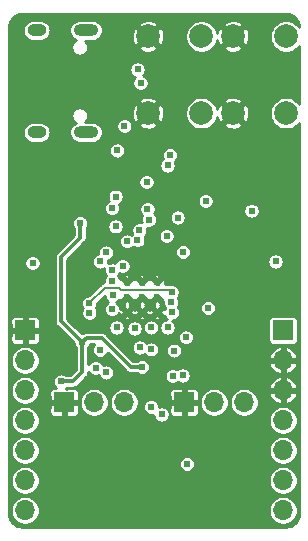
<source format=gbr>
%TF.GenerationSoftware,KiCad,Pcbnew,(5.1.9)-1*%
%TF.CreationDate,2021-12-20T22:20:38-08:00*%
%TF.ProjectId,MCL-102-2,4d434c2d-3130-4322-9d32-2e6b69636164,rev?*%
%TF.SameCoordinates,Original*%
%TF.FileFunction,Copper,L2,Inr*%
%TF.FilePolarity,Positive*%
%FSLAX46Y46*%
G04 Gerber Fmt 4.6, Leading zero omitted, Abs format (unit mm)*
G04 Created by KiCad (PCBNEW (5.1.9)-1) date 2021-12-20 22:20:38*
%MOMM*%
%LPD*%
G01*
G04 APERTURE LIST*
%TA.AperFunction,ComponentPad*%
%ADD10C,2.000000*%
%TD*%
%TA.AperFunction,ComponentPad*%
%ADD11O,1.700000X1.700000*%
%TD*%
%TA.AperFunction,ComponentPad*%
%ADD12R,1.700000X1.700000*%
%TD*%
%TA.AperFunction,ComponentPad*%
%ADD13C,0.600000*%
%TD*%
%TA.AperFunction,ComponentPad*%
%ADD14O,2.100000X1.000000*%
%TD*%
%TA.AperFunction,ComponentPad*%
%ADD15O,1.600000X1.000000*%
%TD*%
%TA.AperFunction,ViaPad*%
%ADD16C,0.609600*%
%TD*%
%TA.AperFunction,Conductor*%
%ADD17C,0.304800*%
%TD*%
%TA.AperFunction,Conductor*%
%ADD18C,0.203200*%
%TD*%
%TA.AperFunction,Conductor*%
%ADD19C,0.254000*%
%TD*%
%TA.AperFunction,Conductor*%
%ADD20C,0.100000*%
%TD*%
G04 APERTURE END LIST*
D10*
%TO.N,GND*%
%TO.C,SW1*%
X146376000Y-91590000D03*
%TO.N,/MCU/USB_BOOT*%
X150876000Y-91590000D03*
%TO.N,GND*%
X146376000Y-85090000D03*
%TO.N,/MCU/USB_BOOT*%
X150876000Y-85090000D03*
%TD*%
D11*
%TO.N,Net-(D2-Pad1)*%
%TO.C,J5*%
X137160000Y-116078000D03*
%TO.N,Net-(J5-Pad2)*%
X134620000Y-116078000D03*
D12*
%TO.N,GND*%
X132080000Y-116078000D03*
%TD*%
D11*
%TO.N,Net-(D1-Pad1)*%
%TO.C,J4*%
X147320000Y-116078000D03*
%TO.N,Net-(J4-Pad2)*%
X144780000Y-116078000D03*
D12*
%TO.N,GND*%
X142240000Y-116078000D03*
%TD*%
D10*
%TO.N,GND*%
%TO.C,SW2*%
X139192000Y-91590000D03*
%TO.N,Net-(SW2-Pad2)*%
X143692000Y-91590000D03*
%TO.N,GND*%
X139192000Y-85090000D03*
%TO.N,Net-(SW2-Pad2)*%
X143692000Y-85090000D03*
%TD*%
D11*
%TO.N,/CL*%
%TO.C,J1*%
X128778000Y-125222000D03*
%TO.N,/BL*%
X128778000Y-122682000D03*
%TO.N,/AL*%
X128778000Y-120142000D03*
%TO.N,/CH*%
X128778000Y-117602000D03*
%TO.N,/BH*%
X128778000Y-115062000D03*
%TO.N,/AH*%
X128778000Y-112522000D03*
D12*
%TO.N,GND*%
X128778000Y-109982000D03*
%TD*%
D11*
%TO.N,/TEMP*%
%TO.C,J8*%
X150622000Y-125222000D03*
%TO.N,/VBAT*%
X150622000Y-122682000D03*
%TO.N,/IMON*%
X150622000Y-120142000D03*
%TO.N,+3V3*%
X150622000Y-117602000D03*
%TO.N,GND*%
X150622000Y-115062000D03*
X150622000Y-112522000D03*
D12*
%TO.N,VDD*%
X150622000Y-109982000D03*
%TD*%
D13*
%TO.N,GND*%
%TO.C,U9*%
X139959000Y-105913000D03*
X139959000Y-107188000D03*
X139959000Y-108463000D03*
X138684000Y-105913000D03*
X138684000Y-107188000D03*
X138684000Y-108463000D03*
X137409000Y-105913000D03*
X137409000Y-107188000D03*
X137409000Y-108463000D03*
%TD*%
D14*
%TO.N,Net-(J7-PadS1)*%
%TO.C,J7*%
X133940000Y-93220000D03*
X133940000Y-84580000D03*
D15*
X129760000Y-84580000D03*
X129760000Y-93220000D03*
%TD*%
D16*
%TO.N,GND*%
X133858000Y-109855000D03*
X132613400Y-112521990D03*
X131267200Y-112496600D03*
X144322800Y-112331500D03*
X144195800Y-107213400D03*
X144056100Y-96189800D03*
X137541000Y-85699600D03*
X137744200Y-90830400D03*
X135991600Y-92329000D03*
X138633200Y-93446594D03*
X130378198Y-107035600D03*
X130810000Y-100533200D03*
X132714994Y-85470994D03*
X142925800Y-112522000D03*
X131445000Y-101828600D03*
X142494000Y-93294200D03*
X135661400Y-101066600D03*
X130810000Y-102438200D03*
X133451600Y-96037400D03*
X134543800Y-95986600D03*
X134518400Y-98272600D03*
X136296400Y-97383600D03*
X136347200Y-96088200D03*
X127711200Y-121462800D03*
X127685800Y-124002800D03*
X151612600Y-118948200D03*
X151638000Y-121361200D03*
X151663400Y-123952000D03*
X149580600Y-106959400D03*
X148056600Y-96926400D03*
X148793200Y-96215200D03*
X151815800Y-93192600D03*
X129413000Y-86156800D03*
X129362200Y-87223600D03*
X129362200Y-88493600D03*
X129362200Y-89890600D03*
X129362200Y-91465400D03*
X132359400Y-92151200D03*
X132334000Y-86715600D03*
X146177000Y-97129600D03*
X145542000Y-97586800D03*
X132334000Y-90424000D03*
X132384800Y-88366600D03*
X139700000Y-98425000D03*
X145669000Y-105410000D03*
X144907000Y-109347000D03*
X148590000Y-114681000D03*
X148602986Y-111506000D03*
X142875000Y-96393000D03*
X142367002Y-101092000D03*
X149225000Y-97282000D03*
X149098000Y-100457000D03*
X129540000Y-99822000D03*
X131064000Y-110032800D03*
X139827000Y-113538000D03*
X150393400Y-99314000D03*
X129921000Y-94996000D03*
X130048000Y-96520000D03*
X129921000Y-98171000D03*
X134239000Y-97282000D03*
X141351000Y-85598000D03*
X148844000Y-85217000D03*
X141605000Y-84836000D03*
X134239000Y-123571000D03*
X135636000Y-123571000D03*
X137160000Y-123571000D03*
X139192000Y-123571000D03*
X141224000Y-123444000D03*
X143637000Y-123698000D03*
X145034000Y-123444000D03*
X132969000Y-120269000D03*
X133731000Y-122174000D03*
X136779000Y-122301000D03*
X140462000Y-122301000D03*
X143002000Y-122428000D03*
X145669000Y-121920000D03*
X148844000Y-120904000D03*
X130175000Y-116332000D03*
X130429000Y-112903000D03*
X130302000Y-118872000D03*
X130048000Y-121285000D03*
X146939000Y-117856000D03*
X148463000Y-107442000D03*
X149352000Y-108585000D03*
X148971000Y-103124000D03*
X149479000Y-90424000D03*
X150495000Y-93345000D03*
X142113000Y-92456000D03*
X131318000Y-89281000D03*
X128651000Y-105918000D03*
X128651000Y-107696000D03*
%TO.N,VDD*%
X137185400Y-92684600D03*
%TO.N,+3V3*%
X136575800Y-94742000D03*
X147955000Y-99847400D03*
X144068800Y-99034600D03*
X142392400Y-110566200D03*
X141046204Y-95123000D03*
X138684000Y-113093490D03*
X136437323Y-101174466D03*
X133451594Y-100888800D03*
X142163802Y-103327200D03*
X136194800Y-106984800D03*
X131826000Y-114300000D03*
X144259290Y-108077000D03*
X133604000Y-110998000D03*
%TO.N,/IMON*%
X141399342Y-111692816D03*
%TO.N,/MCU/+1.1V*%
X141185900Y-106740649D03*
X134213600Y-107696000D03*
%TO.N,/TEMP_MOT*%
X140843000Y-109728000D03*
X142494000Y-121285000D03*
%TO.N,/HALLC*%
X135128000Y-104140000D03*
X140335000Y-117094000D03*
%TO.N,/HALLB*%
X135636000Y-103378000D03*
X139446010Y-116446290D03*
%TO.N,/HALLA*%
X137033000Y-104521000D03*
X135636000Y-113538000D03*
%TO.N,/MCU/SWCLK*%
X136127998Y-108188000D03*
%TO.N,/MCU/SWDIO*%
X134226290Y-108508800D03*
%TO.N,/VBAT*%
X142113000Y-113792000D03*
%TO.N,/USB_DM*%
X141197965Y-108458846D03*
X138557000Y-89027000D03*
%TO.N,/USB_DP*%
X141147800Y-107594400D03*
X138302992Y-87884000D03*
%TO.N,/MCU/LED1*%
X149987000Y-104140000D03*
X139445984Y-109728000D03*
%TO.N,/MCU/LED2*%
X129413000Y-104267000D03*
X139446000Y-111587590D03*
%TO.N,/AL*%
X136155454Y-104892600D03*
%TO.N,/AH*%
X136144000Y-105791000D03*
%TO.N,/CANRX*%
X140843000Y-96012000D03*
X138049000Y-109815328D03*
%TO.N,/MCU/CAN_nCS*%
X140766800Y-102006408D03*
X141701180Y-100426173D03*
%TO.N,/MCU/CAN_COPI*%
X139293600Y-100609408D03*
X139065000Y-97409000D03*
%TO.N,/MCU/nCANINT*%
X139141200Y-99720400D03*
X138455390Y-101498400D03*
%TO.N,/MCU/nRX0BF*%
X136448800Y-98653600D03*
X138286479Y-102353121D03*
%TO.N,/MCU/nRX1BF*%
X136144000Y-99644200D03*
X137414000Y-102438200D03*
%TO.N,/CL*%
X135128000Y-111633000D03*
%TO.N,/CH*%
X136525000Y-109728000D03*
%TO.N,/TEMP*%
X141274691Y-113842691D03*
%TO.N,Net-(SW2-Pad2)*%
X138484000Y-111426602D03*
%TO.N,Net-(D1-Pad1)*%
X134747000Y-113157000D03*
%TD*%
D17*
%TO.N,GND*%
X133451594Y-116814594D02*
X135559800Y-118922800D01*
%TO.N,+3V3*%
X138684000Y-113093490D02*
X137731490Y-113093490D01*
X137731490Y-113093490D02*
X135255000Y-110617000D01*
X133985000Y-110617000D02*
X133604000Y-110998000D01*
X135255000Y-110617000D02*
X133985000Y-110617000D01*
X131826000Y-114300000D02*
X132613384Y-114300000D01*
X131826000Y-114300000D02*
X132842000Y-114300000D01*
X133604000Y-113538000D02*
X133604000Y-110998000D01*
X132842000Y-114300000D02*
X133604000Y-113538000D01*
X133451594Y-100888800D02*
X133451594Y-102133406D01*
X133451594Y-102133406D02*
X131826000Y-103759000D01*
X131826000Y-109220000D02*
X133604000Y-110998000D01*
X131826000Y-103759000D02*
X131826000Y-109220000D01*
D18*
%TO.N,/MCU/+1.1V*%
X134213600Y-107696000D02*
X135559799Y-106349801D01*
X140998251Y-106553000D02*
X141185900Y-106740649D01*
X136906000Y-106553000D02*
X140998251Y-106553000D01*
X136702801Y-106349801D02*
X136906000Y-106553000D01*
X135559799Y-106349801D02*
X136702801Y-106349801D01*
%TD*%
D19*
%TO.N,GND*%
X151092771Y-83233201D02*
X151301296Y-83296158D01*
X151493613Y-83398415D01*
X151662410Y-83536082D01*
X151801250Y-83703911D01*
X151904848Y-83895513D01*
X151969258Y-84103588D01*
X151986327Y-84265988D01*
X151948693Y-84209664D01*
X151756336Y-84017307D01*
X151530149Y-83866174D01*
X151278823Y-83762071D01*
X151012017Y-83709000D01*
X150739983Y-83709000D01*
X150473177Y-83762071D01*
X150221851Y-83866174D01*
X149995664Y-84017307D01*
X149803307Y-84209664D01*
X149652174Y-84435851D01*
X149548071Y-84687177D01*
X149495000Y-84953983D01*
X149495000Y-85226017D01*
X149548071Y-85492823D01*
X149652174Y-85744149D01*
X149803307Y-85970336D01*
X149995664Y-86162693D01*
X150221851Y-86313826D01*
X150473177Y-86417929D01*
X150739983Y-86471000D01*
X151012017Y-86471000D01*
X151278823Y-86417929D01*
X151530149Y-86313826D01*
X151756336Y-86162693D01*
X151948693Y-85970336D01*
X151994001Y-85902528D01*
X151994001Y-90777472D01*
X151948693Y-90709664D01*
X151756336Y-90517307D01*
X151530149Y-90366174D01*
X151278823Y-90262071D01*
X151012017Y-90209000D01*
X150739983Y-90209000D01*
X150473177Y-90262071D01*
X150221851Y-90366174D01*
X149995664Y-90517307D01*
X149803307Y-90709664D01*
X149652174Y-90935851D01*
X149548071Y-91187177D01*
X149495000Y-91453983D01*
X149495000Y-91726017D01*
X149548071Y-91992823D01*
X149652174Y-92244149D01*
X149803307Y-92470336D01*
X149995664Y-92662693D01*
X150221851Y-92813826D01*
X150473177Y-92917929D01*
X150739983Y-92971000D01*
X151012017Y-92971000D01*
X151278823Y-92917929D01*
X151530149Y-92813826D01*
X151756336Y-92662693D01*
X151948693Y-92470336D01*
X151994001Y-92402528D01*
X151994000Y-125456147D01*
X151970799Y-125692775D01*
X151907841Y-125901296D01*
X151805583Y-126093616D01*
X151667918Y-126262409D01*
X151500090Y-126401249D01*
X151308491Y-126504847D01*
X151100414Y-126569258D01*
X150865009Y-126594000D01*
X128543853Y-126594000D01*
X128307225Y-126570799D01*
X128098704Y-126507841D01*
X127906384Y-126405583D01*
X127737591Y-126267918D01*
X127598751Y-126100090D01*
X127495153Y-125908491D01*
X127430742Y-125700414D01*
X127406000Y-125465009D01*
X127406000Y-125100757D01*
X127547000Y-125100757D01*
X127547000Y-125343243D01*
X127594307Y-125581069D01*
X127687102Y-125805097D01*
X127821820Y-126006717D01*
X127993283Y-126178180D01*
X128194903Y-126312898D01*
X128418931Y-126405693D01*
X128656757Y-126453000D01*
X128899243Y-126453000D01*
X129137069Y-126405693D01*
X129361097Y-126312898D01*
X129562717Y-126178180D01*
X129734180Y-126006717D01*
X129868898Y-125805097D01*
X129961693Y-125581069D01*
X130009000Y-125343243D01*
X130009000Y-125100757D01*
X149391000Y-125100757D01*
X149391000Y-125343243D01*
X149438307Y-125581069D01*
X149531102Y-125805097D01*
X149665820Y-126006717D01*
X149837283Y-126178180D01*
X150038903Y-126312898D01*
X150262931Y-126405693D01*
X150500757Y-126453000D01*
X150743243Y-126453000D01*
X150981069Y-126405693D01*
X151205097Y-126312898D01*
X151406717Y-126178180D01*
X151578180Y-126006717D01*
X151712898Y-125805097D01*
X151805693Y-125581069D01*
X151853000Y-125343243D01*
X151853000Y-125100757D01*
X151805693Y-124862931D01*
X151712898Y-124638903D01*
X151578180Y-124437283D01*
X151406717Y-124265820D01*
X151205097Y-124131102D01*
X150981069Y-124038307D01*
X150743243Y-123991000D01*
X150500757Y-123991000D01*
X150262931Y-124038307D01*
X150038903Y-124131102D01*
X149837283Y-124265820D01*
X149665820Y-124437283D01*
X149531102Y-124638903D01*
X149438307Y-124862931D01*
X149391000Y-125100757D01*
X130009000Y-125100757D01*
X129961693Y-124862931D01*
X129868898Y-124638903D01*
X129734180Y-124437283D01*
X129562717Y-124265820D01*
X129361097Y-124131102D01*
X129137069Y-124038307D01*
X128899243Y-123991000D01*
X128656757Y-123991000D01*
X128418931Y-124038307D01*
X128194903Y-124131102D01*
X127993283Y-124265820D01*
X127821820Y-124437283D01*
X127687102Y-124638903D01*
X127594307Y-124862931D01*
X127547000Y-125100757D01*
X127406000Y-125100757D01*
X127406000Y-122560757D01*
X127547000Y-122560757D01*
X127547000Y-122803243D01*
X127594307Y-123041069D01*
X127687102Y-123265097D01*
X127821820Y-123466717D01*
X127993283Y-123638180D01*
X128194903Y-123772898D01*
X128418931Y-123865693D01*
X128656757Y-123913000D01*
X128899243Y-123913000D01*
X129137069Y-123865693D01*
X129361097Y-123772898D01*
X129562717Y-123638180D01*
X129734180Y-123466717D01*
X129868898Y-123265097D01*
X129961693Y-123041069D01*
X130009000Y-122803243D01*
X130009000Y-122560757D01*
X149391000Y-122560757D01*
X149391000Y-122803243D01*
X149438307Y-123041069D01*
X149531102Y-123265097D01*
X149665820Y-123466717D01*
X149837283Y-123638180D01*
X150038903Y-123772898D01*
X150262931Y-123865693D01*
X150500757Y-123913000D01*
X150743243Y-123913000D01*
X150981069Y-123865693D01*
X151205097Y-123772898D01*
X151406717Y-123638180D01*
X151578180Y-123466717D01*
X151712898Y-123265097D01*
X151805693Y-123041069D01*
X151853000Y-122803243D01*
X151853000Y-122560757D01*
X151805693Y-122322931D01*
X151712898Y-122098903D01*
X151578180Y-121897283D01*
X151406717Y-121725820D01*
X151205097Y-121591102D01*
X150981069Y-121498307D01*
X150743243Y-121451000D01*
X150500757Y-121451000D01*
X150262931Y-121498307D01*
X150038903Y-121591102D01*
X149837283Y-121725820D01*
X149665820Y-121897283D01*
X149531102Y-122098903D01*
X149438307Y-122322931D01*
X149391000Y-122560757D01*
X130009000Y-122560757D01*
X129961693Y-122322931D01*
X129868898Y-122098903D01*
X129734180Y-121897283D01*
X129562717Y-121725820D01*
X129361097Y-121591102D01*
X129137069Y-121498307D01*
X128899243Y-121451000D01*
X128656757Y-121451000D01*
X128418931Y-121498307D01*
X128194903Y-121591102D01*
X127993283Y-121725820D01*
X127821820Y-121897283D01*
X127687102Y-122098903D01*
X127594307Y-122322931D01*
X127547000Y-122560757D01*
X127406000Y-122560757D01*
X127406000Y-120020757D01*
X127547000Y-120020757D01*
X127547000Y-120263243D01*
X127594307Y-120501069D01*
X127687102Y-120725097D01*
X127821820Y-120926717D01*
X127993283Y-121098180D01*
X128194903Y-121232898D01*
X128418931Y-121325693D01*
X128656757Y-121373000D01*
X128899243Y-121373000D01*
X129137069Y-121325693D01*
X129361097Y-121232898D01*
X129384209Y-121217455D01*
X141808200Y-121217455D01*
X141808200Y-121352545D01*
X141834555Y-121485040D01*
X141886252Y-121609848D01*
X141961305Y-121722172D01*
X142056828Y-121817695D01*
X142169152Y-121892748D01*
X142293960Y-121944445D01*
X142426455Y-121970800D01*
X142561545Y-121970800D01*
X142694040Y-121944445D01*
X142818848Y-121892748D01*
X142931172Y-121817695D01*
X143026695Y-121722172D01*
X143101748Y-121609848D01*
X143153445Y-121485040D01*
X143179800Y-121352545D01*
X143179800Y-121217455D01*
X143153445Y-121084960D01*
X143101748Y-120960152D01*
X143026695Y-120847828D01*
X142931172Y-120752305D01*
X142818848Y-120677252D01*
X142694040Y-120625555D01*
X142561545Y-120599200D01*
X142426455Y-120599200D01*
X142293960Y-120625555D01*
X142169152Y-120677252D01*
X142056828Y-120752305D01*
X141961305Y-120847828D01*
X141886252Y-120960152D01*
X141834555Y-121084960D01*
X141808200Y-121217455D01*
X129384209Y-121217455D01*
X129562717Y-121098180D01*
X129734180Y-120926717D01*
X129868898Y-120725097D01*
X129961693Y-120501069D01*
X130009000Y-120263243D01*
X130009000Y-120020757D01*
X149391000Y-120020757D01*
X149391000Y-120263243D01*
X149438307Y-120501069D01*
X149531102Y-120725097D01*
X149665820Y-120926717D01*
X149837283Y-121098180D01*
X150038903Y-121232898D01*
X150262931Y-121325693D01*
X150500757Y-121373000D01*
X150743243Y-121373000D01*
X150981069Y-121325693D01*
X151205097Y-121232898D01*
X151406717Y-121098180D01*
X151578180Y-120926717D01*
X151712898Y-120725097D01*
X151805693Y-120501069D01*
X151853000Y-120263243D01*
X151853000Y-120020757D01*
X151805693Y-119782931D01*
X151712898Y-119558903D01*
X151578180Y-119357283D01*
X151406717Y-119185820D01*
X151205097Y-119051102D01*
X150981069Y-118958307D01*
X150743243Y-118911000D01*
X150500757Y-118911000D01*
X150262931Y-118958307D01*
X150038903Y-119051102D01*
X149837283Y-119185820D01*
X149665820Y-119357283D01*
X149531102Y-119558903D01*
X149438307Y-119782931D01*
X149391000Y-120020757D01*
X130009000Y-120020757D01*
X129961693Y-119782931D01*
X129868898Y-119558903D01*
X129734180Y-119357283D01*
X129562717Y-119185820D01*
X129361097Y-119051102D01*
X129137069Y-118958307D01*
X128899243Y-118911000D01*
X128656757Y-118911000D01*
X128418931Y-118958307D01*
X128194903Y-119051102D01*
X127993283Y-119185820D01*
X127821820Y-119357283D01*
X127687102Y-119558903D01*
X127594307Y-119782931D01*
X127547000Y-120020757D01*
X127406000Y-120020757D01*
X127406000Y-117480757D01*
X127547000Y-117480757D01*
X127547000Y-117723243D01*
X127594307Y-117961069D01*
X127687102Y-118185097D01*
X127821820Y-118386717D01*
X127993283Y-118558180D01*
X128194903Y-118692898D01*
X128418931Y-118785693D01*
X128656757Y-118833000D01*
X128899243Y-118833000D01*
X129137069Y-118785693D01*
X129361097Y-118692898D01*
X129562717Y-118558180D01*
X129734180Y-118386717D01*
X129868898Y-118185097D01*
X129961693Y-117961069D01*
X130009000Y-117723243D01*
X130009000Y-117480757D01*
X129961693Y-117242931D01*
X129868898Y-117018903D01*
X129808159Y-116928000D01*
X130847157Y-116928000D01*
X130854513Y-117002689D01*
X130876299Y-117074508D01*
X130911678Y-117140696D01*
X130959289Y-117198711D01*
X131017304Y-117246322D01*
X131083492Y-117281701D01*
X131155311Y-117303487D01*
X131230000Y-117310843D01*
X131857750Y-117309000D01*
X131953000Y-117213750D01*
X131953000Y-116205000D01*
X132207000Y-116205000D01*
X132207000Y-117213750D01*
X132302250Y-117309000D01*
X132930000Y-117310843D01*
X133004689Y-117303487D01*
X133076508Y-117281701D01*
X133142696Y-117246322D01*
X133200711Y-117198711D01*
X133248322Y-117140696D01*
X133283701Y-117074508D01*
X133305487Y-117002689D01*
X133312843Y-116928000D01*
X133311000Y-116300250D01*
X133215750Y-116205000D01*
X132207000Y-116205000D01*
X131953000Y-116205000D01*
X130944250Y-116205000D01*
X130849000Y-116300250D01*
X130847157Y-116928000D01*
X129808159Y-116928000D01*
X129734180Y-116817283D01*
X129562717Y-116645820D01*
X129361097Y-116511102D01*
X129137069Y-116418307D01*
X128899243Y-116371000D01*
X128656757Y-116371000D01*
X128418931Y-116418307D01*
X128194903Y-116511102D01*
X127993283Y-116645820D01*
X127821820Y-116817283D01*
X127687102Y-117018903D01*
X127594307Y-117242931D01*
X127547000Y-117480757D01*
X127406000Y-117480757D01*
X127406000Y-114940757D01*
X127547000Y-114940757D01*
X127547000Y-115183243D01*
X127594307Y-115421069D01*
X127687102Y-115645097D01*
X127821820Y-115846717D01*
X127993283Y-116018180D01*
X128194903Y-116152898D01*
X128418931Y-116245693D01*
X128656757Y-116293000D01*
X128899243Y-116293000D01*
X129137069Y-116245693D01*
X129361097Y-116152898D01*
X129562717Y-116018180D01*
X129624140Y-115956757D01*
X133389000Y-115956757D01*
X133389000Y-116199243D01*
X133436307Y-116437069D01*
X133529102Y-116661097D01*
X133663820Y-116862717D01*
X133835283Y-117034180D01*
X134036903Y-117168898D01*
X134260931Y-117261693D01*
X134498757Y-117309000D01*
X134741243Y-117309000D01*
X134979069Y-117261693D01*
X135203097Y-117168898D01*
X135404717Y-117034180D01*
X135576180Y-116862717D01*
X135710898Y-116661097D01*
X135803693Y-116437069D01*
X135851000Y-116199243D01*
X135851000Y-115956757D01*
X135929000Y-115956757D01*
X135929000Y-116199243D01*
X135976307Y-116437069D01*
X136069102Y-116661097D01*
X136203820Y-116862717D01*
X136375283Y-117034180D01*
X136576903Y-117168898D01*
X136800931Y-117261693D01*
X137038757Y-117309000D01*
X137281243Y-117309000D01*
X137519069Y-117261693D01*
X137743097Y-117168898D01*
X137944717Y-117034180D01*
X138116180Y-116862717D01*
X138250898Y-116661097D01*
X138343693Y-116437069D01*
X138355294Y-116378745D01*
X138760210Y-116378745D01*
X138760210Y-116513835D01*
X138786565Y-116646330D01*
X138838262Y-116771138D01*
X138913315Y-116883462D01*
X139008838Y-116978985D01*
X139121162Y-117054038D01*
X139245970Y-117105735D01*
X139378465Y-117132090D01*
X139513555Y-117132090D01*
X139646050Y-117105735D01*
X139649200Y-117104430D01*
X139649200Y-117161545D01*
X139675555Y-117294040D01*
X139727252Y-117418848D01*
X139802305Y-117531172D01*
X139897828Y-117626695D01*
X140010152Y-117701748D01*
X140134960Y-117753445D01*
X140267455Y-117779800D01*
X140402545Y-117779800D01*
X140535040Y-117753445D01*
X140659848Y-117701748D01*
X140772172Y-117626695D01*
X140867695Y-117531172D01*
X140901381Y-117480757D01*
X149391000Y-117480757D01*
X149391000Y-117723243D01*
X149438307Y-117961069D01*
X149531102Y-118185097D01*
X149665820Y-118386717D01*
X149837283Y-118558180D01*
X150038903Y-118692898D01*
X150262931Y-118785693D01*
X150500757Y-118833000D01*
X150743243Y-118833000D01*
X150981069Y-118785693D01*
X151205097Y-118692898D01*
X151406717Y-118558180D01*
X151578180Y-118386717D01*
X151712898Y-118185097D01*
X151805693Y-117961069D01*
X151853000Y-117723243D01*
X151853000Y-117480757D01*
X151805693Y-117242931D01*
X151712898Y-117018903D01*
X151578180Y-116817283D01*
X151406717Y-116645820D01*
X151205097Y-116511102D01*
X150981069Y-116418307D01*
X150743243Y-116371000D01*
X150500757Y-116371000D01*
X150262931Y-116418307D01*
X150038903Y-116511102D01*
X149837283Y-116645820D01*
X149665820Y-116817283D01*
X149531102Y-117018903D01*
X149438307Y-117242931D01*
X149391000Y-117480757D01*
X140901381Y-117480757D01*
X140942748Y-117418848D01*
X140994445Y-117294040D01*
X141020800Y-117161545D01*
X141020800Y-117026455D01*
X141019043Y-117017623D01*
X141036299Y-117074508D01*
X141071678Y-117140696D01*
X141119289Y-117198711D01*
X141177304Y-117246322D01*
X141243492Y-117281701D01*
X141315311Y-117303487D01*
X141390000Y-117310843D01*
X142017750Y-117309000D01*
X142113000Y-117213750D01*
X142113000Y-116205000D01*
X142367000Y-116205000D01*
X142367000Y-117213750D01*
X142462250Y-117309000D01*
X143090000Y-117310843D01*
X143164689Y-117303487D01*
X143236508Y-117281701D01*
X143302696Y-117246322D01*
X143360711Y-117198711D01*
X143408322Y-117140696D01*
X143443701Y-117074508D01*
X143465487Y-117002689D01*
X143472843Y-116928000D01*
X143471000Y-116300250D01*
X143375750Y-116205000D01*
X142367000Y-116205000D01*
X142113000Y-116205000D01*
X141104250Y-116205000D01*
X141009000Y-116300250D01*
X141007157Y-116928000D01*
X141012983Y-116987159D01*
X140994445Y-116893960D01*
X140942748Y-116769152D01*
X140867695Y-116656828D01*
X140772172Y-116561305D01*
X140659848Y-116486252D01*
X140535040Y-116434555D01*
X140402545Y-116408200D01*
X140267455Y-116408200D01*
X140134960Y-116434555D01*
X140131810Y-116435860D01*
X140131810Y-116378745D01*
X140105455Y-116246250D01*
X140053758Y-116121442D01*
X139978705Y-116009118D01*
X139926344Y-115956757D01*
X143549000Y-115956757D01*
X143549000Y-116199243D01*
X143596307Y-116437069D01*
X143689102Y-116661097D01*
X143823820Y-116862717D01*
X143995283Y-117034180D01*
X144196903Y-117168898D01*
X144420931Y-117261693D01*
X144658757Y-117309000D01*
X144901243Y-117309000D01*
X145139069Y-117261693D01*
X145363097Y-117168898D01*
X145564717Y-117034180D01*
X145736180Y-116862717D01*
X145870898Y-116661097D01*
X145963693Y-116437069D01*
X146011000Y-116199243D01*
X146011000Y-115956757D01*
X146089000Y-115956757D01*
X146089000Y-116199243D01*
X146136307Y-116437069D01*
X146229102Y-116661097D01*
X146363820Y-116862717D01*
X146535283Y-117034180D01*
X146736903Y-117168898D01*
X146960931Y-117261693D01*
X147198757Y-117309000D01*
X147441243Y-117309000D01*
X147679069Y-117261693D01*
X147903097Y-117168898D01*
X148104717Y-117034180D01*
X148276180Y-116862717D01*
X148410898Y-116661097D01*
X148503693Y-116437069D01*
X148551000Y-116199243D01*
X148551000Y-115956757D01*
X148503693Y-115718931D01*
X148410898Y-115494903D01*
X148333441Y-115378980D01*
X149432511Y-115378980D01*
X149456866Y-115459288D01*
X149556761Y-115678961D01*
X149697592Y-115874924D01*
X149873948Y-116039647D01*
X150079051Y-116166799D01*
X150305019Y-116251495D01*
X150495000Y-116191187D01*
X150495000Y-115189000D01*
X150749000Y-115189000D01*
X150749000Y-116191187D01*
X150938981Y-116251495D01*
X151164949Y-116166799D01*
X151370052Y-116039647D01*
X151546408Y-115874924D01*
X151687239Y-115678961D01*
X151787134Y-115459288D01*
X151811489Y-115378980D01*
X151750627Y-115189000D01*
X150749000Y-115189000D01*
X150495000Y-115189000D01*
X149493373Y-115189000D01*
X149432511Y-115378980D01*
X148333441Y-115378980D01*
X148276180Y-115293283D01*
X148104717Y-115121820D01*
X147903097Y-114987102D01*
X147679069Y-114894307D01*
X147441243Y-114847000D01*
X147198757Y-114847000D01*
X146960931Y-114894307D01*
X146736903Y-114987102D01*
X146535283Y-115121820D01*
X146363820Y-115293283D01*
X146229102Y-115494903D01*
X146136307Y-115718931D01*
X146089000Y-115956757D01*
X146011000Y-115956757D01*
X145963693Y-115718931D01*
X145870898Y-115494903D01*
X145736180Y-115293283D01*
X145564717Y-115121820D01*
X145363097Y-114987102D01*
X145139069Y-114894307D01*
X144901243Y-114847000D01*
X144658757Y-114847000D01*
X144420931Y-114894307D01*
X144196903Y-114987102D01*
X143995283Y-115121820D01*
X143823820Y-115293283D01*
X143689102Y-115494903D01*
X143596307Y-115718931D01*
X143549000Y-115956757D01*
X139926344Y-115956757D01*
X139883182Y-115913595D01*
X139770858Y-115838542D01*
X139646050Y-115786845D01*
X139513555Y-115760490D01*
X139378465Y-115760490D01*
X139245970Y-115786845D01*
X139121162Y-115838542D01*
X139008838Y-115913595D01*
X138913315Y-116009118D01*
X138838262Y-116121442D01*
X138786565Y-116246250D01*
X138760210Y-116378745D01*
X138355294Y-116378745D01*
X138391000Y-116199243D01*
X138391000Y-115956757D01*
X138343693Y-115718931D01*
X138250898Y-115494903D01*
X138116180Y-115293283D01*
X138050897Y-115228000D01*
X141007157Y-115228000D01*
X141009000Y-115855750D01*
X141104250Y-115951000D01*
X142113000Y-115951000D01*
X142113000Y-114942250D01*
X142367000Y-114942250D01*
X142367000Y-115951000D01*
X143375750Y-115951000D01*
X143471000Y-115855750D01*
X143472843Y-115228000D01*
X143465487Y-115153311D01*
X143443701Y-115081492D01*
X143408322Y-115015304D01*
X143360711Y-114957289D01*
X143302696Y-114909678D01*
X143236508Y-114874299D01*
X143164689Y-114852513D01*
X143090000Y-114845157D01*
X142462250Y-114847000D01*
X142367000Y-114942250D01*
X142113000Y-114942250D01*
X142017750Y-114847000D01*
X141390000Y-114845157D01*
X141315311Y-114852513D01*
X141243492Y-114874299D01*
X141177304Y-114909678D01*
X141119289Y-114957289D01*
X141071678Y-115015304D01*
X141036299Y-115081492D01*
X141014513Y-115153311D01*
X141007157Y-115228000D01*
X138050897Y-115228000D01*
X137944717Y-115121820D01*
X137743097Y-114987102D01*
X137519069Y-114894307D01*
X137281243Y-114847000D01*
X137038757Y-114847000D01*
X136800931Y-114894307D01*
X136576903Y-114987102D01*
X136375283Y-115121820D01*
X136203820Y-115293283D01*
X136069102Y-115494903D01*
X135976307Y-115718931D01*
X135929000Y-115956757D01*
X135851000Y-115956757D01*
X135803693Y-115718931D01*
X135710898Y-115494903D01*
X135576180Y-115293283D01*
X135404717Y-115121820D01*
X135203097Y-114987102D01*
X134979069Y-114894307D01*
X134741243Y-114847000D01*
X134498757Y-114847000D01*
X134260931Y-114894307D01*
X134036903Y-114987102D01*
X133835283Y-115121820D01*
X133663820Y-115293283D01*
X133529102Y-115494903D01*
X133436307Y-115718931D01*
X133389000Y-115956757D01*
X129624140Y-115956757D01*
X129734180Y-115846717D01*
X129868898Y-115645097D01*
X129961693Y-115421069D01*
X130000097Y-115228000D01*
X130847157Y-115228000D01*
X130849000Y-115855750D01*
X130944250Y-115951000D01*
X131953000Y-115951000D01*
X131953000Y-115931000D01*
X132207000Y-115931000D01*
X132207000Y-115951000D01*
X133215750Y-115951000D01*
X133311000Y-115855750D01*
X133312843Y-115228000D01*
X133305487Y-115153311D01*
X133283701Y-115081492D01*
X133248322Y-115015304D01*
X133200711Y-114957289D01*
X133142696Y-114909678D01*
X133076508Y-114874299D01*
X133004689Y-114852513D01*
X132930000Y-114845157D01*
X132302250Y-114847000D01*
X132207002Y-114942248D01*
X132207002Y-114870227D01*
X132262117Y-114833400D01*
X132815813Y-114833400D01*
X132842000Y-114835979D01*
X132868187Y-114833400D01*
X132868195Y-114833400D01*
X132946565Y-114825681D01*
X133047111Y-114795181D01*
X133139775Y-114745651D01*
X133140543Y-114745020D01*
X149432511Y-114745020D01*
X149493373Y-114935000D01*
X150495000Y-114935000D01*
X150495000Y-113932813D01*
X150749000Y-113932813D01*
X150749000Y-114935000D01*
X151750627Y-114935000D01*
X151811489Y-114745020D01*
X151787134Y-114664712D01*
X151687239Y-114445039D01*
X151546408Y-114249076D01*
X151370052Y-114084353D01*
X151164949Y-113957201D01*
X150938981Y-113872505D01*
X150749000Y-113932813D01*
X150495000Y-113932813D01*
X150305019Y-113872505D01*
X150079051Y-113957201D01*
X149873948Y-114084353D01*
X149697592Y-114249076D01*
X149556761Y-114445039D01*
X149456866Y-114664712D01*
X149432511Y-114745020D01*
X133140543Y-114745020D01*
X133220995Y-114678995D01*
X133237696Y-114658645D01*
X133962645Y-113933696D01*
X133982995Y-113916995D01*
X134049651Y-113835775D01*
X134099181Y-113743111D01*
X134129681Y-113642565D01*
X134137400Y-113564195D01*
X134137400Y-113564194D01*
X134139980Y-113538000D01*
X134137400Y-113511806D01*
X134137400Y-113477377D01*
X134139252Y-113481848D01*
X134214305Y-113594172D01*
X134309828Y-113689695D01*
X134422152Y-113764748D01*
X134546960Y-113816445D01*
X134679455Y-113842800D01*
X134814545Y-113842800D01*
X134947040Y-113816445D01*
X134999953Y-113794528D01*
X135028252Y-113862848D01*
X135103305Y-113975172D01*
X135198828Y-114070695D01*
X135311152Y-114145748D01*
X135435960Y-114197445D01*
X135568455Y-114223800D01*
X135703545Y-114223800D01*
X135836040Y-114197445D01*
X135960848Y-114145748D01*
X136073172Y-114070695D01*
X136168695Y-113975172D01*
X136243748Y-113862848D01*
X136295445Y-113738040D01*
X136321800Y-113605545D01*
X136321800Y-113470455D01*
X136295445Y-113337960D01*
X136243748Y-113213152D01*
X136168695Y-113100828D01*
X136073172Y-113005305D01*
X135960848Y-112930252D01*
X135836040Y-112878555D01*
X135703545Y-112852200D01*
X135568455Y-112852200D01*
X135435960Y-112878555D01*
X135383047Y-112900472D01*
X135354748Y-112832152D01*
X135279695Y-112719828D01*
X135184172Y-112624305D01*
X135071848Y-112549252D01*
X134947040Y-112497555D01*
X134814545Y-112471200D01*
X134679455Y-112471200D01*
X134546960Y-112497555D01*
X134422152Y-112549252D01*
X134309828Y-112624305D01*
X134214305Y-112719828D01*
X134139252Y-112832152D01*
X134137400Y-112836623D01*
X134137400Y-111434117D01*
X134211748Y-111322848D01*
X134263445Y-111198040D01*
X134272921Y-111150400D01*
X134640733Y-111150400D01*
X134595305Y-111195828D01*
X134520252Y-111308152D01*
X134468555Y-111432960D01*
X134442200Y-111565455D01*
X134442200Y-111700545D01*
X134468555Y-111833040D01*
X134520252Y-111957848D01*
X134595305Y-112070172D01*
X134690828Y-112165695D01*
X134803152Y-112240748D01*
X134927960Y-112292445D01*
X135060455Y-112318800D01*
X135195545Y-112318800D01*
X135328040Y-112292445D01*
X135452848Y-112240748D01*
X135565172Y-112165695D01*
X135660695Y-112070172D01*
X135735748Y-111957848D01*
X135766724Y-111883065D01*
X137335794Y-113452135D01*
X137352495Y-113472485D01*
X137433715Y-113539141D01*
X137526379Y-113588671D01*
X137626925Y-113619171D01*
X137705295Y-113626890D01*
X137705296Y-113626890D01*
X137731490Y-113629470D01*
X137757684Y-113626890D01*
X138247883Y-113626890D01*
X138359152Y-113701238D01*
X138483960Y-113752935D01*
X138616455Y-113779290D01*
X138751545Y-113779290D01*
X138772378Y-113775146D01*
X140588891Y-113775146D01*
X140588891Y-113910236D01*
X140615246Y-114042731D01*
X140666943Y-114167539D01*
X140741996Y-114279863D01*
X140837519Y-114375386D01*
X140949843Y-114450439D01*
X141074651Y-114502136D01*
X141207146Y-114528491D01*
X141342236Y-114528491D01*
X141474731Y-114502136D01*
X141599539Y-114450439D01*
X141711863Y-114375386D01*
X141727816Y-114359433D01*
X141788152Y-114399748D01*
X141912960Y-114451445D01*
X142045455Y-114477800D01*
X142180545Y-114477800D01*
X142313040Y-114451445D01*
X142437848Y-114399748D01*
X142550172Y-114324695D01*
X142645695Y-114229172D01*
X142720748Y-114116848D01*
X142772445Y-113992040D01*
X142798800Y-113859545D01*
X142798800Y-113724455D01*
X142772445Y-113591960D01*
X142720748Y-113467152D01*
X142645695Y-113354828D01*
X142550172Y-113259305D01*
X142437848Y-113184252D01*
X142313040Y-113132555D01*
X142180545Y-113106200D01*
X142045455Y-113106200D01*
X141912960Y-113132555D01*
X141788152Y-113184252D01*
X141675828Y-113259305D01*
X141659875Y-113275258D01*
X141599539Y-113234943D01*
X141474731Y-113183246D01*
X141342236Y-113156891D01*
X141207146Y-113156891D01*
X141074651Y-113183246D01*
X140949843Y-113234943D01*
X140837519Y-113309996D01*
X140741996Y-113405519D01*
X140666943Y-113517843D01*
X140615246Y-113642651D01*
X140588891Y-113775146D01*
X138772378Y-113775146D01*
X138884040Y-113752935D01*
X139008848Y-113701238D01*
X139121172Y-113626185D01*
X139216695Y-113530662D01*
X139291748Y-113418338D01*
X139343445Y-113293530D01*
X139369800Y-113161035D01*
X139369800Y-113025945D01*
X139343445Y-112893450D01*
X139320883Y-112838980D01*
X149432511Y-112838980D01*
X149456866Y-112919288D01*
X149556761Y-113138961D01*
X149697592Y-113334924D01*
X149873948Y-113499647D01*
X150079051Y-113626799D01*
X150305019Y-113711495D01*
X150495000Y-113651187D01*
X150495000Y-112649000D01*
X150749000Y-112649000D01*
X150749000Y-113651187D01*
X150938981Y-113711495D01*
X151164949Y-113626799D01*
X151370052Y-113499647D01*
X151546408Y-113334924D01*
X151687239Y-113138961D01*
X151787134Y-112919288D01*
X151811489Y-112838980D01*
X151750627Y-112649000D01*
X150749000Y-112649000D01*
X150495000Y-112649000D01*
X149493373Y-112649000D01*
X149432511Y-112838980D01*
X139320883Y-112838980D01*
X139291748Y-112768642D01*
X139216695Y-112656318D01*
X139121172Y-112560795D01*
X139008848Y-112485742D01*
X138884040Y-112434045D01*
X138751545Y-112407690D01*
X138616455Y-112407690D01*
X138483960Y-112434045D01*
X138359152Y-112485742D01*
X138247883Y-112560090D01*
X137952431Y-112560090D01*
X136751398Y-111359057D01*
X137798200Y-111359057D01*
X137798200Y-111494147D01*
X137824555Y-111626642D01*
X137876252Y-111751450D01*
X137951305Y-111863774D01*
X138046828Y-111959297D01*
X138159152Y-112034350D01*
X138283960Y-112086047D01*
X138416455Y-112112402D01*
X138551545Y-112112402D01*
X138684040Y-112086047D01*
X138808848Y-112034350D01*
X138885492Y-111983138D01*
X138913305Y-112024762D01*
X139008828Y-112120285D01*
X139121152Y-112195338D01*
X139245960Y-112247035D01*
X139378455Y-112273390D01*
X139513545Y-112273390D01*
X139646040Y-112247035D01*
X139770848Y-112195338D01*
X139883172Y-112120285D01*
X139978695Y-112024762D01*
X140053748Y-111912438D01*
X140105445Y-111787630D01*
X140131800Y-111655135D01*
X140131800Y-111625271D01*
X140713542Y-111625271D01*
X140713542Y-111760361D01*
X140739897Y-111892856D01*
X140791594Y-112017664D01*
X140866647Y-112129988D01*
X140962170Y-112225511D01*
X141074494Y-112300564D01*
X141199302Y-112352261D01*
X141331797Y-112378616D01*
X141466887Y-112378616D01*
X141599382Y-112352261D01*
X141724190Y-112300564D01*
X141836514Y-112225511D01*
X141857005Y-112205020D01*
X149432511Y-112205020D01*
X149493373Y-112395000D01*
X150495000Y-112395000D01*
X150495000Y-111392813D01*
X150749000Y-111392813D01*
X150749000Y-112395000D01*
X151750627Y-112395000D01*
X151811489Y-112205020D01*
X151787134Y-112124712D01*
X151687239Y-111905039D01*
X151546408Y-111709076D01*
X151370052Y-111544353D01*
X151164949Y-111417201D01*
X150938981Y-111332505D01*
X150749000Y-111392813D01*
X150495000Y-111392813D01*
X150305019Y-111332505D01*
X150079051Y-111417201D01*
X149873948Y-111544353D01*
X149697592Y-111709076D01*
X149556761Y-111905039D01*
X149456866Y-112124712D01*
X149432511Y-112205020D01*
X141857005Y-112205020D01*
X141932037Y-112129988D01*
X142007090Y-112017664D01*
X142058787Y-111892856D01*
X142085142Y-111760361D01*
X142085142Y-111625271D01*
X142058787Y-111492776D01*
X142007090Y-111367968D01*
X141932037Y-111255644D01*
X141836514Y-111160121D01*
X141724190Y-111085068D01*
X141599382Y-111033371D01*
X141466887Y-111007016D01*
X141331797Y-111007016D01*
X141199302Y-111033371D01*
X141074494Y-111085068D01*
X140962170Y-111160121D01*
X140866647Y-111255644D01*
X140791594Y-111367968D01*
X140739897Y-111492776D01*
X140713542Y-111625271D01*
X140131800Y-111625271D01*
X140131800Y-111520045D01*
X140105445Y-111387550D01*
X140053748Y-111262742D01*
X139978695Y-111150418D01*
X139883172Y-111054895D01*
X139770848Y-110979842D01*
X139646040Y-110928145D01*
X139513545Y-110901790D01*
X139378455Y-110901790D01*
X139245960Y-110928145D01*
X139121152Y-110979842D01*
X139044508Y-111031054D01*
X139016695Y-110989430D01*
X138921172Y-110893907D01*
X138808848Y-110818854D01*
X138684040Y-110767157D01*
X138551545Y-110740802D01*
X138416455Y-110740802D01*
X138283960Y-110767157D01*
X138159152Y-110818854D01*
X138046828Y-110893907D01*
X137951305Y-110989430D01*
X137876252Y-111101754D01*
X137824555Y-111226562D01*
X137798200Y-111359057D01*
X136751398Y-111359057D01*
X135650696Y-110258355D01*
X135633995Y-110238005D01*
X135552775Y-110171349D01*
X135460111Y-110121819D01*
X135359565Y-110091319D01*
X135281195Y-110083600D01*
X135281187Y-110083600D01*
X135255000Y-110081021D01*
X135228813Y-110083600D01*
X134011186Y-110083600D01*
X133984999Y-110081021D01*
X133958812Y-110083600D01*
X133958805Y-110083600D01*
X133880435Y-110091319D01*
X133779889Y-110121819D01*
X133687225Y-110171349D01*
X133606005Y-110238005D01*
X133602553Y-110242212D01*
X133020796Y-109660455D01*
X135839200Y-109660455D01*
X135839200Y-109795545D01*
X135865555Y-109928040D01*
X135917252Y-110052848D01*
X135992305Y-110165172D01*
X136087828Y-110260695D01*
X136200152Y-110335748D01*
X136324960Y-110387445D01*
X136457455Y-110413800D01*
X136592545Y-110413800D01*
X136725040Y-110387445D01*
X136849848Y-110335748D01*
X136962172Y-110260695D01*
X137057695Y-110165172D01*
X137132748Y-110052848D01*
X137184445Y-109928040D01*
X137210800Y-109795545D01*
X137210800Y-109747783D01*
X137363200Y-109747783D01*
X137363200Y-109882873D01*
X137389555Y-110015368D01*
X137441252Y-110140176D01*
X137516305Y-110252500D01*
X137611828Y-110348023D01*
X137724152Y-110423076D01*
X137848960Y-110474773D01*
X137981455Y-110501128D01*
X138116545Y-110501128D01*
X138128977Y-110498655D01*
X141706600Y-110498655D01*
X141706600Y-110633745D01*
X141732955Y-110766240D01*
X141784652Y-110891048D01*
X141859705Y-111003372D01*
X141955228Y-111098895D01*
X142067552Y-111173948D01*
X142192360Y-111225645D01*
X142324855Y-111252000D01*
X142459945Y-111252000D01*
X142592440Y-111225645D01*
X142717248Y-111173948D01*
X142829572Y-111098895D01*
X142925095Y-111003372D01*
X143000148Y-110891048D01*
X143051845Y-110766240D01*
X143078200Y-110633745D01*
X143078200Y-110498655D01*
X143051845Y-110366160D01*
X143000148Y-110241352D01*
X142925095Y-110129028D01*
X142829572Y-110033505D01*
X142717248Y-109958452D01*
X142592440Y-109906755D01*
X142459945Y-109880400D01*
X142324855Y-109880400D01*
X142192360Y-109906755D01*
X142067552Y-109958452D01*
X141955228Y-110033505D01*
X141859705Y-110129028D01*
X141784652Y-110241352D01*
X141732955Y-110366160D01*
X141706600Y-110498655D01*
X138128977Y-110498655D01*
X138249040Y-110474773D01*
X138373848Y-110423076D01*
X138486172Y-110348023D01*
X138581695Y-110252500D01*
X138656748Y-110140176D01*
X138708445Y-110015368D01*
X138734800Y-109882873D01*
X138734800Y-109747783D01*
X138717430Y-109660455D01*
X138760184Y-109660455D01*
X138760184Y-109795545D01*
X138786539Y-109928040D01*
X138838236Y-110052848D01*
X138913289Y-110165172D01*
X139008812Y-110260695D01*
X139121136Y-110335748D01*
X139245944Y-110387445D01*
X139378439Y-110413800D01*
X139513529Y-110413800D01*
X139646024Y-110387445D01*
X139770832Y-110335748D01*
X139883156Y-110260695D01*
X139978679Y-110165172D01*
X140053732Y-110052848D01*
X140105429Y-109928040D01*
X140131784Y-109795545D01*
X140131784Y-109660455D01*
X140105429Y-109527960D01*
X140053732Y-109403152D01*
X139978679Y-109290828D01*
X139883156Y-109195305D01*
X139770832Y-109120252D01*
X139747735Y-109110685D01*
X139792825Y-109126811D01*
X139925521Y-109146475D01*
X140059504Y-109139874D01*
X140189624Y-109107261D01*
X140251486Y-109081637D01*
X140275919Y-108959524D01*
X139959000Y-108642605D01*
X139642081Y-108959524D01*
X139665512Y-109076627D01*
X139646024Y-109068555D01*
X139513529Y-109042200D01*
X139378439Y-109042200D01*
X139245944Y-109068555D01*
X139121136Y-109120252D01*
X139008812Y-109195305D01*
X138913289Y-109290828D01*
X138838236Y-109403152D01*
X138786539Y-109527960D01*
X138760184Y-109660455D01*
X138717430Y-109660455D01*
X138708445Y-109615288D01*
X138656748Y-109490480D01*
X138581695Y-109378156D01*
X138486172Y-109282633D01*
X138373848Y-109207580D01*
X138249040Y-109155883D01*
X138116545Y-109129528D01*
X137981455Y-109129528D01*
X137848960Y-109155883D01*
X137724152Y-109207580D01*
X137611828Y-109282633D01*
X137516305Y-109378156D01*
X137441252Y-109490480D01*
X137389555Y-109615288D01*
X137363200Y-109747783D01*
X137210800Y-109747783D01*
X137210800Y-109660455D01*
X137184445Y-109527960D01*
X137132748Y-109403152D01*
X137057695Y-109290828D01*
X136962172Y-109195305D01*
X136849848Y-109120252D01*
X136725040Y-109068555D01*
X136592545Y-109042200D01*
X136457455Y-109042200D01*
X136324960Y-109068555D01*
X136200152Y-109120252D01*
X136087828Y-109195305D01*
X135992305Y-109290828D01*
X135917252Y-109403152D01*
X135865555Y-109527960D01*
X135839200Y-109660455D01*
X133020796Y-109660455D01*
X132359400Y-108999059D01*
X132359400Y-107628455D01*
X133527800Y-107628455D01*
X133527800Y-107763545D01*
X133554155Y-107896040D01*
X133605852Y-108020848D01*
X133666689Y-108111896D01*
X133618542Y-108183952D01*
X133566845Y-108308760D01*
X133540490Y-108441255D01*
X133540490Y-108576345D01*
X133566845Y-108708840D01*
X133618542Y-108833648D01*
X133693595Y-108945972D01*
X133789118Y-109041495D01*
X133901442Y-109116548D01*
X134026250Y-109168245D01*
X134158745Y-109194600D01*
X134293835Y-109194600D01*
X134426330Y-109168245D01*
X134551138Y-109116548D01*
X134663462Y-109041495D01*
X134745433Y-108959524D01*
X137092081Y-108959524D01*
X137116514Y-109081637D01*
X137242825Y-109126811D01*
X137375521Y-109146475D01*
X137509504Y-109139874D01*
X137639624Y-109107261D01*
X137701486Y-109081637D01*
X137725919Y-108959524D01*
X138367081Y-108959524D01*
X138391514Y-109081637D01*
X138517825Y-109126811D01*
X138650521Y-109146475D01*
X138784504Y-109139874D01*
X138914624Y-109107261D01*
X138976486Y-109081637D01*
X139000919Y-108959524D01*
X138684000Y-108642605D01*
X138367081Y-108959524D01*
X137725919Y-108959524D01*
X137409000Y-108642605D01*
X137092081Y-108959524D01*
X134745433Y-108959524D01*
X134758985Y-108945972D01*
X134834038Y-108833648D01*
X134885735Y-108708840D01*
X134912090Y-108576345D01*
X134912090Y-108441255D01*
X134885735Y-108308760D01*
X134834038Y-108183952D01*
X134773201Y-108092904D01*
X134821348Y-108020848D01*
X134873045Y-107896040D01*
X134899400Y-107763545D01*
X134899400Y-107692699D01*
X135514103Y-107077997D01*
X135535355Y-107184840D01*
X135587052Y-107309648D01*
X135662105Y-107421972D01*
X135757628Y-107517495D01*
X135833028Y-107567876D01*
X135803150Y-107580252D01*
X135690826Y-107655305D01*
X135595303Y-107750828D01*
X135520250Y-107863152D01*
X135468553Y-107987960D01*
X135442198Y-108120455D01*
X135442198Y-108255545D01*
X135468553Y-108388040D01*
X135520250Y-108512848D01*
X135595303Y-108625172D01*
X135690826Y-108720695D01*
X135803150Y-108795748D01*
X135927958Y-108847445D01*
X136060453Y-108873800D01*
X136195543Y-108873800D01*
X136328038Y-108847445D01*
X136452846Y-108795748D01*
X136565170Y-108720695D01*
X136660693Y-108625172D01*
X136730050Y-108521372D01*
X136732126Y-108563504D01*
X136764739Y-108693624D01*
X136790363Y-108755486D01*
X136912476Y-108779919D01*
X137229395Y-108463000D01*
X137588605Y-108463000D01*
X137905524Y-108779919D01*
X138027637Y-108755486D01*
X138045117Y-108706609D01*
X138065363Y-108755486D01*
X138187476Y-108779919D01*
X138504395Y-108463000D01*
X138863605Y-108463000D01*
X139180524Y-108779919D01*
X139302637Y-108755486D01*
X139320117Y-108706609D01*
X139340363Y-108755486D01*
X139462476Y-108779919D01*
X139779395Y-108463000D01*
X139462476Y-108146081D01*
X139340363Y-108170514D01*
X139322883Y-108219391D01*
X139302637Y-108170514D01*
X139180524Y-108146081D01*
X138863605Y-108463000D01*
X138504395Y-108463000D01*
X138187476Y-108146081D01*
X138065363Y-108170514D01*
X138047883Y-108219391D01*
X138027637Y-108170514D01*
X137905524Y-108146081D01*
X137588605Y-108463000D01*
X137229395Y-108463000D01*
X136912476Y-108146081D01*
X136813798Y-108165825D01*
X136813798Y-108120455D01*
X136787443Y-107987960D01*
X136735746Y-107863152D01*
X136660693Y-107750828D01*
X136594389Y-107684524D01*
X137092081Y-107684524D01*
X137116514Y-107806637D01*
X137165391Y-107824117D01*
X137116514Y-107844363D01*
X137092081Y-107966476D01*
X137409000Y-108283395D01*
X137725919Y-107966476D01*
X137701486Y-107844363D01*
X137652609Y-107826883D01*
X137701486Y-107806637D01*
X137725919Y-107684524D01*
X138367081Y-107684524D01*
X138391514Y-107806637D01*
X138440391Y-107824117D01*
X138391514Y-107844363D01*
X138367081Y-107966476D01*
X138684000Y-108283395D01*
X139000919Y-107966476D01*
X138976486Y-107844363D01*
X138927609Y-107826883D01*
X138976486Y-107806637D01*
X139000919Y-107684524D01*
X139642081Y-107684524D01*
X139666514Y-107806637D01*
X139715391Y-107824117D01*
X139666514Y-107844363D01*
X139642081Y-107966476D01*
X139959000Y-108283395D01*
X140275919Y-107966476D01*
X140251486Y-107844363D01*
X140202609Y-107826883D01*
X140251486Y-107806637D01*
X140275919Y-107684524D01*
X139959000Y-107367605D01*
X139642081Y-107684524D01*
X139000919Y-107684524D01*
X138684000Y-107367605D01*
X138367081Y-107684524D01*
X137725919Y-107684524D01*
X137409000Y-107367605D01*
X137092081Y-107684524D01*
X136594389Y-107684524D01*
X136565170Y-107655305D01*
X136489770Y-107604924D01*
X136519648Y-107592548D01*
X136631972Y-107517495D01*
X136727495Y-107421972D01*
X136755190Y-107380524D01*
X136764739Y-107418624D01*
X136790363Y-107480486D01*
X136912476Y-107504919D01*
X137229395Y-107188000D01*
X137215253Y-107173858D01*
X137353510Y-107035600D01*
X137464490Y-107035600D01*
X137602748Y-107173858D01*
X137588605Y-107188000D01*
X137905524Y-107504919D01*
X138027637Y-107480486D01*
X138045117Y-107431609D01*
X138065363Y-107480486D01*
X138187476Y-107504919D01*
X138504395Y-107188000D01*
X138490253Y-107173858D01*
X138628510Y-107035600D01*
X138739490Y-107035600D01*
X138877748Y-107173858D01*
X138863605Y-107188000D01*
X139180524Y-107504919D01*
X139302637Y-107480486D01*
X139320117Y-107431609D01*
X139340363Y-107480486D01*
X139462476Y-107504919D01*
X139779395Y-107188000D01*
X139765253Y-107173858D01*
X139903510Y-107035600D01*
X140014490Y-107035600D01*
X140152748Y-107173858D01*
X140138605Y-107188000D01*
X140455524Y-107504919D01*
X140466813Y-107502660D01*
X140462000Y-107526855D01*
X140462000Y-107661945D01*
X140488355Y-107794440D01*
X140540052Y-107919248D01*
X140615105Y-108031572D01*
X140641212Y-108057679D01*
X140590217Y-108133998D01*
X140575286Y-108170044D01*
X140455524Y-108146081D01*
X140138605Y-108463000D01*
X140455524Y-108779919D01*
X140577637Y-108755486D01*
X140578052Y-108754325D01*
X140590217Y-108783694D01*
X140665270Y-108896018D01*
X140760793Y-108991541D01*
X140836609Y-109042200D01*
X140775455Y-109042200D01*
X140642960Y-109068555D01*
X140518152Y-109120252D01*
X140405828Y-109195305D01*
X140310305Y-109290828D01*
X140235252Y-109403152D01*
X140183555Y-109527960D01*
X140157200Y-109660455D01*
X140157200Y-109795545D01*
X140183555Y-109928040D01*
X140235252Y-110052848D01*
X140310305Y-110165172D01*
X140405828Y-110260695D01*
X140518152Y-110335748D01*
X140642960Y-110387445D01*
X140775455Y-110413800D01*
X140910545Y-110413800D01*
X141043040Y-110387445D01*
X141167848Y-110335748D01*
X141280172Y-110260695D01*
X141375695Y-110165172D01*
X141450748Y-110052848D01*
X141502445Y-109928040D01*
X141528800Y-109795545D01*
X141528800Y-109660455D01*
X141502445Y-109527960D01*
X141450748Y-109403152D01*
X141375695Y-109290828D01*
X141280172Y-109195305D01*
X141204356Y-109144646D01*
X141265510Y-109144646D01*
X141329085Y-109132000D01*
X149389157Y-109132000D01*
X149389157Y-110832000D01*
X149396513Y-110906689D01*
X149418299Y-110978508D01*
X149453678Y-111044696D01*
X149501289Y-111102711D01*
X149559304Y-111150322D01*
X149625492Y-111185701D01*
X149697311Y-111207487D01*
X149772000Y-111214843D01*
X151472000Y-111214843D01*
X151546689Y-111207487D01*
X151618508Y-111185701D01*
X151684696Y-111150322D01*
X151742711Y-111102711D01*
X151790322Y-111044696D01*
X151825701Y-110978508D01*
X151847487Y-110906689D01*
X151854843Y-110832000D01*
X151854843Y-109132000D01*
X151847487Y-109057311D01*
X151825701Y-108985492D01*
X151790322Y-108919304D01*
X151742711Y-108861289D01*
X151684696Y-108813678D01*
X151618508Y-108778299D01*
X151546689Y-108756513D01*
X151472000Y-108749157D01*
X149772000Y-108749157D01*
X149697311Y-108756513D01*
X149625492Y-108778299D01*
X149559304Y-108813678D01*
X149501289Y-108861289D01*
X149453678Y-108919304D01*
X149418299Y-108985492D01*
X149396513Y-109057311D01*
X149389157Y-109132000D01*
X141329085Y-109132000D01*
X141398005Y-109118291D01*
X141522813Y-109066594D01*
X141635137Y-108991541D01*
X141730660Y-108896018D01*
X141805713Y-108783694D01*
X141857410Y-108658886D01*
X141883765Y-108526391D01*
X141883765Y-108391301D01*
X141857410Y-108258806D01*
X141805713Y-108133998D01*
X141730660Y-108021674D01*
X141718441Y-108009455D01*
X143573490Y-108009455D01*
X143573490Y-108144545D01*
X143599845Y-108277040D01*
X143651542Y-108401848D01*
X143726595Y-108514172D01*
X143822118Y-108609695D01*
X143934442Y-108684748D01*
X144059250Y-108736445D01*
X144191745Y-108762800D01*
X144326835Y-108762800D01*
X144459330Y-108736445D01*
X144584138Y-108684748D01*
X144696462Y-108609695D01*
X144791985Y-108514172D01*
X144867038Y-108401848D01*
X144918735Y-108277040D01*
X144945090Y-108144545D01*
X144945090Y-108009455D01*
X144918735Y-107876960D01*
X144867038Y-107752152D01*
X144791985Y-107639828D01*
X144696462Y-107544305D01*
X144584138Y-107469252D01*
X144459330Y-107417555D01*
X144326835Y-107391200D01*
X144191745Y-107391200D01*
X144059250Y-107417555D01*
X143934442Y-107469252D01*
X143822118Y-107544305D01*
X143726595Y-107639828D01*
X143651542Y-107752152D01*
X143599845Y-107876960D01*
X143573490Y-108009455D01*
X141718441Y-108009455D01*
X141704553Y-107995567D01*
X141755548Y-107919248D01*
X141807245Y-107794440D01*
X141833600Y-107661945D01*
X141833600Y-107526855D01*
X141807245Y-107394360D01*
X141755548Y-107269552D01*
X141704004Y-107192412D01*
X141718595Y-107177821D01*
X141793648Y-107065497D01*
X141845345Y-106940689D01*
X141871700Y-106808194D01*
X141871700Y-106673104D01*
X141845345Y-106540609D01*
X141793648Y-106415801D01*
X141718595Y-106303477D01*
X141623072Y-106207954D01*
X141510748Y-106132901D01*
X141385940Y-106081204D01*
X141253445Y-106054849D01*
X141118355Y-106054849D01*
X141034142Y-106071600D01*
X141021958Y-106070400D01*
X141021956Y-106070400D01*
X140998251Y-106068065D01*
X140974546Y-106070400D01*
X140624111Y-106070400D01*
X140642475Y-105946479D01*
X140635874Y-105812496D01*
X140603261Y-105682376D01*
X140577637Y-105620514D01*
X140455524Y-105596081D01*
X140138605Y-105913000D01*
X140152748Y-105927143D01*
X140009490Y-106070400D01*
X139908510Y-106070400D01*
X139765253Y-105927143D01*
X139779395Y-105913000D01*
X139462476Y-105596081D01*
X139340363Y-105620514D01*
X139322883Y-105669391D01*
X139302637Y-105620514D01*
X139180524Y-105596081D01*
X138863605Y-105913000D01*
X138877748Y-105927143D01*
X138734490Y-106070400D01*
X138633510Y-106070400D01*
X138490253Y-105927143D01*
X138504395Y-105913000D01*
X138187476Y-105596081D01*
X138065363Y-105620514D01*
X138047883Y-105669391D01*
X138027637Y-105620514D01*
X137905524Y-105596081D01*
X137588605Y-105913000D01*
X137602748Y-105927143D01*
X137459490Y-106070400D01*
X137358510Y-106070400D01*
X137215253Y-105927143D01*
X137229395Y-105913000D01*
X136912476Y-105596081D01*
X136808598Y-105616865D01*
X136803445Y-105590960D01*
X136751748Y-105466152D01*
X136718556Y-105416476D01*
X137092081Y-105416476D01*
X137409000Y-105733395D01*
X137725919Y-105416476D01*
X138367081Y-105416476D01*
X138684000Y-105733395D01*
X139000919Y-105416476D01*
X139642081Y-105416476D01*
X139959000Y-105733395D01*
X140275919Y-105416476D01*
X140251486Y-105294363D01*
X140125175Y-105249189D01*
X139992479Y-105229525D01*
X139858496Y-105236126D01*
X139728376Y-105268739D01*
X139666514Y-105294363D01*
X139642081Y-105416476D01*
X139000919Y-105416476D01*
X138976486Y-105294363D01*
X138850175Y-105249189D01*
X138717479Y-105229525D01*
X138583496Y-105236126D01*
X138453376Y-105268739D01*
X138391514Y-105294363D01*
X138367081Y-105416476D01*
X137725919Y-105416476D01*
X137701486Y-105294363D01*
X137575175Y-105249189D01*
X137442479Y-105229525D01*
X137308496Y-105236126D01*
X137178376Y-105268739D01*
X137116514Y-105294363D01*
X137092081Y-105416476D01*
X136718556Y-105416476D01*
X136676695Y-105353828D01*
X136670394Y-105347527D01*
X136688149Y-105329772D01*
X136763202Y-105217448D01*
X136786500Y-105161201D01*
X136832960Y-105180445D01*
X136965455Y-105206800D01*
X137100545Y-105206800D01*
X137233040Y-105180445D01*
X137357848Y-105128748D01*
X137470172Y-105053695D01*
X137565695Y-104958172D01*
X137640748Y-104845848D01*
X137692445Y-104721040D01*
X137718800Y-104588545D01*
X137718800Y-104453455D01*
X137692445Y-104320960D01*
X137640748Y-104196152D01*
X137565695Y-104083828D01*
X137554322Y-104072455D01*
X149301200Y-104072455D01*
X149301200Y-104207545D01*
X149327555Y-104340040D01*
X149379252Y-104464848D01*
X149454305Y-104577172D01*
X149549828Y-104672695D01*
X149662152Y-104747748D01*
X149786960Y-104799445D01*
X149919455Y-104825800D01*
X150054545Y-104825800D01*
X150187040Y-104799445D01*
X150311848Y-104747748D01*
X150424172Y-104672695D01*
X150519695Y-104577172D01*
X150594748Y-104464848D01*
X150646445Y-104340040D01*
X150672800Y-104207545D01*
X150672800Y-104072455D01*
X150646445Y-103939960D01*
X150594748Y-103815152D01*
X150519695Y-103702828D01*
X150424172Y-103607305D01*
X150311848Y-103532252D01*
X150187040Y-103480555D01*
X150054545Y-103454200D01*
X149919455Y-103454200D01*
X149786960Y-103480555D01*
X149662152Y-103532252D01*
X149549828Y-103607305D01*
X149454305Y-103702828D01*
X149379252Y-103815152D01*
X149327555Y-103939960D01*
X149301200Y-104072455D01*
X137554322Y-104072455D01*
X137470172Y-103988305D01*
X137357848Y-103913252D01*
X137233040Y-103861555D01*
X137100545Y-103835200D01*
X136965455Y-103835200D01*
X136832960Y-103861555D01*
X136708152Y-103913252D01*
X136595828Y-103988305D01*
X136500305Y-104083828D01*
X136425252Y-104196152D01*
X136401954Y-104252399D01*
X136355494Y-104233155D01*
X136222999Y-104206800D01*
X136087909Y-104206800D01*
X135955414Y-104233155D01*
X135830606Y-104284852D01*
X135793489Y-104309653D01*
X135813800Y-104207545D01*
X135813800Y-104072455D01*
X135807948Y-104043033D01*
X135836040Y-104037445D01*
X135960848Y-103985748D01*
X136073172Y-103910695D01*
X136168695Y-103815172D01*
X136243748Y-103702848D01*
X136295445Y-103578040D01*
X136321800Y-103445545D01*
X136321800Y-103310455D01*
X136311696Y-103259655D01*
X141478002Y-103259655D01*
X141478002Y-103394745D01*
X141504357Y-103527240D01*
X141556054Y-103652048D01*
X141631107Y-103764372D01*
X141726630Y-103859895D01*
X141838954Y-103934948D01*
X141963762Y-103986645D01*
X142096257Y-104013000D01*
X142231347Y-104013000D01*
X142363842Y-103986645D01*
X142488650Y-103934948D01*
X142600974Y-103859895D01*
X142696497Y-103764372D01*
X142771550Y-103652048D01*
X142823247Y-103527240D01*
X142849602Y-103394745D01*
X142849602Y-103259655D01*
X142823247Y-103127160D01*
X142771550Y-103002352D01*
X142696497Y-102890028D01*
X142600974Y-102794505D01*
X142488650Y-102719452D01*
X142363842Y-102667755D01*
X142231347Y-102641400D01*
X142096257Y-102641400D01*
X141963762Y-102667755D01*
X141838954Y-102719452D01*
X141726630Y-102794505D01*
X141631107Y-102890028D01*
X141556054Y-103002352D01*
X141504357Y-103127160D01*
X141478002Y-103259655D01*
X136311696Y-103259655D01*
X136295445Y-103177960D01*
X136243748Y-103053152D01*
X136168695Y-102940828D01*
X136073172Y-102845305D01*
X135960848Y-102770252D01*
X135836040Y-102718555D01*
X135703545Y-102692200D01*
X135568455Y-102692200D01*
X135435960Y-102718555D01*
X135311152Y-102770252D01*
X135198828Y-102845305D01*
X135103305Y-102940828D01*
X135028252Y-103053152D01*
X134976555Y-103177960D01*
X134950200Y-103310455D01*
X134950200Y-103445545D01*
X134956052Y-103474967D01*
X134927960Y-103480555D01*
X134803152Y-103532252D01*
X134690828Y-103607305D01*
X134595305Y-103702828D01*
X134520252Y-103815152D01*
X134468555Y-103939960D01*
X134442200Y-104072455D01*
X134442200Y-104207545D01*
X134468555Y-104340040D01*
X134520252Y-104464848D01*
X134595305Y-104577172D01*
X134690828Y-104672695D01*
X134803152Y-104747748D01*
X134927960Y-104799445D01*
X135060455Y-104825800D01*
X135195545Y-104825800D01*
X135328040Y-104799445D01*
X135452848Y-104747748D01*
X135489965Y-104722947D01*
X135469654Y-104825055D01*
X135469654Y-104960145D01*
X135496009Y-105092640D01*
X135547706Y-105217448D01*
X135622759Y-105329772D01*
X135629060Y-105336073D01*
X135611305Y-105353828D01*
X135536252Y-105466152D01*
X135484555Y-105590960D01*
X135458200Y-105723455D01*
X135458200Y-105858545D01*
X135461532Y-105875294D01*
X135374222Y-105901779D01*
X135290384Y-105946592D01*
X135290382Y-105946593D01*
X135290383Y-105946593D01*
X135236224Y-105991040D01*
X135216898Y-106006900D01*
X135201787Y-106025313D01*
X134216901Y-107010200D01*
X134146055Y-107010200D01*
X134013560Y-107036555D01*
X133888752Y-107088252D01*
X133776428Y-107163305D01*
X133680905Y-107258828D01*
X133605852Y-107371152D01*
X133554155Y-107495960D01*
X133527800Y-107628455D01*
X132359400Y-107628455D01*
X132359400Y-103979941D01*
X133810245Y-102529097D01*
X133830589Y-102512401D01*
X133897245Y-102431181D01*
X133929596Y-102370655D01*
X136728200Y-102370655D01*
X136728200Y-102505745D01*
X136754555Y-102638240D01*
X136806252Y-102763048D01*
X136881305Y-102875372D01*
X136976828Y-102970895D01*
X137089152Y-103045948D01*
X137213960Y-103097645D01*
X137346455Y-103124000D01*
X137481545Y-103124000D01*
X137614040Y-103097645D01*
X137738848Y-103045948D01*
X137851172Y-102970895D01*
X137901426Y-102920641D01*
X137961631Y-102960869D01*
X138086439Y-103012566D01*
X138218934Y-103038921D01*
X138354024Y-103038921D01*
X138486519Y-103012566D01*
X138611327Y-102960869D01*
X138723651Y-102885816D01*
X138819174Y-102790293D01*
X138894227Y-102677969D01*
X138945924Y-102553161D01*
X138972279Y-102420666D01*
X138972279Y-102285576D01*
X138945924Y-102153081D01*
X138894566Y-102029091D01*
X138984794Y-101938863D01*
X140081000Y-101938863D01*
X140081000Y-102073953D01*
X140107355Y-102206448D01*
X140159052Y-102331256D01*
X140234105Y-102443580D01*
X140329628Y-102539103D01*
X140441952Y-102614156D01*
X140566760Y-102665853D01*
X140699255Y-102692208D01*
X140834345Y-102692208D01*
X140966840Y-102665853D01*
X141091648Y-102614156D01*
X141203972Y-102539103D01*
X141299495Y-102443580D01*
X141374548Y-102331256D01*
X141426245Y-102206448D01*
X141452600Y-102073953D01*
X141452600Y-101938863D01*
X141426245Y-101806368D01*
X141374548Y-101681560D01*
X141299495Y-101569236D01*
X141203972Y-101473713D01*
X141091648Y-101398660D01*
X140966840Y-101346963D01*
X140834345Y-101320608D01*
X140699255Y-101320608D01*
X140566760Y-101346963D01*
X140441952Y-101398660D01*
X140329628Y-101473713D01*
X140234105Y-101569236D01*
X140159052Y-101681560D01*
X140107355Y-101806368D01*
X140081000Y-101938863D01*
X138984794Y-101938863D01*
X138988085Y-101935572D01*
X139063138Y-101823248D01*
X139114835Y-101698440D01*
X139141190Y-101565945D01*
X139141190Y-101430855D01*
X139114835Y-101298360D01*
X139103426Y-101270815D01*
X139226055Y-101295208D01*
X139361145Y-101295208D01*
X139493640Y-101268853D01*
X139618448Y-101217156D01*
X139730772Y-101142103D01*
X139826295Y-101046580D01*
X139901348Y-100934256D01*
X139953045Y-100809448D01*
X139979400Y-100676953D01*
X139979400Y-100541863D01*
X139953045Y-100409368D01*
X139932028Y-100358628D01*
X141015380Y-100358628D01*
X141015380Y-100493718D01*
X141041735Y-100626213D01*
X141093432Y-100751021D01*
X141168485Y-100863345D01*
X141264008Y-100958868D01*
X141376332Y-101033921D01*
X141501140Y-101085618D01*
X141633635Y-101111973D01*
X141768725Y-101111973D01*
X141901220Y-101085618D01*
X142026028Y-101033921D01*
X142138352Y-100958868D01*
X142233875Y-100863345D01*
X142308928Y-100751021D01*
X142360625Y-100626213D01*
X142386980Y-100493718D01*
X142386980Y-100358628D01*
X142360625Y-100226133D01*
X142308928Y-100101325D01*
X142233875Y-99989001D01*
X142138352Y-99893478D01*
X142026028Y-99818425D01*
X141932912Y-99779855D01*
X147269200Y-99779855D01*
X147269200Y-99914945D01*
X147295555Y-100047440D01*
X147347252Y-100172248D01*
X147422305Y-100284572D01*
X147517828Y-100380095D01*
X147630152Y-100455148D01*
X147754960Y-100506845D01*
X147887455Y-100533200D01*
X148022545Y-100533200D01*
X148155040Y-100506845D01*
X148279848Y-100455148D01*
X148392172Y-100380095D01*
X148487695Y-100284572D01*
X148562748Y-100172248D01*
X148614445Y-100047440D01*
X148640800Y-99914945D01*
X148640800Y-99779855D01*
X148614445Y-99647360D01*
X148562748Y-99522552D01*
X148487695Y-99410228D01*
X148392172Y-99314705D01*
X148279848Y-99239652D01*
X148155040Y-99187955D01*
X148022545Y-99161600D01*
X147887455Y-99161600D01*
X147754960Y-99187955D01*
X147630152Y-99239652D01*
X147517828Y-99314705D01*
X147422305Y-99410228D01*
X147347252Y-99522552D01*
X147295555Y-99647360D01*
X147269200Y-99779855D01*
X141932912Y-99779855D01*
X141901220Y-99766728D01*
X141768725Y-99740373D01*
X141633635Y-99740373D01*
X141501140Y-99766728D01*
X141376332Y-99818425D01*
X141264008Y-99893478D01*
X141168485Y-99989001D01*
X141093432Y-100101325D01*
X141041735Y-100226133D01*
X141015380Y-100358628D01*
X139932028Y-100358628D01*
X139901348Y-100284560D01*
X139826295Y-100172236D01*
X139730772Y-100076713D01*
X139728803Y-100075397D01*
X139748948Y-100045248D01*
X139800645Y-99920440D01*
X139827000Y-99787945D01*
X139827000Y-99652855D01*
X139800645Y-99520360D01*
X139748948Y-99395552D01*
X139673895Y-99283228D01*
X139578372Y-99187705D01*
X139466048Y-99112652D01*
X139341240Y-99060955D01*
X139208745Y-99034600D01*
X139073655Y-99034600D01*
X138941160Y-99060955D01*
X138816352Y-99112652D01*
X138704028Y-99187705D01*
X138608505Y-99283228D01*
X138533452Y-99395552D01*
X138481755Y-99520360D01*
X138455400Y-99652855D01*
X138455400Y-99787945D01*
X138481755Y-99920440D01*
X138533452Y-100045248D01*
X138608505Y-100157572D01*
X138704028Y-100253095D01*
X138705997Y-100254411D01*
X138685852Y-100284560D01*
X138634155Y-100409368D01*
X138607800Y-100541863D01*
X138607800Y-100676953D01*
X138634155Y-100809448D01*
X138645564Y-100836993D01*
X138522935Y-100812600D01*
X138387845Y-100812600D01*
X138255350Y-100838955D01*
X138130542Y-100890652D01*
X138018218Y-100965705D01*
X137922695Y-101061228D01*
X137847642Y-101173552D01*
X137795945Y-101298360D01*
X137769590Y-101430855D01*
X137769590Y-101565945D01*
X137795945Y-101698440D01*
X137847303Y-101822430D01*
X137799053Y-101870680D01*
X137738848Y-101830452D01*
X137614040Y-101778755D01*
X137481545Y-101752400D01*
X137346455Y-101752400D01*
X137213960Y-101778755D01*
X137089152Y-101830452D01*
X136976828Y-101905505D01*
X136881305Y-102001028D01*
X136806252Y-102113352D01*
X136754555Y-102238160D01*
X136728200Y-102370655D01*
X133929596Y-102370655D01*
X133946775Y-102338517D01*
X133977275Y-102237971D01*
X133984994Y-102159601D01*
X133984994Y-102159594D01*
X133987573Y-102133407D01*
X133984994Y-102107220D01*
X133984994Y-101324917D01*
X134059342Y-101213648D01*
X134103549Y-101106921D01*
X135751523Y-101106921D01*
X135751523Y-101242011D01*
X135777878Y-101374506D01*
X135829575Y-101499314D01*
X135904628Y-101611638D01*
X136000151Y-101707161D01*
X136112475Y-101782214D01*
X136237283Y-101833911D01*
X136369778Y-101860266D01*
X136504868Y-101860266D01*
X136637363Y-101833911D01*
X136762171Y-101782214D01*
X136874495Y-101707161D01*
X136970018Y-101611638D01*
X137045071Y-101499314D01*
X137096768Y-101374506D01*
X137123123Y-101242011D01*
X137123123Y-101106921D01*
X137096768Y-100974426D01*
X137045071Y-100849618D01*
X136970018Y-100737294D01*
X136874495Y-100641771D01*
X136762171Y-100566718D01*
X136637363Y-100515021D01*
X136504868Y-100488666D01*
X136369778Y-100488666D01*
X136237283Y-100515021D01*
X136112475Y-100566718D01*
X136000151Y-100641771D01*
X135904628Y-100737294D01*
X135829575Y-100849618D01*
X135777878Y-100974426D01*
X135751523Y-101106921D01*
X134103549Y-101106921D01*
X134111039Y-101088840D01*
X134137394Y-100956345D01*
X134137394Y-100821255D01*
X134111039Y-100688760D01*
X134059342Y-100563952D01*
X133984289Y-100451628D01*
X133888766Y-100356105D01*
X133776442Y-100281052D01*
X133651634Y-100229355D01*
X133519139Y-100203000D01*
X133384049Y-100203000D01*
X133251554Y-100229355D01*
X133126746Y-100281052D01*
X133014422Y-100356105D01*
X132918899Y-100451628D01*
X132843846Y-100563952D01*
X132792149Y-100688760D01*
X132765794Y-100821255D01*
X132765794Y-100956345D01*
X132792149Y-101088840D01*
X132843846Y-101213648D01*
X132918194Y-101324917D01*
X132918195Y-101912463D01*
X131467354Y-103363304D01*
X131447005Y-103380005D01*
X131380349Y-103461225D01*
X131330819Y-103553890D01*
X131300319Y-103654436D01*
X131292600Y-103732806D01*
X131292600Y-103732813D01*
X131290021Y-103759000D01*
X131292600Y-103785187D01*
X131292601Y-109193803D01*
X131290021Y-109220000D01*
X131300319Y-109324564D01*
X131330819Y-109425110D01*
X131373953Y-109505807D01*
X131380350Y-109517775D01*
X131388709Y-109527960D01*
X131430307Y-109578648D01*
X131430310Y-109578651D01*
X131447006Y-109598995D01*
X131467350Y-109615691D01*
X132918447Y-111066788D01*
X132944555Y-111198040D01*
X132996252Y-111322848D01*
X133070601Y-111434118D01*
X133070600Y-113317059D01*
X132621059Y-113766600D01*
X132262117Y-113766600D01*
X132150848Y-113692252D01*
X132026040Y-113640555D01*
X131893545Y-113614200D01*
X131758455Y-113614200D01*
X131625960Y-113640555D01*
X131501152Y-113692252D01*
X131388828Y-113767305D01*
X131293305Y-113862828D01*
X131218252Y-113975152D01*
X131166555Y-114099960D01*
X131140200Y-114232455D01*
X131140200Y-114367545D01*
X131166555Y-114500040D01*
X131218252Y-114624848D01*
X131293305Y-114737172D01*
X131388828Y-114832695D01*
X131408262Y-114845680D01*
X131230000Y-114845157D01*
X131155311Y-114852513D01*
X131083492Y-114874299D01*
X131017304Y-114909678D01*
X130959289Y-114957289D01*
X130911678Y-115015304D01*
X130876299Y-115081492D01*
X130854513Y-115153311D01*
X130847157Y-115228000D01*
X130000097Y-115228000D01*
X130009000Y-115183243D01*
X130009000Y-114940757D01*
X129961693Y-114702931D01*
X129868898Y-114478903D01*
X129734180Y-114277283D01*
X129562717Y-114105820D01*
X129361097Y-113971102D01*
X129137069Y-113878307D01*
X128899243Y-113831000D01*
X128656757Y-113831000D01*
X128418931Y-113878307D01*
X128194903Y-113971102D01*
X127993283Y-114105820D01*
X127821820Y-114277283D01*
X127687102Y-114478903D01*
X127594307Y-114702931D01*
X127547000Y-114940757D01*
X127406000Y-114940757D01*
X127406000Y-112400757D01*
X127547000Y-112400757D01*
X127547000Y-112643243D01*
X127594307Y-112881069D01*
X127687102Y-113105097D01*
X127821820Y-113306717D01*
X127993283Y-113478180D01*
X128194903Y-113612898D01*
X128418931Y-113705693D01*
X128656757Y-113753000D01*
X128899243Y-113753000D01*
X129137069Y-113705693D01*
X129361097Y-113612898D01*
X129562717Y-113478180D01*
X129734180Y-113306717D01*
X129868898Y-113105097D01*
X129961693Y-112881069D01*
X130009000Y-112643243D01*
X130009000Y-112400757D01*
X129961693Y-112162931D01*
X129868898Y-111938903D01*
X129734180Y-111737283D01*
X129562717Y-111565820D01*
X129361097Y-111431102D01*
X129137069Y-111338307D01*
X128899243Y-111291000D01*
X128656757Y-111291000D01*
X128418931Y-111338307D01*
X128194903Y-111431102D01*
X127993283Y-111565820D01*
X127821820Y-111737283D01*
X127687102Y-111938903D01*
X127594307Y-112162931D01*
X127547000Y-112400757D01*
X127406000Y-112400757D01*
X127406000Y-110832000D01*
X127545157Y-110832000D01*
X127552513Y-110906689D01*
X127574299Y-110978508D01*
X127609678Y-111044696D01*
X127657289Y-111102711D01*
X127715304Y-111150322D01*
X127781492Y-111185701D01*
X127853311Y-111207487D01*
X127928000Y-111214843D01*
X128555750Y-111213000D01*
X128651000Y-111117750D01*
X128651000Y-110109000D01*
X128905000Y-110109000D01*
X128905000Y-111117750D01*
X129000250Y-111213000D01*
X129628000Y-111214843D01*
X129702689Y-111207487D01*
X129774508Y-111185701D01*
X129840696Y-111150322D01*
X129898711Y-111102711D01*
X129946322Y-111044696D01*
X129981701Y-110978508D01*
X130003487Y-110906689D01*
X130010843Y-110832000D01*
X130009000Y-110204250D01*
X129913750Y-110109000D01*
X128905000Y-110109000D01*
X128651000Y-110109000D01*
X127642250Y-110109000D01*
X127547000Y-110204250D01*
X127545157Y-110832000D01*
X127406000Y-110832000D01*
X127406000Y-109132000D01*
X127545157Y-109132000D01*
X127547000Y-109759750D01*
X127642250Y-109855000D01*
X128651000Y-109855000D01*
X128651000Y-108846250D01*
X128905000Y-108846250D01*
X128905000Y-109855000D01*
X129913750Y-109855000D01*
X130009000Y-109759750D01*
X130010843Y-109132000D01*
X130003487Y-109057311D01*
X129981701Y-108985492D01*
X129946322Y-108919304D01*
X129898711Y-108861289D01*
X129840696Y-108813678D01*
X129774508Y-108778299D01*
X129702689Y-108756513D01*
X129628000Y-108749157D01*
X129000250Y-108751000D01*
X128905000Y-108846250D01*
X128651000Y-108846250D01*
X128555750Y-108751000D01*
X127928000Y-108749157D01*
X127853311Y-108756513D01*
X127781492Y-108778299D01*
X127715304Y-108813678D01*
X127657289Y-108861289D01*
X127609678Y-108919304D01*
X127574299Y-108985492D01*
X127552513Y-109057311D01*
X127545157Y-109132000D01*
X127406000Y-109132000D01*
X127406000Y-104199455D01*
X128727200Y-104199455D01*
X128727200Y-104334545D01*
X128753555Y-104467040D01*
X128805252Y-104591848D01*
X128880305Y-104704172D01*
X128975828Y-104799695D01*
X129088152Y-104874748D01*
X129212960Y-104926445D01*
X129345455Y-104952800D01*
X129480545Y-104952800D01*
X129613040Y-104926445D01*
X129737848Y-104874748D01*
X129850172Y-104799695D01*
X129945695Y-104704172D01*
X130020748Y-104591848D01*
X130072445Y-104467040D01*
X130098800Y-104334545D01*
X130098800Y-104199455D01*
X130072445Y-104066960D01*
X130020748Y-103942152D01*
X129945695Y-103829828D01*
X129850172Y-103734305D01*
X129737848Y-103659252D01*
X129613040Y-103607555D01*
X129480545Y-103581200D01*
X129345455Y-103581200D01*
X129212960Y-103607555D01*
X129088152Y-103659252D01*
X128975828Y-103734305D01*
X128880305Y-103829828D01*
X128805252Y-103942152D01*
X128753555Y-104066960D01*
X128727200Y-104199455D01*
X127406000Y-104199455D01*
X127406000Y-99576655D01*
X135458200Y-99576655D01*
X135458200Y-99711745D01*
X135484555Y-99844240D01*
X135536252Y-99969048D01*
X135611305Y-100081372D01*
X135706828Y-100176895D01*
X135819152Y-100251948D01*
X135943960Y-100303645D01*
X136076455Y-100330000D01*
X136211545Y-100330000D01*
X136344040Y-100303645D01*
X136468848Y-100251948D01*
X136581172Y-100176895D01*
X136676695Y-100081372D01*
X136751748Y-99969048D01*
X136803445Y-99844240D01*
X136829800Y-99711745D01*
X136829800Y-99576655D01*
X136803445Y-99444160D01*
X136751748Y-99319352D01*
X136726140Y-99281027D01*
X136773648Y-99261348D01*
X136885972Y-99186295D01*
X136981495Y-99090772D01*
X137056548Y-98978448D01*
X137061267Y-98967055D01*
X143383000Y-98967055D01*
X143383000Y-99102145D01*
X143409355Y-99234640D01*
X143461052Y-99359448D01*
X143536105Y-99471772D01*
X143631628Y-99567295D01*
X143743952Y-99642348D01*
X143868760Y-99694045D01*
X144001255Y-99720400D01*
X144136345Y-99720400D01*
X144268840Y-99694045D01*
X144393648Y-99642348D01*
X144505972Y-99567295D01*
X144601495Y-99471772D01*
X144676548Y-99359448D01*
X144728245Y-99234640D01*
X144754600Y-99102145D01*
X144754600Y-98967055D01*
X144728245Y-98834560D01*
X144676548Y-98709752D01*
X144601495Y-98597428D01*
X144505972Y-98501905D01*
X144393648Y-98426852D01*
X144268840Y-98375155D01*
X144136345Y-98348800D01*
X144001255Y-98348800D01*
X143868760Y-98375155D01*
X143743952Y-98426852D01*
X143631628Y-98501905D01*
X143536105Y-98597428D01*
X143461052Y-98709752D01*
X143409355Y-98834560D01*
X143383000Y-98967055D01*
X137061267Y-98967055D01*
X137108245Y-98853640D01*
X137134600Y-98721145D01*
X137134600Y-98586055D01*
X137108245Y-98453560D01*
X137056548Y-98328752D01*
X136981495Y-98216428D01*
X136885972Y-98120905D01*
X136773648Y-98045852D01*
X136648840Y-97994155D01*
X136516345Y-97967800D01*
X136381255Y-97967800D01*
X136248760Y-97994155D01*
X136123952Y-98045852D01*
X136011628Y-98120905D01*
X135916105Y-98216428D01*
X135841052Y-98328752D01*
X135789355Y-98453560D01*
X135763000Y-98586055D01*
X135763000Y-98721145D01*
X135789355Y-98853640D01*
X135841052Y-98978448D01*
X135866660Y-99016773D01*
X135819152Y-99036452D01*
X135706828Y-99111505D01*
X135611305Y-99207028D01*
X135536252Y-99319352D01*
X135484555Y-99444160D01*
X135458200Y-99576655D01*
X127406000Y-99576655D01*
X127406000Y-97341455D01*
X138379200Y-97341455D01*
X138379200Y-97476545D01*
X138405555Y-97609040D01*
X138457252Y-97733848D01*
X138532305Y-97846172D01*
X138627828Y-97941695D01*
X138740152Y-98016748D01*
X138864960Y-98068445D01*
X138997455Y-98094800D01*
X139132545Y-98094800D01*
X139265040Y-98068445D01*
X139389848Y-98016748D01*
X139502172Y-97941695D01*
X139597695Y-97846172D01*
X139672748Y-97733848D01*
X139724445Y-97609040D01*
X139750800Y-97476545D01*
X139750800Y-97341455D01*
X139724445Y-97208960D01*
X139672748Y-97084152D01*
X139597695Y-96971828D01*
X139502172Y-96876305D01*
X139389848Y-96801252D01*
X139265040Y-96749555D01*
X139132545Y-96723200D01*
X138997455Y-96723200D01*
X138864960Y-96749555D01*
X138740152Y-96801252D01*
X138627828Y-96876305D01*
X138532305Y-96971828D01*
X138457252Y-97084152D01*
X138405555Y-97208960D01*
X138379200Y-97341455D01*
X127406000Y-97341455D01*
X127406000Y-95944455D01*
X140157200Y-95944455D01*
X140157200Y-96079545D01*
X140183555Y-96212040D01*
X140235252Y-96336848D01*
X140310305Y-96449172D01*
X140405828Y-96544695D01*
X140518152Y-96619748D01*
X140642960Y-96671445D01*
X140775455Y-96697800D01*
X140910545Y-96697800D01*
X141043040Y-96671445D01*
X141167848Y-96619748D01*
X141280172Y-96544695D01*
X141375695Y-96449172D01*
X141450748Y-96336848D01*
X141502445Y-96212040D01*
X141528800Y-96079545D01*
X141528800Y-95944455D01*
X141502445Y-95811960D01*
X141450748Y-95687152D01*
X141446288Y-95680477D01*
X141483376Y-95655695D01*
X141578899Y-95560172D01*
X141653952Y-95447848D01*
X141705649Y-95323040D01*
X141732004Y-95190545D01*
X141732004Y-95055455D01*
X141705649Y-94922960D01*
X141653952Y-94798152D01*
X141578899Y-94685828D01*
X141483376Y-94590305D01*
X141371052Y-94515252D01*
X141246244Y-94463555D01*
X141113749Y-94437200D01*
X140978659Y-94437200D01*
X140846164Y-94463555D01*
X140721356Y-94515252D01*
X140609032Y-94590305D01*
X140513509Y-94685828D01*
X140438456Y-94798152D01*
X140386759Y-94922960D01*
X140360404Y-95055455D01*
X140360404Y-95190545D01*
X140386759Y-95323040D01*
X140438456Y-95447848D01*
X140442916Y-95454523D01*
X140405828Y-95479305D01*
X140310305Y-95574828D01*
X140235252Y-95687152D01*
X140183555Y-95811960D01*
X140157200Y-95944455D01*
X127406000Y-95944455D01*
X127406000Y-94674455D01*
X135890000Y-94674455D01*
X135890000Y-94809545D01*
X135916355Y-94942040D01*
X135968052Y-95066848D01*
X136043105Y-95179172D01*
X136138628Y-95274695D01*
X136250952Y-95349748D01*
X136375760Y-95401445D01*
X136508255Y-95427800D01*
X136643345Y-95427800D01*
X136775840Y-95401445D01*
X136900648Y-95349748D01*
X137012972Y-95274695D01*
X137108495Y-95179172D01*
X137183548Y-95066848D01*
X137235245Y-94942040D01*
X137261600Y-94809545D01*
X137261600Y-94674455D01*
X137235245Y-94541960D01*
X137183548Y-94417152D01*
X137108495Y-94304828D01*
X137012972Y-94209305D01*
X136900648Y-94134252D01*
X136775840Y-94082555D01*
X136643345Y-94056200D01*
X136508255Y-94056200D01*
X136375760Y-94082555D01*
X136250952Y-94134252D01*
X136138628Y-94209305D01*
X136043105Y-94304828D01*
X135968052Y-94417152D01*
X135916355Y-94541960D01*
X135890000Y-94674455D01*
X127406000Y-94674455D01*
X127406000Y-93220000D01*
X128574738Y-93220000D01*
X128591748Y-93392706D01*
X128642125Y-93558775D01*
X128723932Y-93711825D01*
X128834025Y-93845975D01*
X128968175Y-93956068D01*
X129121225Y-94037875D01*
X129287294Y-94088252D01*
X129416727Y-94101000D01*
X130103273Y-94101000D01*
X130232706Y-94088252D01*
X130398775Y-94037875D01*
X130551825Y-93956068D01*
X130685975Y-93845975D01*
X130796068Y-93711825D01*
X130877875Y-93558775D01*
X130928252Y-93392706D01*
X130945262Y-93220000D01*
X132504738Y-93220000D01*
X132521748Y-93392706D01*
X132572125Y-93558775D01*
X132653932Y-93711825D01*
X132764025Y-93845975D01*
X132898175Y-93956068D01*
X133051225Y-94037875D01*
X133217294Y-94088252D01*
X133346727Y-94101000D01*
X134533273Y-94101000D01*
X134662706Y-94088252D01*
X134828775Y-94037875D01*
X134981825Y-93956068D01*
X135115975Y-93845975D01*
X135226068Y-93711825D01*
X135307875Y-93558775D01*
X135358252Y-93392706D01*
X135375262Y-93220000D01*
X135358252Y-93047294D01*
X135307875Y-92881225D01*
X135226068Y-92728175D01*
X135134876Y-92617055D01*
X136499600Y-92617055D01*
X136499600Y-92752145D01*
X136525955Y-92884640D01*
X136577652Y-93009448D01*
X136652705Y-93121772D01*
X136748228Y-93217295D01*
X136860552Y-93292348D01*
X136985360Y-93344045D01*
X137117855Y-93370400D01*
X137252945Y-93370400D01*
X137385440Y-93344045D01*
X137510248Y-93292348D01*
X137622572Y-93217295D01*
X137718095Y-93121772D01*
X137793148Y-93009448D01*
X137844845Y-92884640D01*
X137871200Y-92752145D01*
X137871200Y-92617055D01*
X137865673Y-92589267D01*
X138372338Y-92589267D01*
X138482510Y-92782596D01*
X138728806Y-92898095D01*
X138992903Y-92963324D01*
X139264651Y-92975778D01*
X139533607Y-92934977D01*
X139789435Y-92842490D01*
X139901490Y-92782596D01*
X140011662Y-92589267D01*
X139192000Y-91769605D01*
X138372338Y-92589267D01*
X137865673Y-92589267D01*
X137844845Y-92484560D01*
X137793148Y-92359752D01*
X137718095Y-92247428D01*
X137622572Y-92151905D01*
X137510248Y-92076852D01*
X137385440Y-92025155D01*
X137252945Y-91998800D01*
X137117855Y-91998800D01*
X136985360Y-92025155D01*
X136860552Y-92076852D01*
X136748228Y-92151905D01*
X136652705Y-92247428D01*
X136577652Y-92359752D01*
X136525955Y-92484560D01*
X136499600Y-92617055D01*
X135134876Y-92617055D01*
X135115975Y-92594025D01*
X134981825Y-92483932D01*
X134828775Y-92402125D01*
X134662706Y-92351748D01*
X134533273Y-92339000D01*
X133859130Y-92339000D01*
X133860049Y-92338386D01*
X133958386Y-92240049D01*
X134035649Y-92124416D01*
X134088869Y-91995933D01*
X134116000Y-91859535D01*
X134116000Y-91720465D01*
X134104501Y-91662651D01*
X137806222Y-91662651D01*
X137847023Y-91931607D01*
X137939510Y-92187435D01*
X137999404Y-92299490D01*
X138192733Y-92409662D01*
X139012395Y-91590000D01*
X139371605Y-91590000D01*
X140191267Y-92409662D01*
X140384596Y-92299490D01*
X140500095Y-92053194D01*
X140565324Y-91789097D01*
X140577778Y-91517349D01*
X140568166Y-91453983D01*
X142311000Y-91453983D01*
X142311000Y-91726017D01*
X142364071Y-91992823D01*
X142468174Y-92244149D01*
X142619307Y-92470336D01*
X142811664Y-92662693D01*
X143037851Y-92813826D01*
X143289177Y-92917929D01*
X143555983Y-92971000D01*
X143828017Y-92971000D01*
X144094823Y-92917929D01*
X144346149Y-92813826D01*
X144572336Y-92662693D01*
X144645762Y-92589267D01*
X145556338Y-92589267D01*
X145666510Y-92782596D01*
X145912806Y-92898095D01*
X146176903Y-92963324D01*
X146448651Y-92975778D01*
X146717607Y-92934977D01*
X146973435Y-92842490D01*
X147085490Y-92782596D01*
X147195662Y-92589267D01*
X146376000Y-91769605D01*
X145556338Y-92589267D01*
X144645762Y-92589267D01*
X144764693Y-92470336D01*
X144915826Y-92244149D01*
X145019929Y-91992823D01*
X145031721Y-91933539D01*
X145123510Y-92187435D01*
X145183404Y-92299490D01*
X145376733Y-92409662D01*
X146196395Y-91590000D01*
X146555605Y-91590000D01*
X147375267Y-92409662D01*
X147568596Y-92299490D01*
X147684095Y-92053194D01*
X147749324Y-91789097D01*
X147761778Y-91517349D01*
X147720977Y-91248393D01*
X147628490Y-90992565D01*
X147568596Y-90880510D01*
X147375267Y-90770338D01*
X146555605Y-91590000D01*
X146196395Y-91590000D01*
X145376733Y-90770338D01*
X145183404Y-90880510D01*
X145067905Y-91126806D01*
X145034679Y-91261330D01*
X145019929Y-91187177D01*
X144915826Y-90935851D01*
X144764693Y-90709664D01*
X144645762Y-90590733D01*
X145556338Y-90590733D01*
X146376000Y-91410395D01*
X147195662Y-90590733D01*
X147085490Y-90397404D01*
X146839194Y-90281905D01*
X146575097Y-90216676D01*
X146303349Y-90204222D01*
X146034393Y-90245023D01*
X145778565Y-90337510D01*
X145666510Y-90397404D01*
X145556338Y-90590733D01*
X144645762Y-90590733D01*
X144572336Y-90517307D01*
X144346149Y-90366174D01*
X144094823Y-90262071D01*
X143828017Y-90209000D01*
X143555983Y-90209000D01*
X143289177Y-90262071D01*
X143037851Y-90366174D01*
X142811664Y-90517307D01*
X142619307Y-90709664D01*
X142468174Y-90935851D01*
X142364071Y-91187177D01*
X142311000Y-91453983D01*
X140568166Y-91453983D01*
X140536977Y-91248393D01*
X140444490Y-90992565D01*
X140384596Y-90880510D01*
X140191267Y-90770338D01*
X139371605Y-91590000D01*
X139012395Y-91590000D01*
X138192733Y-90770338D01*
X137999404Y-90880510D01*
X137883905Y-91126806D01*
X137818676Y-91390903D01*
X137806222Y-91662651D01*
X134104501Y-91662651D01*
X134088869Y-91584067D01*
X134035649Y-91455584D01*
X133958386Y-91339951D01*
X133860049Y-91241614D01*
X133744416Y-91164351D01*
X133615933Y-91111131D01*
X133479535Y-91084000D01*
X133340465Y-91084000D01*
X133204067Y-91111131D01*
X133075584Y-91164351D01*
X132959951Y-91241614D01*
X132861614Y-91339951D01*
X132784351Y-91455584D01*
X132731131Y-91584067D01*
X132704000Y-91720465D01*
X132704000Y-91859535D01*
X132731131Y-91995933D01*
X132784351Y-92124416D01*
X132861614Y-92240049D01*
X132959951Y-92338386D01*
X133054058Y-92401266D01*
X133051225Y-92402125D01*
X132898175Y-92483932D01*
X132764025Y-92594025D01*
X132653932Y-92728175D01*
X132572125Y-92881225D01*
X132521748Y-93047294D01*
X132504738Y-93220000D01*
X130945262Y-93220000D01*
X130928252Y-93047294D01*
X130877875Y-92881225D01*
X130796068Y-92728175D01*
X130685975Y-92594025D01*
X130551825Y-92483932D01*
X130398775Y-92402125D01*
X130232706Y-92351748D01*
X130103273Y-92339000D01*
X129416727Y-92339000D01*
X129287294Y-92351748D01*
X129121225Y-92402125D01*
X128968175Y-92483932D01*
X128834025Y-92594025D01*
X128723932Y-92728175D01*
X128642125Y-92881225D01*
X128591748Y-93047294D01*
X128574738Y-93220000D01*
X127406000Y-93220000D01*
X127406000Y-90590733D01*
X138372338Y-90590733D01*
X139192000Y-91410395D01*
X140011662Y-90590733D01*
X139901490Y-90397404D01*
X139655194Y-90281905D01*
X139391097Y-90216676D01*
X139119349Y-90204222D01*
X138850393Y-90245023D01*
X138594565Y-90337510D01*
X138482510Y-90397404D01*
X138372338Y-90590733D01*
X127406000Y-90590733D01*
X127406000Y-87816455D01*
X137617192Y-87816455D01*
X137617192Y-87951545D01*
X137643547Y-88084040D01*
X137695244Y-88208848D01*
X137770297Y-88321172D01*
X137865820Y-88416695D01*
X137978144Y-88491748D01*
X138080138Y-88533995D01*
X138024305Y-88589828D01*
X137949252Y-88702152D01*
X137897555Y-88826960D01*
X137871200Y-88959455D01*
X137871200Y-89094545D01*
X137897555Y-89227040D01*
X137949252Y-89351848D01*
X138024305Y-89464172D01*
X138119828Y-89559695D01*
X138232152Y-89634748D01*
X138356960Y-89686445D01*
X138489455Y-89712800D01*
X138624545Y-89712800D01*
X138757040Y-89686445D01*
X138881848Y-89634748D01*
X138994172Y-89559695D01*
X139089695Y-89464172D01*
X139164748Y-89351848D01*
X139216445Y-89227040D01*
X139242800Y-89094545D01*
X139242800Y-88959455D01*
X139216445Y-88826960D01*
X139164748Y-88702152D01*
X139089695Y-88589828D01*
X138994172Y-88494305D01*
X138881848Y-88419252D01*
X138779854Y-88377005D01*
X138835687Y-88321172D01*
X138910740Y-88208848D01*
X138962437Y-88084040D01*
X138988792Y-87951545D01*
X138988792Y-87816455D01*
X138962437Y-87683960D01*
X138910740Y-87559152D01*
X138835687Y-87446828D01*
X138740164Y-87351305D01*
X138627840Y-87276252D01*
X138503032Y-87224555D01*
X138370537Y-87198200D01*
X138235447Y-87198200D01*
X138102952Y-87224555D01*
X137978144Y-87276252D01*
X137865820Y-87351305D01*
X137770297Y-87446828D01*
X137695244Y-87559152D01*
X137643547Y-87683960D01*
X137617192Y-87816455D01*
X127406000Y-87816455D01*
X127406000Y-84580000D01*
X128574738Y-84580000D01*
X128591748Y-84752706D01*
X128642125Y-84918775D01*
X128723932Y-85071825D01*
X128834025Y-85205975D01*
X128968175Y-85316068D01*
X129121225Y-85397875D01*
X129287294Y-85448252D01*
X129416727Y-85461000D01*
X130103273Y-85461000D01*
X130232706Y-85448252D01*
X130398775Y-85397875D01*
X130551825Y-85316068D01*
X130685975Y-85205975D01*
X130796068Y-85071825D01*
X130877875Y-84918775D01*
X130928252Y-84752706D01*
X130945262Y-84580000D01*
X132504738Y-84580000D01*
X132521748Y-84752706D01*
X132572125Y-84918775D01*
X132653932Y-85071825D01*
X132764025Y-85205975D01*
X132898175Y-85316068D01*
X133051225Y-85397875D01*
X133054058Y-85398734D01*
X132959951Y-85461614D01*
X132861614Y-85559951D01*
X132784351Y-85675584D01*
X132731131Y-85804067D01*
X132704000Y-85940465D01*
X132704000Y-86079535D01*
X132731131Y-86215933D01*
X132784351Y-86344416D01*
X132861614Y-86460049D01*
X132959951Y-86558386D01*
X133075584Y-86635649D01*
X133204067Y-86688869D01*
X133340465Y-86716000D01*
X133479535Y-86716000D01*
X133615933Y-86688869D01*
X133744416Y-86635649D01*
X133860049Y-86558386D01*
X133958386Y-86460049D01*
X134035649Y-86344416D01*
X134088869Y-86215933D01*
X134114064Y-86089267D01*
X138372338Y-86089267D01*
X138482510Y-86282596D01*
X138728806Y-86398095D01*
X138992903Y-86463324D01*
X139264651Y-86475778D01*
X139533607Y-86434977D01*
X139789435Y-86342490D01*
X139901490Y-86282596D01*
X140011662Y-86089267D01*
X139192000Y-85269605D01*
X138372338Y-86089267D01*
X134114064Y-86089267D01*
X134116000Y-86079535D01*
X134116000Y-85940465D01*
X134088869Y-85804067D01*
X134035649Y-85675584D01*
X133958386Y-85559951D01*
X133860049Y-85461614D01*
X133859130Y-85461000D01*
X134533273Y-85461000D01*
X134662706Y-85448252D01*
X134828775Y-85397875D01*
X134981825Y-85316068D01*
X135115975Y-85205975D01*
X135151529Y-85162651D01*
X137806222Y-85162651D01*
X137847023Y-85431607D01*
X137939510Y-85687435D01*
X137999404Y-85799490D01*
X138192733Y-85909662D01*
X139012395Y-85090000D01*
X139371605Y-85090000D01*
X140191267Y-85909662D01*
X140384596Y-85799490D01*
X140500095Y-85553194D01*
X140565324Y-85289097D01*
X140577778Y-85017349D01*
X140568166Y-84953983D01*
X142311000Y-84953983D01*
X142311000Y-85226017D01*
X142364071Y-85492823D01*
X142468174Y-85744149D01*
X142619307Y-85970336D01*
X142811664Y-86162693D01*
X143037851Y-86313826D01*
X143289177Y-86417929D01*
X143555983Y-86471000D01*
X143828017Y-86471000D01*
X144094823Y-86417929D01*
X144346149Y-86313826D01*
X144572336Y-86162693D01*
X144645762Y-86089267D01*
X145556338Y-86089267D01*
X145666510Y-86282596D01*
X145912806Y-86398095D01*
X146176903Y-86463324D01*
X146448651Y-86475778D01*
X146717607Y-86434977D01*
X146973435Y-86342490D01*
X147085490Y-86282596D01*
X147195662Y-86089267D01*
X146376000Y-85269605D01*
X145556338Y-86089267D01*
X144645762Y-86089267D01*
X144764693Y-85970336D01*
X144915826Y-85744149D01*
X145019929Y-85492823D01*
X145031721Y-85433539D01*
X145123510Y-85687435D01*
X145183404Y-85799490D01*
X145376733Y-85909662D01*
X146196395Y-85090000D01*
X146555605Y-85090000D01*
X147375267Y-85909662D01*
X147568596Y-85799490D01*
X147684095Y-85553194D01*
X147749324Y-85289097D01*
X147761778Y-85017349D01*
X147720977Y-84748393D01*
X147628490Y-84492565D01*
X147568596Y-84380510D01*
X147375267Y-84270338D01*
X146555605Y-85090000D01*
X146196395Y-85090000D01*
X145376733Y-84270338D01*
X145183404Y-84380510D01*
X145067905Y-84626806D01*
X145034679Y-84761330D01*
X145019929Y-84687177D01*
X144915826Y-84435851D01*
X144764693Y-84209664D01*
X144645762Y-84090733D01*
X145556338Y-84090733D01*
X146376000Y-84910395D01*
X147195662Y-84090733D01*
X147085490Y-83897404D01*
X146839194Y-83781905D01*
X146575097Y-83716676D01*
X146303349Y-83704222D01*
X146034393Y-83745023D01*
X145778565Y-83837510D01*
X145666510Y-83897404D01*
X145556338Y-84090733D01*
X144645762Y-84090733D01*
X144572336Y-84017307D01*
X144346149Y-83866174D01*
X144094823Y-83762071D01*
X143828017Y-83709000D01*
X143555983Y-83709000D01*
X143289177Y-83762071D01*
X143037851Y-83866174D01*
X142811664Y-84017307D01*
X142619307Y-84209664D01*
X142468174Y-84435851D01*
X142364071Y-84687177D01*
X142311000Y-84953983D01*
X140568166Y-84953983D01*
X140536977Y-84748393D01*
X140444490Y-84492565D01*
X140384596Y-84380510D01*
X140191267Y-84270338D01*
X139371605Y-85090000D01*
X139012395Y-85090000D01*
X138192733Y-84270338D01*
X137999404Y-84380510D01*
X137883905Y-84626806D01*
X137818676Y-84890903D01*
X137806222Y-85162651D01*
X135151529Y-85162651D01*
X135226068Y-85071825D01*
X135307875Y-84918775D01*
X135358252Y-84752706D01*
X135375262Y-84580000D01*
X135358252Y-84407294D01*
X135307875Y-84241225D01*
X135227436Y-84090733D01*
X138372338Y-84090733D01*
X139192000Y-84910395D01*
X140011662Y-84090733D01*
X139901490Y-83897404D01*
X139655194Y-83781905D01*
X139391097Y-83716676D01*
X139119349Y-83704222D01*
X138850393Y-83745023D01*
X138594565Y-83837510D01*
X138482510Y-83897404D01*
X138372338Y-84090733D01*
X135227436Y-84090733D01*
X135226068Y-84088175D01*
X135115975Y-83954025D01*
X134981825Y-83843932D01*
X134828775Y-83762125D01*
X134662706Y-83711748D01*
X134533273Y-83699000D01*
X133346727Y-83699000D01*
X133217294Y-83711748D01*
X133051225Y-83762125D01*
X132898175Y-83843932D01*
X132764025Y-83954025D01*
X132653932Y-84088175D01*
X132572125Y-84241225D01*
X132521748Y-84407294D01*
X132504738Y-84580000D01*
X130945262Y-84580000D01*
X130928252Y-84407294D01*
X130877875Y-84241225D01*
X130796068Y-84088175D01*
X130685975Y-83954025D01*
X130551825Y-83843932D01*
X130398775Y-83762125D01*
X130232706Y-83711748D01*
X130103273Y-83699000D01*
X129416727Y-83699000D01*
X129287294Y-83711748D01*
X129121225Y-83762125D01*
X128968175Y-83843932D01*
X128834025Y-83954025D01*
X128723932Y-84088175D01*
X128642125Y-84241225D01*
X128591748Y-84407294D01*
X128574738Y-84580000D01*
X127406000Y-84580000D01*
X127406000Y-84347853D01*
X127429201Y-84111229D01*
X127492158Y-83902704D01*
X127594415Y-83710387D01*
X127732082Y-83541590D01*
X127899911Y-83402750D01*
X128091513Y-83299152D01*
X128299588Y-83234742D01*
X128534991Y-83210000D01*
X150856147Y-83210000D01*
X151092771Y-83233201D01*
%TA.AperFunction,Conductor*%
D20*
G36*
X151092771Y-83233201D02*
G01*
X151301296Y-83296158D01*
X151493613Y-83398415D01*
X151662410Y-83536082D01*
X151801250Y-83703911D01*
X151904848Y-83895513D01*
X151969258Y-84103588D01*
X151986327Y-84265988D01*
X151948693Y-84209664D01*
X151756336Y-84017307D01*
X151530149Y-83866174D01*
X151278823Y-83762071D01*
X151012017Y-83709000D01*
X150739983Y-83709000D01*
X150473177Y-83762071D01*
X150221851Y-83866174D01*
X149995664Y-84017307D01*
X149803307Y-84209664D01*
X149652174Y-84435851D01*
X149548071Y-84687177D01*
X149495000Y-84953983D01*
X149495000Y-85226017D01*
X149548071Y-85492823D01*
X149652174Y-85744149D01*
X149803307Y-85970336D01*
X149995664Y-86162693D01*
X150221851Y-86313826D01*
X150473177Y-86417929D01*
X150739983Y-86471000D01*
X151012017Y-86471000D01*
X151278823Y-86417929D01*
X151530149Y-86313826D01*
X151756336Y-86162693D01*
X151948693Y-85970336D01*
X151994001Y-85902528D01*
X151994001Y-90777472D01*
X151948693Y-90709664D01*
X151756336Y-90517307D01*
X151530149Y-90366174D01*
X151278823Y-90262071D01*
X151012017Y-90209000D01*
X150739983Y-90209000D01*
X150473177Y-90262071D01*
X150221851Y-90366174D01*
X149995664Y-90517307D01*
X149803307Y-90709664D01*
X149652174Y-90935851D01*
X149548071Y-91187177D01*
X149495000Y-91453983D01*
X149495000Y-91726017D01*
X149548071Y-91992823D01*
X149652174Y-92244149D01*
X149803307Y-92470336D01*
X149995664Y-92662693D01*
X150221851Y-92813826D01*
X150473177Y-92917929D01*
X150739983Y-92971000D01*
X151012017Y-92971000D01*
X151278823Y-92917929D01*
X151530149Y-92813826D01*
X151756336Y-92662693D01*
X151948693Y-92470336D01*
X151994001Y-92402528D01*
X151994000Y-125456147D01*
X151970799Y-125692775D01*
X151907841Y-125901296D01*
X151805583Y-126093616D01*
X151667918Y-126262409D01*
X151500090Y-126401249D01*
X151308491Y-126504847D01*
X151100414Y-126569258D01*
X150865009Y-126594000D01*
X128543853Y-126594000D01*
X128307225Y-126570799D01*
X128098704Y-126507841D01*
X127906384Y-126405583D01*
X127737591Y-126267918D01*
X127598751Y-126100090D01*
X127495153Y-125908491D01*
X127430742Y-125700414D01*
X127406000Y-125465009D01*
X127406000Y-125100757D01*
X127547000Y-125100757D01*
X127547000Y-125343243D01*
X127594307Y-125581069D01*
X127687102Y-125805097D01*
X127821820Y-126006717D01*
X127993283Y-126178180D01*
X128194903Y-126312898D01*
X128418931Y-126405693D01*
X128656757Y-126453000D01*
X128899243Y-126453000D01*
X129137069Y-126405693D01*
X129361097Y-126312898D01*
X129562717Y-126178180D01*
X129734180Y-126006717D01*
X129868898Y-125805097D01*
X129961693Y-125581069D01*
X130009000Y-125343243D01*
X130009000Y-125100757D01*
X149391000Y-125100757D01*
X149391000Y-125343243D01*
X149438307Y-125581069D01*
X149531102Y-125805097D01*
X149665820Y-126006717D01*
X149837283Y-126178180D01*
X150038903Y-126312898D01*
X150262931Y-126405693D01*
X150500757Y-126453000D01*
X150743243Y-126453000D01*
X150981069Y-126405693D01*
X151205097Y-126312898D01*
X151406717Y-126178180D01*
X151578180Y-126006717D01*
X151712898Y-125805097D01*
X151805693Y-125581069D01*
X151853000Y-125343243D01*
X151853000Y-125100757D01*
X151805693Y-124862931D01*
X151712898Y-124638903D01*
X151578180Y-124437283D01*
X151406717Y-124265820D01*
X151205097Y-124131102D01*
X150981069Y-124038307D01*
X150743243Y-123991000D01*
X150500757Y-123991000D01*
X150262931Y-124038307D01*
X150038903Y-124131102D01*
X149837283Y-124265820D01*
X149665820Y-124437283D01*
X149531102Y-124638903D01*
X149438307Y-124862931D01*
X149391000Y-125100757D01*
X130009000Y-125100757D01*
X129961693Y-124862931D01*
X129868898Y-124638903D01*
X129734180Y-124437283D01*
X129562717Y-124265820D01*
X129361097Y-124131102D01*
X129137069Y-124038307D01*
X128899243Y-123991000D01*
X128656757Y-123991000D01*
X128418931Y-124038307D01*
X128194903Y-124131102D01*
X127993283Y-124265820D01*
X127821820Y-124437283D01*
X127687102Y-124638903D01*
X127594307Y-124862931D01*
X127547000Y-125100757D01*
X127406000Y-125100757D01*
X127406000Y-122560757D01*
X127547000Y-122560757D01*
X127547000Y-122803243D01*
X127594307Y-123041069D01*
X127687102Y-123265097D01*
X127821820Y-123466717D01*
X127993283Y-123638180D01*
X128194903Y-123772898D01*
X128418931Y-123865693D01*
X128656757Y-123913000D01*
X128899243Y-123913000D01*
X129137069Y-123865693D01*
X129361097Y-123772898D01*
X129562717Y-123638180D01*
X129734180Y-123466717D01*
X129868898Y-123265097D01*
X129961693Y-123041069D01*
X130009000Y-122803243D01*
X130009000Y-122560757D01*
X149391000Y-122560757D01*
X149391000Y-122803243D01*
X149438307Y-123041069D01*
X149531102Y-123265097D01*
X149665820Y-123466717D01*
X149837283Y-123638180D01*
X150038903Y-123772898D01*
X150262931Y-123865693D01*
X150500757Y-123913000D01*
X150743243Y-123913000D01*
X150981069Y-123865693D01*
X151205097Y-123772898D01*
X151406717Y-123638180D01*
X151578180Y-123466717D01*
X151712898Y-123265097D01*
X151805693Y-123041069D01*
X151853000Y-122803243D01*
X151853000Y-122560757D01*
X151805693Y-122322931D01*
X151712898Y-122098903D01*
X151578180Y-121897283D01*
X151406717Y-121725820D01*
X151205097Y-121591102D01*
X150981069Y-121498307D01*
X150743243Y-121451000D01*
X150500757Y-121451000D01*
X150262931Y-121498307D01*
X150038903Y-121591102D01*
X149837283Y-121725820D01*
X149665820Y-121897283D01*
X149531102Y-122098903D01*
X149438307Y-122322931D01*
X149391000Y-122560757D01*
X130009000Y-122560757D01*
X129961693Y-122322931D01*
X129868898Y-122098903D01*
X129734180Y-121897283D01*
X129562717Y-121725820D01*
X129361097Y-121591102D01*
X129137069Y-121498307D01*
X128899243Y-121451000D01*
X128656757Y-121451000D01*
X128418931Y-121498307D01*
X128194903Y-121591102D01*
X127993283Y-121725820D01*
X127821820Y-121897283D01*
X127687102Y-122098903D01*
X127594307Y-122322931D01*
X127547000Y-122560757D01*
X127406000Y-122560757D01*
X127406000Y-120020757D01*
X127547000Y-120020757D01*
X127547000Y-120263243D01*
X127594307Y-120501069D01*
X127687102Y-120725097D01*
X127821820Y-120926717D01*
X127993283Y-121098180D01*
X128194903Y-121232898D01*
X128418931Y-121325693D01*
X128656757Y-121373000D01*
X128899243Y-121373000D01*
X129137069Y-121325693D01*
X129361097Y-121232898D01*
X129384209Y-121217455D01*
X141808200Y-121217455D01*
X141808200Y-121352545D01*
X141834555Y-121485040D01*
X141886252Y-121609848D01*
X141961305Y-121722172D01*
X142056828Y-121817695D01*
X142169152Y-121892748D01*
X142293960Y-121944445D01*
X142426455Y-121970800D01*
X142561545Y-121970800D01*
X142694040Y-121944445D01*
X142818848Y-121892748D01*
X142931172Y-121817695D01*
X143026695Y-121722172D01*
X143101748Y-121609848D01*
X143153445Y-121485040D01*
X143179800Y-121352545D01*
X143179800Y-121217455D01*
X143153445Y-121084960D01*
X143101748Y-120960152D01*
X143026695Y-120847828D01*
X142931172Y-120752305D01*
X142818848Y-120677252D01*
X142694040Y-120625555D01*
X142561545Y-120599200D01*
X142426455Y-120599200D01*
X142293960Y-120625555D01*
X142169152Y-120677252D01*
X142056828Y-120752305D01*
X141961305Y-120847828D01*
X141886252Y-120960152D01*
X141834555Y-121084960D01*
X141808200Y-121217455D01*
X129384209Y-121217455D01*
X129562717Y-121098180D01*
X129734180Y-120926717D01*
X129868898Y-120725097D01*
X129961693Y-120501069D01*
X130009000Y-120263243D01*
X130009000Y-120020757D01*
X149391000Y-120020757D01*
X149391000Y-120263243D01*
X149438307Y-120501069D01*
X149531102Y-120725097D01*
X149665820Y-120926717D01*
X149837283Y-121098180D01*
X150038903Y-121232898D01*
X150262931Y-121325693D01*
X150500757Y-121373000D01*
X150743243Y-121373000D01*
X150981069Y-121325693D01*
X151205097Y-121232898D01*
X151406717Y-121098180D01*
X151578180Y-120926717D01*
X151712898Y-120725097D01*
X151805693Y-120501069D01*
X151853000Y-120263243D01*
X151853000Y-120020757D01*
X151805693Y-119782931D01*
X151712898Y-119558903D01*
X151578180Y-119357283D01*
X151406717Y-119185820D01*
X151205097Y-119051102D01*
X150981069Y-118958307D01*
X150743243Y-118911000D01*
X150500757Y-118911000D01*
X150262931Y-118958307D01*
X150038903Y-119051102D01*
X149837283Y-119185820D01*
X149665820Y-119357283D01*
X149531102Y-119558903D01*
X149438307Y-119782931D01*
X149391000Y-120020757D01*
X130009000Y-120020757D01*
X129961693Y-119782931D01*
X129868898Y-119558903D01*
X129734180Y-119357283D01*
X129562717Y-119185820D01*
X129361097Y-119051102D01*
X129137069Y-118958307D01*
X128899243Y-118911000D01*
X128656757Y-118911000D01*
X128418931Y-118958307D01*
X128194903Y-119051102D01*
X127993283Y-119185820D01*
X127821820Y-119357283D01*
X127687102Y-119558903D01*
X127594307Y-119782931D01*
X127547000Y-120020757D01*
X127406000Y-120020757D01*
X127406000Y-117480757D01*
X127547000Y-117480757D01*
X127547000Y-117723243D01*
X127594307Y-117961069D01*
X127687102Y-118185097D01*
X127821820Y-118386717D01*
X127993283Y-118558180D01*
X128194903Y-118692898D01*
X128418931Y-118785693D01*
X128656757Y-118833000D01*
X128899243Y-118833000D01*
X129137069Y-118785693D01*
X129361097Y-118692898D01*
X129562717Y-118558180D01*
X129734180Y-118386717D01*
X129868898Y-118185097D01*
X129961693Y-117961069D01*
X130009000Y-117723243D01*
X130009000Y-117480757D01*
X129961693Y-117242931D01*
X129868898Y-117018903D01*
X129808159Y-116928000D01*
X130847157Y-116928000D01*
X130854513Y-117002689D01*
X130876299Y-117074508D01*
X130911678Y-117140696D01*
X130959289Y-117198711D01*
X131017304Y-117246322D01*
X131083492Y-117281701D01*
X131155311Y-117303487D01*
X131230000Y-117310843D01*
X131857750Y-117309000D01*
X131953000Y-117213750D01*
X131953000Y-116205000D01*
X132207000Y-116205000D01*
X132207000Y-117213750D01*
X132302250Y-117309000D01*
X132930000Y-117310843D01*
X133004689Y-117303487D01*
X133076508Y-117281701D01*
X133142696Y-117246322D01*
X133200711Y-117198711D01*
X133248322Y-117140696D01*
X133283701Y-117074508D01*
X133305487Y-117002689D01*
X133312843Y-116928000D01*
X133311000Y-116300250D01*
X133215750Y-116205000D01*
X132207000Y-116205000D01*
X131953000Y-116205000D01*
X130944250Y-116205000D01*
X130849000Y-116300250D01*
X130847157Y-116928000D01*
X129808159Y-116928000D01*
X129734180Y-116817283D01*
X129562717Y-116645820D01*
X129361097Y-116511102D01*
X129137069Y-116418307D01*
X128899243Y-116371000D01*
X128656757Y-116371000D01*
X128418931Y-116418307D01*
X128194903Y-116511102D01*
X127993283Y-116645820D01*
X127821820Y-116817283D01*
X127687102Y-117018903D01*
X127594307Y-117242931D01*
X127547000Y-117480757D01*
X127406000Y-117480757D01*
X127406000Y-114940757D01*
X127547000Y-114940757D01*
X127547000Y-115183243D01*
X127594307Y-115421069D01*
X127687102Y-115645097D01*
X127821820Y-115846717D01*
X127993283Y-116018180D01*
X128194903Y-116152898D01*
X128418931Y-116245693D01*
X128656757Y-116293000D01*
X128899243Y-116293000D01*
X129137069Y-116245693D01*
X129361097Y-116152898D01*
X129562717Y-116018180D01*
X129624140Y-115956757D01*
X133389000Y-115956757D01*
X133389000Y-116199243D01*
X133436307Y-116437069D01*
X133529102Y-116661097D01*
X133663820Y-116862717D01*
X133835283Y-117034180D01*
X134036903Y-117168898D01*
X134260931Y-117261693D01*
X134498757Y-117309000D01*
X134741243Y-117309000D01*
X134979069Y-117261693D01*
X135203097Y-117168898D01*
X135404717Y-117034180D01*
X135576180Y-116862717D01*
X135710898Y-116661097D01*
X135803693Y-116437069D01*
X135851000Y-116199243D01*
X135851000Y-115956757D01*
X135929000Y-115956757D01*
X135929000Y-116199243D01*
X135976307Y-116437069D01*
X136069102Y-116661097D01*
X136203820Y-116862717D01*
X136375283Y-117034180D01*
X136576903Y-117168898D01*
X136800931Y-117261693D01*
X137038757Y-117309000D01*
X137281243Y-117309000D01*
X137519069Y-117261693D01*
X137743097Y-117168898D01*
X137944717Y-117034180D01*
X138116180Y-116862717D01*
X138250898Y-116661097D01*
X138343693Y-116437069D01*
X138355294Y-116378745D01*
X138760210Y-116378745D01*
X138760210Y-116513835D01*
X138786565Y-116646330D01*
X138838262Y-116771138D01*
X138913315Y-116883462D01*
X139008838Y-116978985D01*
X139121162Y-117054038D01*
X139245970Y-117105735D01*
X139378465Y-117132090D01*
X139513555Y-117132090D01*
X139646050Y-117105735D01*
X139649200Y-117104430D01*
X139649200Y-117161545D01*
X139675555Y-117294040D01*
X139727252Y-117418848D01*
X139802305Y-117531172D01*
X139897828Y-117626695D01*
X140010152Y-117701748D01*
X140134960Y-117753445D01*
X140267455Y-117779800D01*
X140402545Y-117779800D01*
X140535040Y-117753445D01*
X140659848Y-117701748D01*
X140772172Y-117626695D01*
X140867695Y-117531172D01*
X140901381Y-117480757D01*
X149391000Y-117480757D01*
X149391000Y-117723243D01*
X149438307Y-117961069D01*
X149531102Y-118185097D01*
X149665820Y-118386717D01*
X149837283Y-118558180D01*
X150038903Y-118692898D01*
X150262931Y-118785693D01*
X150500757Y-118833000D01*
X150743243Y-118833000D01*
X150981069Y-118785693D01*
X151205097Y-118692898D01*
X151406717Y-118558180D01*
X151578180Y-118386717D01*
X151712898Y-118185097D01*
X151805693Y-117961069D01*
X151853000Y-117723243D01*
X151853000Y-117480757D01*
X151805693Y-117242931D01*
X151712898Y-117018903D01*
X151578180Y-116817283D01*
X151406717Y-116645820D01*
X151205097Y-116511102D01*
X150981069Y-116418307D01*
X150743243Y-116371000D01*
X150500757Y-116371000D01*
X150262931Y-116418307D01*
X150038903Y-116511102D01*
X149837283Y-116645820D01*
X149665820Y-116817283D01*
X149531102Y-117018903D01*
X149438307Y-117242931D01*
X149391000Y-117480757D01*
X140901381Y-117480757D01*
X140942748Y-117418848D01*
X140994445Y-117294040D01*
X141020800Y-117161545D01*
X141020800Y-117026455D01*
X141019043Y-117017623D01*
X141036299Y-117074508D01*
X141071678Y-117140696D01*
X141119289Y-117198711D01*
X141177304Y-117246322D01*
X141243492Y-117281701D01*
X141315311Y-117303487D01*
X141390000Y-117310843D01*
X142017750Y-117309000D01*
X142113000Y-117213750D01*
X142113000Y-116205000D01*
X142367000Y-116205000D01*
X142367000Y-117213750D01*
X142462250Y-117309000D01*
X143090000Y-117310843D01*
X143164689Y-117303487D01*
X143236508Y-117281701D01*
X143302696Y-117246322D01*
X143360711Y-117198711D01*
X143408322Y-117140696D01*
X143443701Y-117074508D01*
X143465487Y-117002689D01*
X143472843Y-116928000D01*
X143471000Y-116300250D01*
X143375750Y-116205000D01*
X142367000Y-116205000D01*
X142113000Y-116205000D01*
X141104250Y-116205000D01*
X141009000Y-116300250D01*
X141007157Y-116928000D01*
X141012983Y-116987159D01*
X140994445Y-116893960D01*
X140942748Y-116769152D01*
X140867695Y-116656828D01*
X140772172Y-116561305D01*
X140659848Y-116486252D01*
X140535040Y-116434555D01*
X140402545Y-116408200D01*
X140267455Y-116408200D01*
X140134960Y-116434555D01*
X140131810Y-116435860D01*
X140131810Y-116378745D01*
X140105455Y-116246250D01*
X140053758Y-116121442D01*
X139978705Y-116009118D01*
X139926344Y-115956757D01*
X143549000Y-115956757D01*
X143549000Y-116199243D01*
X143596307Y-116437069D01*
X143689102Y-116661097D01*
X143823820Y-116862717D01*
X143995283Y-117034180D01*
X144196903Y-117168898D01*
X144420931Y-117261693D01*
X144658757Y-117309000D01*
X144901243Y-117309000D01*
X145139069Y-117261693D01*
X145363097Y-117168898D01*
X145564717Y-117034180D01*
X145736180Y-116862717D01*
X145870898Y-116661097D01*
X145963693Y-116437069D01*
X146011000Y-116199243D01*
X146011000Y-115956757D01*
X146089000Y-115956757D01*
X146089000Y-116199243D01*
X146136307Y-116437069D01*
X146229102Y-116661097D01*
X146363820Y-116862717D01*
X146535283Y-117034180D01*
X146736903Y-117168898D01*
X146960931Y-117261693D01*
X147198757Y-117309000D01*
X147441243Y-117309000D01*
X147679069Y-117261693D01*
X147903097Y-117168898D01*
X148104717Y-117034180D01*
X148276180Y-116862717D01*
X148410898Y-116661097D01*
X148503693Y-116437069D01*
X148551000Y-116199243D01*
X148551000Y-115956757D01*
X148503693Y-115718931D01*
X148410898Y-115494903D01*
X148333441Y-115378980D01*
X149432511Y-115378980D01*
X149456866Y-115459288D01*
X149556761Y-115678961D01*
X149697592Y-115874924D01*
X149873948Y-116039647D01*
X150079051Y-116166799D01*
X150305019Y-116251495D01*
X150495000Y-116191187D01*
X150495000Y-115189000D01*
X150749000Y-115189000D01*
X150749000Y-116191187D01*
X150938981Y-116251495D01*
X151164949Y-116166799D01*
X151370052Y-116039647D01*
X151546408Y-115874924D01*
X151687239Y-115678961D01*
X151787134Y-115459288D01*
X151811489Y-115378980D01*
X151750627Y-115189000D01*
X150749000Y-115189000D01*
X150495000Y-115189000D01*
X149493373Y-115189000D01*
X149432511Y-115378980D01*
X148333441Y-115378980D01*
X148276180Y-115293283D01*
X148104717Y-115121820D01*
X147903097Y-114987102D01*
X147679069Y-114894307D01*
X147441243Y-114847000D01*
X147198757Y-114847000D01*
X146960931Y-114894307D01*
X146736903Y-114987102D01*
X146535283Y-115121820D01*
X146363820Y-115293283D01*
X146229102Y-115494903D01*
X146136307Y-115718931D01*
X146089000Y-115956757D01*
X146011000Y-115956757D01*
X145963693Y-115718931D01*
X145870898Y-115494903D01*
X145736180Y-115293283D01*
X145564717Y-115121820D01*
X145363097Y-114987102D01*
X145139069Y-114894307D01*
X144901243Y-114847000D01*
X144658757Y-114847000D01*
X144420931Y-114894307D01*
X144196903Y-114987102D01*
X143995283Y-115121820D01*
X143823820Y-115293283D01*
X143689102Y-115494903D01*
X143596307Y-115718931D01*
X143549000Y-115956757D01*
X139926344Y-115956757D01*
X139883182Y-115913595D01*
X139770858Y-115838542D01*
X139646050Y-115786845D01*
X139513555Y-115760490D01*
X139378465Y-115760490D01*
X139245970Y-115786845D01*
X139121162Y-115838542D01*
X139008838Y-115913595D01*
X138913315Y-116009118D01*
X138838262Y-116121442D01*
X138786565Y-116246250D01*
X138760210Y-116378745D01*
X138355294Y-116378745D01*
X138391000Y-116199243D01*
X138391000Y-115956757D01*
X138343693Y-115718931D01*
X138250898Y-115494903D01*
X138116180Y-115293283D01*
X138050897Y-115228000D01*
X141007157Y-115228000D01*
X141009000Y-115855750D01*
X141104250Y-115951000D01*
X142113000Y-115951000D01*
X142113000Y-114942250D01*
X142367000Y-114942250D01*
X142367000Y-115951000D01*
X143375750Y-115951000D01*
X143471000Y-115855750D01*
X143472843Y-115228000D01*
X143465487Y-115153311D01*
X143443701Y-115081492D01*
X143408322Y-115015304D01*
X143360711Y-114957289D01*
X143302696Y-114909678D01*
X143236508Y-114874299D01*
X143164689Y-114852513D01*
X143090000Y-114845157D01*
X142462250Y-114847000D01*
X142367000Y-114942250D01*
X142113000Y-114942250D01*
X142017750Y-114847000D01*
X141390000Y-114845157D01*
X141315311Y-114852513D01*
X141243492Y-114874299D01*
X141177304Y-114909678D01*
X141119289Y-114957289D01*
X141071678Y-115015304D01*
X141036299Y-115081492D01*
X141014513Y-115153311D01*
X141007157Y-115228000D01*
X138050897Y-115228000D01*
X137944717Y-115121820D01*
X137743097Y-114987102D01*
X137519069Y-114894307D01*
X137281243Y-114847000D01*
X137038757Y-114847000D01*
X136800931Y-114894307D01*
X136576903Y-114987102D01*
X136375283Y-115121820D01*
X136203820Y-115293283D01*
X136069102Y-115494903D01*
X135976307Y-115718931D01*
X135929000Y-115956757D01*
X135851000Y-115956757D01*
X135803693Y-115718931D01*
X135710898Y-115494903D01*
X135576180Y-115293283D01*
X135404717Y-115121820D01*
X135203097Y-114987102D01*
X134979069Y-114894307D01*
X134741243Y-114847000D01*
X134498757Y-114847000D01*
X134260931Y-114894307D01*
X134036903Y-114987102D01*
X133835283Y-115121820D01*
X133663820Y-115293283D01*
X133529102Y-115494903D01*
X133436307Y-115718931D01*
X133389000Y-115956757D01*
X129624140Y-115956757D01*
X129734180Y-115846717D01*
X129868898Y-115645097D01*
X129961693Y-115421069D01*
X130000097Y-115228000D01*
X130847157Y-115228000D01*
X130849000Y-115855750D01*
X130944250Y-115951000D01*
X131953000Y-115951000D01*
X131953000Y-115931000D01*
X132207000Y-115931000D01*
X132207000Y-115951000D01*
X133215750Y-115951000D01*
X133311000Y-115855750D01*
X133312843Y-115228000D01*
X133305487Y-115153311D01*
X133283701Y-115081492D01*
X133248322Y-115015304D01*
X133200711Y-114957289D01*
X133142696Y-114909678D01*
X133076508Y-114874299D01*
X133004689Y-114852513D01*
X132930000Y-114845157D01*
X132302250Y-114847000D01*
X132207002Y-114942248D01*
X132207002Y-114870227D01*
X132262117Y-114833400D01*
X132815813Y-114833400D01*
X132842000Y-114835979D01*
X132868187Y-114833400D01*
X132868195Y-114833400D01*
X132946565Y-114825681D01*
X133047111Y-114795181D01*
X133139775Y-114745651D01*
X133140543Y-114745020D01*
X149432511Y-114745020D01*
X149493373Y-114935000D01*
X150495000Y-114935000D01*
X150495000Y-113932813D01*
X150749000Y-113932813D01*
X150749000Y-114935000D01*
X151750627Y-114935000D01*
X151811489Y-114745020D01*
X151787134Y-114664712D01*
X151687239Y-114445039D01*
X151546408Y-114249076D01*
X151370052Y-114084353D01*
X151164949Y-113957201D01*
X150938981Y-113872505D01*
X150749000Y-113932813D01*
X150495000Y-113932813D01*
X150305019Y-113872505D01*
X150079051Y-113957201D01*
X149873948Y-114084353D01*
X149697592Y-114249076D01*
X149556761Y-114445039D01*
X149456866Y-114664712D01*
X149432511Y-114745020D01*
X133140543Y-114745020D01*
X133220995Y-114678995D01*
X133237696Y-114658645D01*
X133962645Y-113933696D01*
X133982995Y-113916995D01*
X134049651Y-113835775D01*
X134099181Y-113743111D01*
X134129681Y-113642565D01*
X134137400Y-113564195D01*
X134137400Y-113564194D01*
X134139980Y-113538000D01*
X134137400Y-113511806D01*
X134137400Y-113477377D01*
X134139252Y-113481848D01*
X134214305Y-113594172D01*
X134309828Y-113689695D01*
X134422152Y-113764748D01*
X134546960Y-113816445D01*
X134679455Y-113842800D01*
X134814545Y-113842800D01*
X134947040Y-113816445D01*
X134999953Y-113794528D01*
X135028252Y-113862848D01*
X135103305Y-113975172D01*
X135198828Y-114070695D01*
X135311152Y-114145748D01*
X135435960Y-114197445D01*
X135568455Y-114223800D01*
X135703545Y-114223800D01*
X135836040Y-114197445D01*
X135960848Y-114145748D01*
X136073172Y-114070695D01*
X136168695Y-113975172D01*
X136243748Y-113862848D01*
X136295445Y-113738040D01*
X136321800Y-113605545D01*
X136321800Y-113470455D01*
X136295445Y-113337960D01*
X136243748Y-113213152D01*
X136168695Y-113100828D01*
X136073172Y-113005305D01*
X135960848Y-112930252D01*
X135836040Y-112878555D01*
X135703545Y-112852200D01*
X135568455Y-112852200D01*
X135435960Y-112878555D01*
X135383047Y-112900472D01*
X135354748Y-112832152D01*
X135279695Y-112719828D01*
X135184172Y-112624305D01*
X135071848Y-112549252D01*
X134947040Y-112497555D01*
X134814545Y-112471200D01*
X134679455Y-112471200D01*
X134546960Y-112497555D01*
X134422152Y-112549252D01*
X134309828Y-112624305D01*
X134214305Y-112719828D01*
X134139252Y-112832152D01*
X134137400Y-112836623D01*
X134137400Y-111434117D01*
X134211748Y-111322848D01*
X134263445Y-111198040D01*
X134272921Y-111150400D01*
X134640733Y-111150400D01*
X134595305Y-111195828D01*
X134520252Y-111308152D01*
X134468555Y-111432960D01*
X134442200Y-111565455D01*
X134442200Y-111700545D01*
X134468555Y-111833040D01*
X134520252Y-111957848D01*
X134595305Y-112070172D01*
X134690828Y-112165695D01*
X134803152Y-112240748D01*
X134927960Y-112292445D01*
X135060455Y-112318800D01*
X135195545Y-112318800D01*
X135328040Y-112292445D01*
X135452848Y-112240748D01*
X135565172Y-112165695D01*
X135660695Y-112070172D01*
X135735748Y-111957848D01*
X135766724Y-111883065D01*
X137335794Y-113452135D01*
X137352495Y-113472485D01*
X137433715Y-113539141D01*
X137526379Y-113588671D01*
X137626925Y-113619171D01*
X137705295Y-113626890D01*
X137705296Y-113626890D01*
X137731490Y-113629470D01*
X137757684Y-113626890D01*
X138247883Y-113626890D01*
X138359152Y-113701238D01*
X138483960Y-113752935D01*
X138616455Y-113779290D01*
X138751545Y-113779290D01*
X138772378Y-113775146D01*
X140588891Y-113775146D01*
X140588891Y-113910236D01*
X140615246Y-114042731D01*
X140666943Y-114167539D01*
X140741996Y-114279863D01*
X140837519Y-114375386D01*
X140949843Y-114450439D01*
X141074651Y-114502136D01*
X141207146Y-114528491D01*
X141342236Y-114528491D01*
X141474731Y-114502136D01*
X141599539Y-114450439D01*
X141711863Y-114375386D01*
X141727816Y-114359433D01*
X141788152Y-114399748D01*
X141912960Y-114451445D01*
X142045455Y-114477800D01*
X142180545Y-114477800D01*
X142313040Y-114451445D01*
X142437848Y-114399748D01*
X142550172Y-114324695D01*
X142645695Y-114229172D01*
X142720748Y-114116848D01*
X142772445Y-113992040D01*
X142798800Y-113859545D01*
X142798800Y-113724455D01*
X142772445Y-113591960D01*
X142720748Y-113467152D01*
X142645695Y-113354828D01*
X142550172Y-113259305D01*
X142437848Y-113184252D01*
X142313040Y-113132555D01*
X142180545Y-113106200D01*
X142045455Y-113106200D01*
X141912960Y-113132555D01*
X141788152Y-113184252D01*
X141675828Y-113259305D01*
X141659875Y-113275258D01*
X141599539Y-113234943D01*
X141474731Y-113183246D01*
X141342236Y-113156891D01*
X141207146Y-113156891D01*
X141074651Y-113183246D01*
X140949843Y-113234943D01*
X140837519Y-113309996D01*
X140741996Y-113405519D01*
X140666943Y-113517843D01*
X140615246Y-113642651D01*
X140588891Y-113775146D01*
X138772378Y-113775146D01*
X138884040Y-113752935D01*
X139008848Y-113701238D01*
X139121172Y-113626185D01*
X139216695Y-113530662D01*
X139291748Y-113418338D01*
X139343445Y-113293530D01*
X139369800Y-113161035D01*
X139369800Y-113025945D01*
X139343445Y-112893450D01*
X139320883Y-112838980D01*
X149432511Y-112838980D01*
X149456866Y-112919288D01*
X149556761Y-113138961D01*
X149697592Y-113334924D01*
X149873948Y-113499647D01*
X150079051Y-113626799D01*
X150305019Y-113711495D01*
X150495000Y-113651187D01*
X150495000Y-112649000D01*
X150749000Y-112649000D01*
X150749000Y-113651187D01*
X150938981Y-113711495D01*
X151164949Y-113626799D01*
X151370052Y-113499647D01*
X151546408Y-113334924D01*
X151687239Y-113138961D01*
X151787134Y-112919288D01*
X151811489Y-112838980D01*
X151750627Y-112649000D01*
X150749000Y-112649000D01*
X150495000Y-112649000D01*
X149493373Y-112649000D01*
X149432511Y-112838980D01*
X139320883Y-112838980D01*
X139291748Y-112768642D01*
X139216695Y-112656318D01*
X139121172Y-112560795D01*
X139008848Y-112485742D01*
X138884040Y-112434045D01*
X138751545Y-112407690D01*
X138616455Y-112407690D01*
X138483960Y-112434045D01*
X138359152Y-112485742D01*
X138247883Y-112560090D01*
X137952431Y-112560090D01*
X136751398Y-111359057D01*
X137798200Y-111359057D01*
X137798200Y-111494147D01*
X137824555Y-111626642D01*
X137876252Y-111751450D01*
X137951305Y-111863774D01*
X138046828Y-111959297D01*
X138159152Y-112034350D01*
X138283960Y-112086047D01*
X138416455Y-112112402D01*
X138551545Y-112112402D01*
X138684040Y-112086047D01*
X138808848Y-112034350D01*
X138885492Y-111983138D01*
X138913305Y-112024762D01*
X139008828Y-112120285D01*
X139121152Y-112195338D01*
X139245960Y-112247035D01*
X139378455Y-112273390D01*
X139513545Y-112273390D01*
X139646040Y-112247035D01*
X139770848Y-112195338D01*
X139883172Y-112120285D01*
X139978695Y-112024762D01*
X140053748Y-111912438D01*
X140105445Y-111787630D01*
X140131800Y-111655135D01*
X140131800Y-111625271D01*
X140713542Y-111625271D01*
X140713542Y-111760361D01*
X140739897Y-111892856D01*
X140791594Y-112017664D01*
X140866647Y-112129988D01*
X140962170Y-112225511D01*
X141074494Y-112300564D01*
X141199302Y-112352261D01*
X141331797Y-112378616D01*
X141466887Y-112378616D01*
X141599382Y-112352261D01*
X141724190Y-112300564D01*
X141836514Y-112225511D01*
X141857005Y-112205020D01*
X149432511Y-112205020D01*
X149493373Y-112395000D01*
X150495000Y-112395000D01*
X150495000Y-111392813D01*
X150749000Y-111392813D01*
X150749000Y-112395000D01*
X151750627Y-112395000D01*
X151811489Y-112205020D01*
X151787134Y-112124712D01*
X151687239Y-111905039D01*
X151546408Y-111709076D01*
X151370052Y-111544353D01*
X151164949Y-111417201D01*
X150938981Y-111332505D01*
X150749000Y-111392813D01*
X150495000Y-111392813D01*
X150305019Y-111332505D01*
X150079051Y-111417201D01*
X149873948Y-111544353D01*
X149697592Y-111709076D01*
X149556761Y-111905039D01*
X149456866Y-112124712D01*
X149432511Y-112205020D01*
X141857005Y-112205020D01*
X141932037Y-112129988D01*
X142007090Y-112017664D01*
X142058787Y-111892856D01*
X142085142Y-111760361D01*
X142085142Y-111625271D01*
X142058787Y-111492776D01*
X142007090Y-111367968D01*
X141932037Y-111255644D01*
X141836514Y-111160121D01*
X141724190Y-111085068D01*
X141599382Y-111033371D01*
X141466887Y-111007016D01*
X141331797Y-111007016D01*
X141199302Y-111033371D01*
X141074494Y-111085068D01*
X140962170Y-111160121D01*
X140866647Y-111255644D01*
X140791594Y-111367968D01*
X140739897Y-111492776D01*
X140713542Y-111625271D01*
X140131800Y-111625271D01*
X140131800Y-111520045D01*
X140105445Y-111387550D01*
X140053748Y-111262742D01*
X139978695Y-111150418D01*
X139883172Y-111054895D01*
X139770848Y-110979842D01*
X139646040Y-110928145D01*
X139513545Y-110901790D01*
X139378455Y-110901790D01*
X139245960Y-110928145D01*
X139121152Y-110979842D01*
X139044508Y-111031054D01*
X139016695Y-110989430D01*
X138921172Y-110893907D01*
X138808848Y-110818854D01*
X138684040Y-110767157D01*
X138551545Y-110740802D01*
X138416455Y-110740802D01*
X138283960Y-110767157D01*
X138159152Y-110818854D01*
X138046828Y-110893907D01*
X137951305Y-110989430D01*
X137876252Y-111101754D01*
X137824555Y-111226562D01*
X137798200Y-111359057D01*
X136751398Y-111359057D01*
X135650696Y-110258355D01*
X135633995Y-110238005D01*
X135552775Y-110171349D01*
X135460111Y-110121819D01*
X135359565Y-110091319D01*
X135281195Y-110083600D01*
X135281187Y-110083600D01*
X135255000Y-110081021D01*
X135228813Y-110083600D01*
X134011186Y-110083600D01*
X133984999Y-110081021D01*
X133958812Y-110083600D01*
X133958805Y-110083600D01*
X133880435Y-110091319D01*
X133779889Y-110121819D01*
X133687225Y-110171349D01*
X133606005Y-110238005D01*
X133602553Y-110242212D01*
X133020796Y-109660455D01*
X135839200Y-109660455D01*
X135839200Y-109795545D01*
X135865555Y-109928040D01*
X135917252Y-110052848D01*
X135992305Y-110165172D01*
X136087828Y-110260695D01*
X136200152Y-110335748D01*
X136324960Y-110387445D01*
X136457455Y-110413800D01*
X136592545Y-110413800D01*
X136725040Y-110387445D01*
X136849848Y-110335748D01*
X136962172Y-110260695D01*
X137057695Y-110165172D01*
X137132748Y-110052848D01*
X137184445Y-109928040D01*
X137210800Y-109795545D01*
X137210800Y-109747783D01*
X137363200Y-109747783D01*
X137363200Y-109882873D01*
X137389555Y-110015368D01*
X137441252Y-110140176D01*
X137516305Y-110252500D01*
X137611828Y-110348023D01*
X137724152Y-110423076D01*
X137848960Y-110474773D01*
X137981455Y-110501128D01*
X138116545Y-110501128D01*
X138128977Y-110498655D01*
X141706600Y-110498655D01*
X141706600Y-110633745D01*
X141732955Y-110766240D01*
X141784652Y-110891048D01*
X141859705Y-111003372D01*
X141955228Y-111098895D01*
X142067552Y-111173948D01*
X142192360Y-111225645D01*
X142324855Y-111252000D01*
X142459945Y-111252000D01*
X142592440Y-111225645D01*
X142717248Y-111173948D01*
X142829572Y-111098895D01*
X142925095Y-111003372D01*
X143000148Y-110891048D01*
X143051845Y-110766240D01*
X143078200Y-110633745D01*
X143078200Y-110498655D01*
X143051845Y-110366160D01*
X143000148Y-110241352D01*
X142925095Y-110129028D01*
X142829572Y-110033505D01*
X142717248Y-109958452D01*
X142592440Y-109906755D01*
X142459945Y-109880400D01*
X142324855Y-109880400D01*
X142192360Y-109906755D01*
X142067552Y-109958452D01*
X141955228Y-110033505D01*
X141859705Y-110129028D01*
X141784652Y-110241352D01*
X141732955Y-110366160D01*
X141706600Y-110498655D01*
X138128977Y-110498655D01*
X138249040Y-110474773D01*
X138373848Y-110423076D01*
X138486172Y-110348023D01*
X138581695Y-110252500D01*
X138656748Y-110140176D01*
X138708445Y-110015368D01*
X138734800Y-109882873D01*
X138734800Y-109747783D01*
X138717430Y-109660455D01*
X138760184Y-109660455D01*
X138760184Y-109795545D01*
X138786539Y-109928040D01*
X138838236Y-110052848D01*
X138913289Y-110165172D01*
X139008812Y-110260695D01*
X139121136Y-110335748D01*
X139245944Y-110387445D01*
X139378439Y-110413800D01*
X139513529Y-110413800D01*
X139646024Y-110387445D01*
X139770832Y-110335748D01*
X139883156Y-110260695D01*
X139978679Y-110165172D01*
X140053732Y-110052848D01*
X140105429Y-109928040D01*
X140131784Y-109795545D01*
X140131784Y-109660455D01*
X140105429Y-109527960D01*
X140053732Y-109403152D01*
X139978679Y-109290828D01*
X139883156Y-109195305D01*
X139770832Y-109120252D01*
X139747735Y-109110685D01*
X139792825Y-109126811D01*
X139925521Y-109146475D01*
X140059504Y-109139874D01*
X140189624Y-109107261D01*
X140251486Y-109081637D01*
X140275919Y-108959524D01*
X139959000Y-108642605D01*
X139642081Y-108959524D01*
X139665512Y-109076627D01*
X139646024Y-109068555D01*
X139513529Y-109042200D01*
X139378439Y-109042200D01*
X139245944Y-109068555D01*
X139121136Y-109120252D01*
X139008812Y-109195305D01*
X138913289Y-109290828D01*
X138838236Y-109403152D01*
X138786539Y-109527960D01*
X138760184Y-109660455D01*
X138717430Y-109660455D01*
X138708445Y-109615288D01*
X138656748Y-109490480D01*
X138581695Y-109378156D01*
X138486172Y-109282633D01*
X138373848Y-109207580D01*
X138249040Y-109155883D01*
X138116545Y-109129528D01*
X137981455Y-109129528D01*
X137848960Y-109155883D01*
X137724152Y-109207580D01*
X137611828Y-109282633D01*
X137516305Y-109378156D01*
X137441252Y-109490480D01*
X137389555Y-109615288D01*
X137363200Y-109747783D01*
X137210800Y-109747783D01*
X137210800Y-109660455D01*
X137184445Y-109527960D01*
X137132748Y-109403152D01*
X137057695Y-109290828D01*
X136962172Y-109195305D01*
X136849848Y-109120252D01*
X136725040Y-109068555D01*
X136592545Y-109042200D01*
X136457455Y-109042200D01*
X136324960Y-109068555D01*
X136200152Y-109120252D01*
X136087828Y-109195305D01*
X135992305Y-109290828D01*
X135917252Y-109403152D01*
X135865555Y-109527960D01*
X135839200Y-109660455D01*
X133020796Y-109660455D01*
X132359400Y-108999059D01*
X132359400Y-107628455D01*
X133527800Y-107628455D01*
X133527800Y-107763545D01*
X133554155Y-107896040D01*
X133605852Y-108020848D01*
X133666689Y-108111896D01*
X133618542Y-108183952D01*
X133566845Y-108308760D01*
X133540490Y-108441255D01*
X133540490Y-108576345D01*
X133566845Y-108708840D01*
X133618542Y-108833648D01*
X133693595Y-108945972D01*
X133789118Y-109041495D01*
X133901442Y-109116548D01*
X134026250Y-109168245D01*
X134158745Y-109194600D01*
X134293835Y-109194600D01*
X134426330Y-109168245D01*
X134551138Y-109116548D01*
X134663462Y-109041495D01*
X134745433Y-108959524D01*
X137092081Y-108959524D01*
X137116514Y-109081637D01*
X137242825Y-109126811D01*
X137375521Y-109146475D01*
X137509504Y-109139874D01*
X137639624Y-109107261D01*
X137701486Y-109081637D01*
X137725919Y-108959524D01*
X138367081Y-108959524D01*
X138391514Y-109081637D01*
X138517825Y-109126811D01*
X138650521Y-109146475D01*
X138784504Y-109139874D01*
X138914624Y-109107261D01*
X138976486Y-109081637D01*
X139000919Y-108959524D01*
X138684000Y-108642605D01*
X138367081Y-108959524D01*
X137725919Y-108959524D01*
X137409000Y-108642605D01*
X137092081Y-108959524D01*
X134745433Y-108959524D01*
X134758985Y-108945972D01*
X134834038Y-108833648D01*
X134885735Y-108708840D01*
X134912090Y-108576345D01*
X134912090Y-108441255D01*
X134885735Y-108308760D01*
X134834038Y-108183952D01*
X134773201Y-108092904D01*
X134821348Y-108020848D01*
X134873045Y-107896040D01*
X134899400Y-107763545D01*
X134899400Y-107692699D01*
X135514103Y-107077997D01*
X135535355Y-107184840D01*
X135587052Y-107309648D01*
X135662105Y-107421972D01*
X135757628Y-107517495D01*
X135833028Y-107567876D01*
X135803150Y-107580252D01*
X135690826Y-107655305D01*
X135595303Y-107750828D01*
X135520250Y-107863152D01*
X135468553Y-107987960D01*
X135442198Y-108120455D01*
X135442198Y-108255545D01*
X135468553Y-108388040D01*
X135520250Y-108512848D01*
X135595303Y-108625172D01*
X135690826Y-108720695D01*
X135803150Y-108795748D01*
X135927958Y-108847445D01*
X136060453Y-108873800D01*
X136195543Y-108873800D01*
X136328038Y-108847445D01*
X136452846Y-108795748D01*
X136565170Y-108720695D01*
X136660693Y-108625172D01*
X136730050Y-108521372D01*
X136732126Y-108563504D01*
X136764739Y-108693624D01*
X136790363Y-108755486D01*
X136912476Y-108779919D01*
X137229395Y-108463000D01*
X137588605Y-108463000D01*
X137905524Y-108779919D01*
X138027637Y-108755486D01*
X138045117Y-108706609D01*
X138065363Y-108755486D01*
X138187476Y-108779919D01*
X138504395Y-108463000D01*
X138863605Y-108463000D01*
X139180524Y-108779919D01*
X139302637Y-108755486D01*
X139320117Y-108706609D01*
X139340363Y-108755486D01*
X139462476Y-108779919D01*
X139779395Y-108463000D01*
X139462476Y-108146081D01*
X139340363Y-108170514D01*
X139322883Y-108219391D01*
X139302637Y-108170514D01*
X139180524Y-108146081D01*
X138863605Y-108463000D01*
X138504395Y-108463000D01*
X138187476Y-108146081D01*
X138065363Y-108170514D01*
X138047883Y-108219391D01*
X138027637Y-108170514D01*
X137905524Y-108146081D01*
X137588605Y-108463000D01*
X137229395Y-108463000D01*
X136912476Y-108146081D01*
X136813798Y-108165825D01*
X136813798Y-108120455D01*
X136787443Y-107987960D01*
X136735746Y-107863152D01*
X136660693Y-107750828D01*
X136594389Y-107684524D01*
X137092081Y-107684524D01*
X137116514Y-107806637D01*
X137165391Y-107824117D01*
X137116514Y-107844363D01*
X137092081Y-107966476D01*
X137409000Y-108283395D01*
X137725919Y-107966476D01*
X137701486Y-107844363D01*
X137652609Y-107826883D01*
X137701486Y-107806637D01*
X137725919Y-107684524D01*
X138367081Y-107684524D01*
X138391514Y-107806637D01*
X138440391Y-107824117D01*
X138391514Y-107844363D01*
X138367081Y-107966476D01*
X138684000Y-108283395D01*
X139000919Y-107966476D01*
X138976486Y-107844363D01*
X138927609Y-107826883D01*
X138976486Y-107806637D01*
X139000919Y-107684524D01*
X139642081Y-107684524D01*
X139666514Y-107806637D01*
X139715391Y-107824117D01*
X139666514Y-107844363D01*
X139642081Y-107966476D01*
X139959000Y-108283395D01*
X140275919Y-107966476D01*
X140251486Y-107844363D01*
X140202609Y-107826883D01*
X140251486Y-107806637D01*
X140275919Y-107684524D01*
X139959000Y-107367605D01*
X139642081Y-107684524D01*
X139000919Y-107684524D01*
X138684000Y-107367605D01*
X138367081Y-107684524D01*
X137725919Y-107684524D01*
X137409000Y-107367605D01*
X137092081Y-107684524D01*
X136594389Y-107684524D01*
X136565170Y-107655305D01*
X136489770Y-107604924D01*
X136519648Y-107592548D01*
X136631972Y-107517495D01*
X136727495Y-107421972D01*
X136755190Y-107380524D01*
X136764739Y-107418624D01*
X136790363Y-107480486D01*
X136912476Y-107504919D01*
X137229395Y-107188000D01*
X137215253Y-107173858D01*
X137353510Y-107035600D01*
X137464490Y-107035600D01*
X137602748Y-107173858D01*
X137588605Y-107188000D01*
X137905524Y-107504919D01*
X138027637Y-107480486D01*
X138045117Y-107431609D01*
X138065363Y-107480486D01*
X138187476Y-107504919D01*
X138504395Y-107188000D01*
X138490253Y-107173858D01*
X138628510Y-107035600D01*
X138739490Y-107035600D01*
X138877748Y-107173858D01*
X138863605Y-107188000D01*
X139180524Y-107504919D01*
X139302637Y-107480486D01*
X139320117Y-107431609D01*
X139340363Y-107480486D01*
X139462476Y-107504919D01*
X139779395Y-107188000D01*
X139765253Y-107173858D01*
X139903510Y-107035600D01*
X140014490Y-107035600D01*
X140152748Y-107173858D01*
X140138605Y-107188000D01*
X140455524Y-107504919D01*
X140466813Y-107502660D01*
X140462000Y-107526855D01*
X140462000Y-107661945D01*
X140488355Y-107794440D01*
X140540052Y-107919248D01*
X140615105Y-108031572D01*
X140641212Y-108057679D01*
X140590217Y-108133998D01*
X140575286Y-108170044D01*
X140455524Y-108146081D01*
X140138605Y-108463000D01*
X140455524Y-108779919D01*
X140577637Y-108755486D01*
X140578052Y-108754325D01*
X140590217Y-108783694D01*
X140665270Y-108896018D01*
X140760793Y-108991541D01*
X140836609Y-109042200D01*
X140775455Y-109042200D01*
X140642960Y-109068555D01*
X140518152Y-109120252D01*
X140405828Y-109195305D01*
X140310305Y-109290828D01*
X140235252Y-109403152D01*
X140183555Y-109527960D01*
X140157200Y-109660455D01*
X140157200Y-109795545D01*
X140183555Y-109928040D01*
X140235252Y-110052848D01*
X140310305Y-110165172D01*
X140405828Y-110260695D01*
X140518152Y-110335748D01*
X140642960Y-110387445D01*
X140775455Y-110413800D01*
X140910545Y-110413800D01*
X141043040Y-110387445D01*
X141167848Y-110335748D01*
X141280172Y-110260695D01*
X141375695Y-110165172D01*
X141450748Y-110052848D01*
X141502445Y-109928040D01*
X141528800Y-109795545D01*
X141528800Y-109660455D01*
X141502445Y-109527960D01*
X141450748Y-109403152D01*
X141375695Y-109290828D01*
X141280172Y-109195305D01*
X141204356Y-109144646D01*
X141265510Y-109144646D01*
X141329085Y-109132000D01*
X149389157Y-109132000D01*
X149389157Y-110832000D01*
X149396513Y-110906689D01*
X149418299Y-110978508D01*
X149453678Y-111044696D01*
X149501289Y-111102711D01*
X149559304Y-111150322D01*
X149625492Y-111185701D01*
X149697311Y-111207487D01*
X149772000Y-111214843D01*
X151472000Y-111214843D01*
X151546689Y-111207487D01*
X151618508Y-111185701D01*
X151684696Y-111150322D01*
X151742711Y-111102711D01*
X151790322Y-111044696D01*
X151825701Y-110978508D01*
X151847487Y-110906689D01*
X151854843Y-110832000D01*
X151854843Y-109132000D01*
X151847487Y-109057311D01*
X151825701Y-108985492D01*
X151790322Y-108919304D01*
X151742711Y-108861289D01*
X151684696Y-108813678D01*
X151618508Y-108778299D01*
X151546689Y-108756513D01*
X151472000Y-108749157D01*
X149772000Y-108749157D01*
X149697311Y-108756513D01*
X149625492Y-108778299D01*
X149559304Y-108813678D01*
X149501289Y-108861289D01*
X149453678Y-108919304D01*
X149418299Y-108985492D01*
X149396513Y-109057311D01*
X149389157Y-109132000D01*
X141329085Y-109132000D01*
X141398005Y-109118291D01*
X141522813Y-109066594D01*
X141635137Y-108991541D01*
X141730660Y-108896018D01*
X141805713Y-108783694D01*
X141857410Y-108658886D01*
X141883765Y-108526391D01*
X141883765Y-108391301D01*
X141857410Y-108258806D01*
X141805713Y-108133998D01*
X141730660Y-108021674D01*
X141718441Y-108009455D01*
X143573490Y-108009455D01*
X143573490Y-108144545D01*
X143599845Y-108277040D01*
X143651542Y-108401848D01*
X143726595Y-108514172D01*
X143822118Y-108609695D01*
X143934442Y-108684748D01*
X144059250Y-108736445D01*
X144191745Y-108762800D01*
X144326835Y-108762800D01*
X144459330Y-108736445D01*
X144584138Y-108684748D01*
X144696462Y-108609695D01*
X144791985Y-108514172D01*
X144867038Y-108401848D01*
X144918735Y-108277040D01*
X144945090Y-108144545D01*
X144945090Y-108009455D01*
X144918735Y-107876960D01*
X144867038Y-107752152D01*
X144791985Y-107639828D01*
X144696462Y-107544305D01*
X144584138Y-107469252D01*
X144459330Y-107417555D01*
X144326835Y-107391200D01*
X144191745Y-107391200D01*
X144059250Y-107417555D01*
X143934442Y-107469252D01*
X143822118Y-107544305D01*
X143726595Y-107639828D01*
X143651542Y-107752152D01*
X143599845Y-107876960D01*
X143573490Y-108009455D01*
X141718441Y-108009455D01*
X141704553Y-107995567D01*
X141755548Y-107919248D01*
X141807245Y-107794440D01*
X141833600Y-107661945D01*
X141833600Y-107526855D01*
X141807245Y-107394360D01*
X141755548Y-107269552D01*
X141704004Y-107192412D01*
X141718595Y-107177821D01*
X141793648Y-107065497D01*
X141845345Y-106940689D01*
X141871700Y-106808194D01*
X141871700Y-106673104D01*
X141845345Y-106540609D01*
X141793648Y-106415801D01*
X141718595Y-106303477D01*
X141623072Y-106207954D01*
X141510748Y-106132901D01*
X141385940Y-106081204D01*
X141253445Y-106054849D01*
X141118355Y-106054849D01*
X141034142Y-106071600D01*
X141021958Y-106070400D01*
X141021956Y-106070400D01*
X140998251Y-106068065D01*
X140974546Y-106070400D01*
X140624111Y-106070400D01*
X140642475Y-105946479D01*
X140635874Y-105812496D01*
X140603261Y-105682376D01*
X140577637Y-105620514D01*
X140455524Y-105596081D01*
X140138605Y-105913000D01*
X140152748Y-105927143D01*
X140009490Y-106070400D01*
X139908510Y-106070400D01*
X139765253Y-105927143D01*
X139779395Y-105913000D01*
X139462476Y-105596081D01*
X139340363Y-105620514D01*
X139322883Y-105669391D01*
X139302637Y-105620514D01*
X139180524Y-105596081D01*
X138863605Y-105913000D01*
X138877748Y-105927143D01*
X138734490Y-106070400D01*
X138633510Y-106070400D01*
X138490253Y-105927143D01*
X138504395Y-105913000D01*
X138187476Y-105596081D01*
X138065363Y-105620514D01*
X138047883Y-105669391D01*
X138027637Y-105620514D01*
X137905524Y-105596081D01*
X137588605Y-105913000D01*
X137602748Y-105927143D01*
X137459490Y-106070400D01*
X137358510Y-106070400D01*
X137215253Y-105927143D01*
X137229395Y-105913000D01*
X136912476Y-105596081D01*
X136808598Y-105616865D01*
X136803445Y-105590960D01*
X136751748Y-105466152D01*
X136718556Y-105416476D01*
X137092081Y-105416476D01*
X137409000Y-105733395D01*
X137725919Y-105416476D01*
X138367081Y-105416476D01*
X138684000Y-105733395D01*
X139000919Y-105416476D01*
X139642081Y-105416476D01*
X139959000Y-105733395D01*
X140275919Y-105416476D01*
X140251486Y-105294363D01*
X140125175Y-105249189D01*
X139992479Y-105229525D01*
X139858496Y-105236126D01*
X139728376Y-105268739D01*
X139666514Y-105294363D01*
X139642081Y-105416476D01*
X139000919Y-105416476D01*
X138976486Y-105294363D01*
X138850175Y-105249189D01*
X138717479Y-105229525D01*
X138583496Y-105236126D01*
X138453376Y-105268739D01*
X138391514Y-105294363D01*
X138367081Y-105416476D01*
X137725919Y-105416476D01*
X137701486Y-105294363D01*
X137575175Y-105249189D01*
X137442479Y-105229525D01*
X137308496Y-105236126D01*
X137178376Y-105268739D01*
X137116514Y-105294363D01*
X137092081Y-105416476D01*
X136718556Y-105416476D01*
X136676695Y-105353828D01*
X136670394Y-105347527D01*
X136688149Y-105329772D01*
X136763202Y-105217448D01*
X136786500Y-105161201D01*
X136832960Y-105180445D01*
X136965455Y-105206800D01*
X137100545Y-105206800D01*
X137233040Y-105180445D01*
X137357848Y-105128748D01*
X137470172Y-105053695D01*
X137565695Y-104958172D01*
X137640748Y-104845848D01*
X137692445Y-104721040D01*
X137718800Y-104588545D01*
X137718800Y-104453455D01*
X137692445Y-104320960D01*
X137640748Y-104196152D01*
X137565695Y-104083828D01*
X137554322Y-104072455D01*
X149301200Y-104072455D01*
X149301200Y-104207545D01*
X149327555Y-104340040D01*
X149379252Y-104464848D01*
X149454305Y-104577172D01*
X149549828Y-104672695D01*
X149662152Y-104747748D01*
X149786960Y-104799445D01*
X149919455Y-104825800D01*
X150054545Y-104825800D01*
X150187040Y-104799445D01*
X150311848Y-104747748D01*
X150424172Y-104672695D01*
X150519695Y-104577172D01*
X150594748Y-104464848D01*
X150646445Y-104340040D01*
X150672800Y-104207545D01*
X150672800Y-104072455D01*
X150646445Y-103939960D01*
X150594748Y-103815152D01*
X150519695Y-103702828D01*
X150424172Y-103607305D01*
X150311848Y-103532252D01*
X150187040Y-103480555D01*
X150054545Y-103454200D01*
X149919455Y-103454200D01*
X149786960Y-103480555D01*
X149662152Y-103532252D01*
X149549828Y-103607305D01*
X149454305Y-103702828D01*
X149379252Y-103815152D01*
X149327555Y-103939960D01*
X149301200Y-104072455D01*
X137554322Y-104072455D01*
X137470172Y-103988305D01*
X137357848Y-103913252D01*
X137233040Y-103861555D01*
X137100545Y-103835200D01*
X136965455Y-103835200D01*
X136832960Y-103861555D01*
X136708152Y-103913252D01*
X136595828Y-103988305D01*
X136500305Y-104083828D01*
X136425252Y-104196152D01*
X136401954Y-104252399D01*
X136355494Y-104233155D01*
X136222999Y-104206800D01*
X136087909Y-104206800D01*
X135955414Y-104233155D01*
X135830606Y-104284852D01*
X135793489Y-104309653D01*
X135813800Y-104207545D01*
X135813800Y-104072455D01*
X135807948Y-104043033D01*
X135836040Y-104037445D01*
X135960848Y-103985748D01*
X136073172Y-103910695D01*
X136168695Y-103815172D01*
X136243748Y-103702848D01*
X136295445Y-103578040D01*
X136321800Y-103445545D01*
X136321800Y-103310455D01*
X136311696Y-103259655D01*
X141478002Y-103259655D01*
X141478002Y-103394745D01*
X141504357Y-103527240D01*
X141556054Y-103652048D01*
X141631107Y-103764372D01*
X141726630Y-103859895D01*
X141838954Y-103934948D01*
X141963762Y-103986645D01*
X142096257Y-104013000D01*
X142231347Y-104013000D01*
X142363842Y-103986645D01*
X142488650Y-103934948D01*
X142600974Y-103859895D01*
X142696497Y-103764372D01*
X142771550Y-103652048D01*
X142823247Y-103527240D01*
X142849602Y-103394745D01*
X142849602Y-103259655D01*
X142823247Y-103127160D01*
X142771550Y-103002352D01*
X142696497Y-102890028D01*
X142600974Y-102794505D01*
X142488650Y-102719452D01*
X142363842Y-102667755D01*
X142231347Y-102641400D01*
X142096257Y-102641400D01*
X141963762Y-102667755D01*
X141838954Y-102719452D01*
X141726630Y-102794505D01*
X141631107Y-102890028D01*
X141556054Y-103002352D01*
X141504357Y-103127160D01*
X141478002Y-103259655D01*
X136311696Y-103259655D01*
X136295445Y-103177960D01*
X136243748Y-103053152D01*
X136168695Y-102940828D01*
X136073172Y-102845305D01*
X135960848Y-102770252D01*
X135836040Y-102718555D01*
X135703545Y-102692200D01*
X135568455Y-102692200D01*
X135435960Y-102718555D01*
X135311152Y-102770252D01*
X135198828Y-102845305D01*
X135103305Y-102940828D01*
X135028252Y-103053152D01*
X134976555Y-103177960D01*
X134950200Y-103310455D01*
X134950200Y-103445545D01*
X134956052Y-103474967D01*
X134927960Y-103480555D01*
X134803152Y-103532252D01*
X134690828Y-103607305D01*
X134595305Y-103702828D01*
X134520252Y-103815152D01*
X134468555Y-103939960D01*
X134442200Y-104072455D01*
X134442200Y-104207545D01*
X134468555Y-104340040D01*
X134520252Y-104464848D01*
X134595305Y-104577172D01*
X134690828Y-104672695D01*
X134803152Y-104747748D01*
X134927960Y-104799445D01*
X135060455Y-104825800D01*
X135195545Y-104825800D01*
X135328040Y-104799445D01*
X135452848Y-104747748D01*
X135489965Y-104722947D01*
X135469654Y-104825055D01*
X135469654Y-104960145D01*
X135496009Y-105092640D01*
X135547706Y-105217448D01*
X135622759Y-105329772D01*
X135629060Y-105336073D01*
X135611305Y-105353828D01*
X135536252Y-105466152D01*
X135484555Y-105590960D01*
X135458200Y-105723455D01*
X135458200Y-105858545D01*
X135461532Y-105875294D01*
X135374222Y-105901779D01*
X135290384Y-105946592D01*
X135290382Y-105946593D01*
X135290383Y-105946593D01*
X135236224Y-105991040D01*
X135216898Y-106006900D01*
X135201787Y-106025313D01*
X134216901Y-107010200D01*
X134146055Y-107010200D01*
X134013560Y-107036555D01*
X133888752Y-107088252D01*
X133776428Y-107163305D01*
X133680905Y-107258828D01*
X133605852Y-107371152D01*
X133554155Y-107495960D01*
X133527800Y-107628455D01*
X132359400Y-107628455D01*
X132359400Y-103979941D01*
X133810245Y-102529097D01*
X133830589Y-102512401D01*
X133897245Y-102431181D01*
X133929596Y-102370655D01*
X136728200Y-102370655D01*
X136728200Y-102505745D01*
X136754555Y-102638240D01*
X136806252Y-102763048D01*
X136881305Y-102875372D01*
X136976828Y-102970895D01*
X137089152Y-103045948D01*
X137213960Y-103097645D01*
X137346455Y-103124000D01*
X137481545Y-103124000D01*
X137614040Y-103097645D01*
X137738848Y-103045948D01*
X137851172Y-102970895D01*
X137901426Y-102920641D01*
X137961631Y-102960869D01*
X138086439Y-103012566D01*
X138218934Y-103038921D01*
X138354024Y-103038921D01*
X138486519Y-103012566D01*
X138611327Y-102960869D01*
X138723651Y-102885816D01*
X138819174Y-102790293D01*
X138894227Y-102677969D01*
X138945924Y-102553161D01*
X138972279Y-102420666D01*
X138972279Y-102285576D01*
X138945924Y-102153081D01*
X138894566Y-102029091D01*
X138984794Y-101938863D01*
X140081000Y-101938863D01*
X140081000Y-102073953D01*
X140107355Y-102206448D01*
X140159052Y-102331256D01*
X140234105Y-102443580D01*
X140329628Y-102539103D01*
X140441952Y-102614156D01*
X140566760Y-102665853D01*
X140699255Y-102692208D01*
X140834345Y-102692208D01*
X140966840Y-102665853D01*
X141091648Y-102614156D01*
X141203972Y-102539103D01*
X141299495Y-102443580D01*
X141374548Y-102331256D01*
X141426245Y-102206448D01*
X141452600Y-102073953D01*
X141452600Y-101938863D01*
X141426245Y-101806368D01*
X141374548Y-101681560D01*
X141299495Y-101569236D01*
X141203972Y-101473713D01*
X141091648Y-101398660D01*
X140966840Y-101346963D01*
X140834345Y-101320608D01*
X140699255Y-101320608D01*
X140566760Y-101346963D01*
X140441952Y-101398660D01*
X140329628Y-101473713D01*
X140234105Y-101569236D01*
X140159052Y-101681560D01*
X140107355Y-101806368D01*
X140081000Y-101938863D01*
X138984794Y-101938863D01*
X138988085Y-101935572D01*
X139063138Y-101823248D01*
X139114835Y-101698440D01*
X139141190Y-101565945D01*
X139141190Y-101430855D01*
X139114835Y-101298360D01*
X139103426Y-101270815D01*
X139226055Y-101295208D01*
X139361145Y-101295208D01*
X139493640Y-101268853D01*
X139618448Y-101217156D01*
X139730772Y-101142103D01*
X139826295Y-101046580D01*
X139901348Y-100934256D01*
X139953045Y-100809448D01*
X139979400Y-100676953D01*
X139979400Y-100541863D01*
X139953045Y-100409368D01*
X139932028Y-100358628D01*
X141015380Y-100358628D01*
X141015380Y-100493718D01*
X141041735Y-100626213D01*
X141093432Y-100751021D01*
X141168485Y-100863345D01*
X141264008Y-100958868D01*
X141376332Y-101033921D01*
X141501140Y-101085618D01*
X141633635Y-101111973D01*
X141768725Y-101111973D01*
X141901220Y-101085618D01*
X142026028Y-101033921D01*
X142138352Y-100958868D01*
X142233875Y-100863345D01*
X142308928Y-100751021D01*
X142360625Y-100626213D01*
X142386980Y-100493718D01*
X142386980Y-100358628D01*
X142360625Y-100226133D01*
X142308928Y-100101325D01*
X142233875Y-99989001D01*
X142138352Y-99893478D01*
X142026028Y-99818425D01*
X141932912Y-99779855D01*
X147269200Y-99779855D01*
X147269200Y-99914945D01*
X147295555Y-100047440D01*
X147347252Y-100172248D01*
X147422305Y-100284572D01*
X147517828Y-100380095D01*
X147630152Y-100455148D01*
X147754960Y-100506845D01*
X147887455Y-100533200D01*
X148022545Y-100533200D01*
X148155040Y-100506845D01*
X148279848Y-100455148D01*
X148392172Y-100380095D01*
X148487695Y-100284572D01*
X148562748Y-100172248D01*
X148614445Y-100047440D01*
X148640800Y-99914945D01*
X148640800Y-99779855D01*
X148614445Y-99647360D01*
X148562748Y-99522552D01*
X148487695Y-99410228D01*
X148392172Y-99314705D01*
X148279848Y-99239652D01*
X148155040Y-99187955D01*
X148022545Y-99161600D01*
X147887455Y-99161600D01*
X147754960Y-99187955D01*
X147630152Y-99239652D01*
X147517828Y-99314705D01*
X147422305Y-99410228D01*
X147347252Y-99522552D01*
X147295555Y-99647360D01*
X147269200Y-99779855D01*
X141932912Y-99779855D01*
X141901220Y-99766728D01*
X141768725Y-99740373D01*
X141633635Y-99740373D01*
X141501140Y-99766728D01*
X141376332Y-99818425D01*
X141264008Y-99893478D01*
X141168485Y-99989001D01*
X141093432Y-100101325D01*
X141041735Y-100226133D01*
X141015380Y-100358628D01*
X139932028Y-100358628D01*
X139901348Y-100284560D01*
X139826295Y-100172236D01*
X139730772Y-100076713D01*
X139728803Y-100075397D01*
X139748948Y-100045248D01*
X139800645Y-99920440D01*
X139827000Y-99787945D01*
X139827000Y-99652855D01*
X139800645Y-99520360D01*
X139748948Y-99395552D01*
X139673895Y-99283228D01*
X139578372Y-99187705D01*
X139466048Y-99112652D01*
X139341240Y-99060955D01*
X139208745Y-99034600D01*
X139073655Y-99034600D01*
X138941160Y-99060955D01*
X138816352Y-99112652D01*
X138704028Y-99187705D01*
X138608505Y-99283228D01*
X138533452Y-99395552D01*
X138481755Y-99520360D01*
X138455400Y-99652855D01*
X138455400Y-99787945D01*
X138481755Y-99920440D01*
X138533452Y-100045248D01*
X138608505Y-100157572D01*
X138704028Y-100253095D01*
X138705997Y-100254411D01*
X138685852Y-100284560D01*
X138634155Y-100409368D01*
X138607800Y-100541863D01*
X138607800Y-100676953D01*
X138634155Y-100809448D01*
X138645564Y-100836993D01*
X138522935Y-100812600D01*
X138387845Y-100812600D01*
X138255350Y-100838955D01*
X138130542Y-100890652D01*
X138018218Y-100965705D01*
X137922695Y-101061228D01*
X137847642Y-101173552D01*
X137795945Y-101298360D01*
X137769590Y-101430855D01*
X137769590Y-101565945D01*
X137795945Y-101698440D01*
X137847303Y-101822430D01*
X137799053Y-101870680D01*
X137738848Y-101830452D01*
X137614040Y-101778755D01*
X137481545Y-101752400D01*
X137346455Y-101752400D01*
X137213960Y-101778755D01*
X137089152Y-101830452D01*
X136976828Y-101905505D01*
X136881305Y-102001028D01*
X136806252Y-102113352D01*
X136754555Y-102238160D01*
X136728200Y-102370655D01*
X133929596Y-102370655D01*
X133946775Y-102338517D01*
X133977275Y-102237971D01*
X133984994Y-102159601D01*
X133984994Y-102159594D01*
X133987573Y-102133407D01*
X133984994Y-102107220D01*
X133984994Y-101324917D01*
X134059342Y-101213648D01*
X134103549Y-101106921D01*
X135751523Y-101106921D01*
X135751523Y-101242011D01*
X135777878Y-101374506D01*
X135829575Y-101499314D01*
X135904628Y-101611638D01*
X136000151Y-101707161D01*
X136112475Y-101782214D01*
X136237283Y-101833911D01*
X136369778Y-101860266D01*
X136504868Y-101860266D01*
X136637363Y-101833911D01*
X136762171Y-101782214D01*
X136874495Y-101707161D01*
X136970018Y-101611638D01*
X137045071Y-101499314D01*
X137096768Y-101374506D01*
X137123123Y-101242011D01*
X137123123Y-101106921D01*
X137096768Y-100974426D01*
X137045071Y-100849618D01*
X136970018Y-100737294D01*
X136874495Y-100641771D01*
X136762171Y-100566718D01*
X136637363Y-100515021D01*
X136504868Y-100488666D01*
X136369778Y-100488666D01*
X136237283Y-100515021D01*
X136112475Y-100566718D01*
X136000151Y-100641771D01*
X135904628Y-100737294D01*
X135829575Y-100849618D01*
X135777878Y-100974426D01*
X135751523Y-101106921D01*
X134103549Y-101106921D01*
X134111039Y-101088840D01*
X134137394Y-100956345D01*
X134137394Y-100821255D01*
X134111039Y-100688760D01*
X134059342Y-100563952D01*
X133984289Y-100451628D01*
X133888766Y-100356105D01*
X133776442Y-100281052D01*
X133651634Y-100229355D01*
X133519139Y-100203000D01*
X133384049Y-100203000D01*
X133251554Y-100229355D01*
X133126746Y-100281052D01*
X133014422Y-100356105D01*
X132918899Y-100451628D01*
X132843846Y-100563952D01*
X132792149Y-100688760D01*
X132765794Y-100821255D01*
X132765794Y-100956345D01*
X132792149Y-101088840D01*
X132843846Y-101213648D01*
X132918194Y-101324917D01*
X132918195Y-101912463D01*
X131467354Y-103363304D01*
X131447005Y-103380005D01*
X131380349Y-103461225D01*
X131330819Y-103553890D01*
X131300319Y-103654436D01*
X131292600Y-103732806D01*
X131292600Y-103732813D01*
X131290021Y-103759000D01*
X131292600Y-103785187D01*
X131292601Y-109193803D01*
X131290021Y-109220000D01*
X131300319Y-109324564D01*
X131330819Y-109425110D01*
X131373953Y-109505807D01*
X131380350Y-109517775D01*
X131388709Y-109527960D01*
X131430307Y-109578648D01*
X131430310Y-109578651D01*
X131447006Y-109598995D01*
X131467350Y-109615691D01*
X132918447Y-111066788D01*
X132944555Y-111198040D01*
X132996252Y-111322848D01*
X133070601Y-111434118D01*
X133070600Y-113317059D01*
X132621059Y-113766600D01*
X132262117Y-113766600D01*
X132150848Y-113692252D01*
X132026040Y-113640555D01*
X131893545Y-113614200D01*
X131758455Y-113614200D01*
X131625960Y-113640555D01*
X131501152Y-113692252D01*
X131388828Y-113767305D01*
X131293305Y-113862828D01*
X131218252Y-113975152D01*
X131166555Y-114099960D01*
X131140200Y-114232455D01*
X131140200Y-114367545D01*
X131166555Y-114500040D01*
X131218252Y-114624848D01*
X131293305Y-114737172D01*
X131388828Y-114832695D01*
X131408262Y-114845680D01*
X131230000Y-114845157D01*
X131155311Y-114852513D01*
X131083492Y-114874299D01*
X131017304Y-114909678D01*
X130959289Y-114957289D01*
X130911678Y-115015304D01*
X130876299Y-115081492D01*
X130854513Y-115153311D01*
X130847157Y-115228000D01*
X130000097Y-115228000D01*
X130009000Y-115183243D01*
X130009000Y-114940757D01*
X129961693Y-114702931D01*
X129868898Y-114478903D01*
X129734180Y-114277283D01*
X129562717Y-114105820D01*
X129361097Y-113971102D01*
X129137069Y-113878307D01*
X128899243Y-113831000D01*
X128656757Y-113831000D01*
X128418931Y-113878307D01*
X128194903Y-113971102D01*
X127993283Y-114105820D01*
X127821820Y-114277283D01*
X127687102Y-114478903D01*
X127594307Y-114702931D01*
X127547000Y-114940757D01*
X127406000Y-114940757D01*
X127406000Y-112400757D01*
X127547000Y-112400757D01*
X127547000Y-112643243D01*
X127594307Y-112881069D01*
X127687102Y-113105097D01*
X127821820Y-113306717D01*
X127993283Y-113478180D01*
X128194903Y-113612898D01*
X128418931Y-113705693D01*
X128656757Y-113753000D01*
X128899243Y-113753000D01*
X129137069Y-113705693D01*
X129361097Y-113612898D01*
X129562717Y-113478180D01*
X129734180Y-113306717D01*
X129868898Y-113105097D01*
X129961693Y-112881069D01*
X130009000Y-112643243D01*
X130009000Y-112400757D01*
X129961693Y-112162931D01*
X129868898Y-111938903D01*
X129734180Y-111737283D01*
X129562717Y-111565820D01*
X129361097Y-111431102D01*
X129137069Y-111338307D01*
X128899243Y-111291000D01*
X128656757Y-111291000D01*
X128418931Y-111338307D01*
X128194903Y-111431102D01*
X127993283Y-111565820D01*
X127821820Y-111737283D01*
X127687102Y-111938903D01*
X127594307Y-112162931D01*
X127547000Y-112400757D01*
X127406000Y-112400757D01*
X127406000Y-110832000D01*
X127545157Y-110832000D01*
X127552513Y-110906689D01*
X127574299Y-110978508D01*
X127609678Y-111044696D01*
X127657289Y-111102711D01*
X127715304Y-111150322D01*
X127781492Y-111185701D01*
X127853311Y-111207487D01*
X127928000Y-111214843D01*
X128555750Y-111213000D01*
X128651000Y-111117750D01*
X128651000Y-110109000D01*
X128905000Y-110109000D01*
X128905000Y-111117750D01*
X129000250Y-111213000D01*
X129628000Y-111214843D01*
X129702689Y-111207487D01*
X129774508Y-111185701D01*
X129840696Y-111150322D01*
X129898711Y-111102711D01*
X129946322Y-111044696D01*
X129981701Y-110978508D01*
X130003487Y-110906689D01*
X130010843Y-110832000D01*
X130009000Y-110204250D01*
X129913750Y-110109000D01*
X128905000Y-110109000D01*
X128651000Y-110109000D01*
X127642250Y-110109000D01*
X127547000Y-110204250D01*
X127545157Y-110832000D01*
X127406000Y-110832000D01*
X127406000Y-109132000D01*
X127545157Y-109132000D01*
X127547000Y-109759750D01*
X127642250Y-109855000D01*
X128651000Y-109855000D01*
X128651000Y-108846250D01*
X128905000Y-108846250D01*
X128905000Y-109855000D01*
X129913750Y-109855000D01*
X130009000Y-109759750D01*
X130010843Y-109132000D01*
X130003487Y-109057311D01*
X129981701Y-108985492D01*
X129946322Y-108919304D01*
X129898711Y-108861289D01*
X129840696Y-108813678D01*
X129774508Y-108778299D01*
X129702689Y-108756513D01*
X129628000Y-108749157D01*
X129000250Y-108751000D01*
X128905000Y-108846250D01*
X128651000Y-108846250D01*
X128555750Y-108751000D01*
X127928000Y-108749157D01*
X127853311Y-108756513D01*
X127781492Y-108778299D01*
X127715304Y-108813678D01*
X127657289Y-108861289D01*
X127609678Y-108919304D01*
X127574299Y-108985492D01*
X127552513Y-109057311D01*
X127545157Y-109132000D01*
X127406000Y-109132000D01*
X127406000Y-104199455D01*
X128727200Y-104199455D01*
X128727200Y-104334545D01*
X128753555Y-104467040D01*
X128805252Y-104591848D01*
X128880305Y-104704172D01*
X128975828Y-104799695D01*
X129088152Y-104874748D01*
X129212960Y-104926445D01*
X129345455Y-104952800D01*
X129480545Y-104952800D01*
X129613040Y-104926445D01*
X129737848Y-104874748D01*
X129850172Y-104799695D01*
X129945695Y-104704172D01*
X130020748Y-104591848D01*
X130072445Y-104467040D01*
X130098800Y-104334545D01*
X130098800Y-104199455D01*
X130072445Y-104066960D01*
X130020748Y-103942152D01*
X129945695Y-103829828D01*
X129850172Y-103734305D01*
X129737848Y-103659252D01*
X129613040Y-103607555D01*
X129480545Y-103581200D01*
X129345455Y-103581200D01*
X129212960Y-103607555D01*
X129088152Y-103659252D01*
X128975828Y-103734305D01*
X128880305Y-103829828D01*
X128805252Y-103942152D01*
X128753555Y-104066960D01*
X128727200Y-104199455D01*
X127406000Y-104199455D01*
X127406000Y-99576655D01*
X135458200Y-99576655D01*
X135458200Y-99711745D01*
X135484555Y-99844240D01*
X135536252Y-99969048D01*
X135611305Y-100081372D01*
X135706828Y-100176895D01*
X135819152Y-100251948D01*
X135943960Y-100303645D01*
X136076455Y-100330000D01*
X136211545Y-100330000D01*
X136344040Y-100303645D01*
X136468848Y-100251948D01*
X136581172Y-100176895D01*
X136676695Y-100081372D01*
X136751748Y-99969048D01*
X136803445Y-99844240D01*
X136829800Y-99711745D01*
X136829800Y-99576655D01*
X136803445Y-99444160D01*
X136751748Y-99319352D01*
X136726140Y-99281027D01*
X136773648Y-99261348D01*
X136885972Y-99186295D01*
X136981495Y-99090772D01*
X137056548Y-98978448D01*
X137061267Y-98967055D01*
X143383000Y-98967055D01*
X143383000Y-99102145D01*
X143409355Y-99234640D01*
X143461052Y-99359448D01*
X143536105Y-99471772D01*
X143631628Y-99567295D01*
X143743952Y-99642348D01*
X143868760Y-99694045D01*
X144001255Y-99720400D01*
X144136345Y-99720400D01*
X144268840Y-99694045D01*
X144393648Y-99642348D01*
X144505972Y-99567295D01*
X144601495Y-99471772D01*
X144676548Y-99359448D01*
X144728245Y-99234640D01*
X144754600Y-99102145D01*
X144754600Y-98967055D01*
X144728245Y-98834560D01*
X144676548Y-98709752D01*
X144601495Y-98597428D01*
X144505972Y-98501905D01*
X144393648Y-98426852D01*
X144268840Y-98375155D01*
X144136345Y-98348800D01*
X144001255Y-98348800D01*
X143868760Y-98375155D01*
X143743952Y-98426852D01*
X143631628Y-98501905D01*
X143536105Y-98597428D01*
X143461052Y-98709752D01*
X143409355Y-98834560D01*
X143383000Y-98967055D01*
X137061267Y-98967055D01*
X137108245Y-98853640D01*
X137134600Y-98721145D01*
X137134600Y-98586055D01*
X137108245Y-98453560D01*
X137056548Y-98328752D01*
X136981495Y-98216428D01*
X136885972Y-98120905D01*
X136773648Y-98045852D01*
X136648840Y-97994155D01*
X136516345Y-97967800D01*
X136381255Y-97967800D01*
X136248760Y-97994155D01*
X136123952Y-98045852D01*
X136011628Y-98120905D01*
X135916105Y-98216428D01*
X135841052Y-98328752D01*
X135789355Y-98453560D01*
X135763000Y-98586055D01*
X135763000Y-98721145D01*
X135789355Y-98853640D01*
X135841052Y-98978448D01*
X135866660Y-99016773D01*
X135819152Y-99036452D01*
X135706828Y-99111505D01*
X135611305Y-99207028D01*
X135536252Y-99319352D01*
X135484555Y-99444160D01*
X135458200Y-99576655D01*
X127406000Y-99576655D01*
X127406000Y-97341455D01*
X138379200Y-97341455D01*
X138379200Y-97476545D01*
X138405555Y-97609040D01*
X138457252Y-97733848D01*
X138532305Y-97846172D01*
X138627828Y-97941695D01*
X138740152Y-98016748D01*
X138864960Y-98068445D01*
X138997455Y-98094800D01*
X139132545Y-98094800D01*
X139265040Y-98068445D01*
X139389848Y-98016748D01*
X139502172Y-97941695D01*
X139597695Y-97846172D01*
X139672748Y-97733848D01*
X139724445Y-97609040D01*
X139750800Y-97476545D01*
X139750800Y-97341455D01*
X139724445Y-97208960D01*
X139672748Y-97084152D01*
X139597695Y-96971828D01*
X139502172Y-96876305D01*
X139389848Y-96801252D01*
X139265040Y-96749555D01*
X139132545Y-96723200D01*
X138997455Y-96723200D01*
X138864960Y-96749555D01*
X138740152Y-96801252D01*
X138627828Y-96876305D01*
X138532305Y-96971828D01*
X138457252Y-97084152D01*
X138405555Y-97208960D01*
X138379200Y-97341455D01*
X127406000Y-97341455D01*
X127406000Y-95944455D01*
X140157200Y-95944455D01*
X140157200Y-96079545D01*
X140183555Y-96212040D01*
X140235252Y-96336848D01*
X140310305Y-96449172D01*
X140405828Y-96544695D01*
X140518152Y-96619748D01*
X140642960Y-96671445D01*
X140775455Y-96697800D01*
X140910545Y-96697800D01*
X141043040Y-96671445D01*
X141167848Y-96619748D01*
X141280172Y-96544695D01*
X141375695Y-96449172D01*
X141450748Y-96336848D01*
X141502445Y-96212040D01*
X141528800Y-96079545D01*
X141528800Y-95944455D01*
X141502445Y-95811960D01*
X141450748Y-95687152D01*
X141446288Y-95680477D01*
X141483376Y-95655695D01*
X141578899Y-95560172D01*
X141653952Y-95447848D01*
X141705649Y-95323040D01*
X141732004Y-95190545D01*
X141732004Y-95055455D01*
X141705649Y-94922960D01*
X141653952Y-94798152D01*
X141578899Y-94685828D01*
X141483376Y-94590305D01*
X141371052Y-94515252D01*
X141246244Y-94463555D01*
X141113749Y-94437200D01*
X140978659Y-94437200D01*
X140846164Y-94463555D01*
X140721356Y-94515252D01*
X140609032Y-94590305D01*
X140513509Y-94685828D01*
X140438456Y-94798152D01*
X140386759Y-94922960D01*
X140360404Y-95055455D01*
X140360404Y-95190545D01*
X140386759Y-95323040D01*
X140438456Y-95447848D01*
X140442916Y-95454523D01*
X140405828Y-95479305D01*
X140310305Y-95574828D01*
X140235252Y-95687152D01*
X140183555Y-95811960D01*
X140157200Y-95944455D01*
X127406000Y-95944455D01*
X127406000Y-94674455D01*
X135890000Y-94674455D01*
X135890000Y-94809545D01*
X135916355Y-94942040D01*
X135968052Y-95066848D01*
X136043105Y-95179172D01*
X136138628Y-95274695D01*
X136250952Y-95349748D01*
X136375760Y-95401445D01*
X136508255Y-95427800D01*
X136643345Y-95427800D01*
X136775840Y-95401445D01*
X136900648Y-95349748D01*
X137012972Y-95274695D01*
X137108495Y-95179172D01*
X137183548Y-95066848D01*
X137235245Y-94942040D01*
X137261600Y-94809545D01*
X137261600Y-94674455D01*
X137235245Y-94541960D01*
X137183548Y-94417152D01*
X137108495Y-94304828D01*
X137012972Y-94209305D01*
X136900648Y-94134252D01*
X136775840Y-94082555D01*
X136643345Y-94056200D01*
X136508255Y-94056200D01*
X136375760Y-94082555D01*
X136250952Y-94134252D01*
X136138628Y-94209305D01*
X136043105Y-94304828D01*
X135968052Y-94417152D01*
X135916355Y-94541960D01*
X135890000Y-94674455D01*
X127406000Y-94674455D01*
X127406000Y-93220000D01*
X128574738Y-93220000D01*
X128591748Y-93392706D01*
X128642125Y-93558775D01*
X128723932Y-93711825D01*
X128834025Y-93845975D01*
X128968175Y-93956068D01*
X129121225Y-94037875D01*
X129287294Y-94088252D01*
X129416727Y-94101000D01*
X130103273Y-94101000D01*
X130232706Y-94088252D01*
X130398775Y-94037875D01*
X130551825Y-93956068D01*
X130685975Y-93845975D01*
X130796068Y-93711825D01*
X130877875Y-93558775D01*
X130928252Y-93392706D01*
X130945262Y-93220000D01*
X132504738Y-93220000D01*
X132521748Y-93392706D01*
X132572125Y-93558775D01*
X132653932Y-93711825D01*
X132764025Y-93845975D01*
X132898175Y-93956068D01*
X133051225Y-94037875D01*
X133217294Y-94088252D01*
X133346727Y-94101000D01*
X134533273Y-94101000D01*
X134662706Y-94088252D01*
X134828775Y-94037875D01*
X134981825Y-93956068D01*
X135115975Y-93845975D01*
X135226068Y-93711825D01*
X135307875Y-93558775D01*
X135358252Y-93392706D01*
X135375262Y-93220000D01*
X135358252Y-93047294D01*
X135307875Y-92881225D01*
X135226068Y-92728175D01*
X135134876Y-92617055D01*
X136499600Y-92617055D01*
X136499600Y-92752145D01*
X136525955Y-92884640D01*
X136577652Y-93009448D01*
X136652705Y-93121772D01*
X136748228Y-93217295D01*
X136860552Y-93292348D01*
X136985360Y-93344045D01*
X137117855Y-93370400D01*
X137252945Y-93370400D01*
X137385440Y-93344045D01*
X137510248Y-93292348D01*
X137622572Y-93217295D01*
X137718095Y-93121772D01*
X137793148Y-93009448D01*
X137844845Y-92884640D01*
X137871200Y-92752145D01*
X137871200Y-92617055D01*
X137865673Y-92589267D01*
X138372338Y-92589267D01*
X138482510Y-92782596D01*
X138728806Y-92898095D01*
X138992903Y-92963324D01*
X139264651Y-92975778D01*
X139533607Y-92934977D01*
X139789435Y-92842490D01*
X139901490Y-92782596D01*
X140011662Y-92589267D01*
X139192000Y-91769605D01*
X138372338Y-92589267D01*
X137865673Y-92589267D01*
X137844845Y-92484560D01*
X137793148Y-92359752D01*
X137718095Y-92247428D01*
X137622572Y-92151905D01*
X137510248Y-92076852D01*
X137385440Y-92025155D01*
X137252945Y-91998800D01*
X137117855Y-91998800D01*
X136985360Y-92025155D01*
X136860552Y-92076852D01*
X136748228Y-92151905D01*
X136652705Y-92247428D01*
X136577652Y-92359752D01*
X136525955Y-92484560D01*
X136499600Y-92617055D01*
X135134876Y-92617055D01*
X135115975Y-92594025D01*
X134981825Y-92483932D01*
X134828775Y-92402125D01*
X134662706Y-92351748D01*
X134533273Y-92339000D01*
X133859130Y-92339000D01*
X133860049Y-92338386D01*
X133958386Y-92240049D01*
X134035649Y-92124416D01*
X134088869Y-91995933D01*
X134116000Y-91859535D01*
X134116000Y-91720465D01*
X134104501Y-91662651D01*
X137806222Y-91662651D01*
X137847023Y-91931607D01*
X137939510Y-92187435D01*
X137999404Y-92299490D01*
X138192733Y-92409662D01*
X139012395Y-91590000D01*
X139371605Y-91590000D01*
X140191267Y-92409662D01*
X140384596Y-92299490D01*
X140500095Y-92053194D01*
X140565324Y-91789097D01*
X140577778Y-91517349D01*
X140568166Y-91453983D01*
X142311000Y-91453983D01*
X142311000Y-91726017D01*
X142364071Y-91992823D01*
X142468174Y-92244149D01*
X142619307Y-92470336D01*
X142811664Y-92662693D01*
X143037851Y-92813826D01*
X143289177Y-92917929D01*
X143555983Y-92971000D01*
X143828017Y-92971000D01*
X144094823Y-92917929D01*
X144346149Y-92813826D01*
X144572336Y-92662693D01*
X144645762Y-92589267D01*
X145556338Y-92589267D01*
X145666510Y-92782596D01*
X145912806Y-92898095D01*
X146176903Y-92963324D01*
X146448651Y-92975778D01*
X146717607Y-92934977D01*
X146973435Y-92842490D01*
X147085490Y-92782596D01*
X147195662Y-92589267D01*
X146376000Y-91769605D01*
X145556338Y-92589267D01*
X144645762Y-92589267D01*
X144764693Y-92470336D01*
X144915826Y-92244149D01*
X145019929Y-91992823D01*
X145031721Y-91933539D01*
X145123510Y-92187435D01*
X145183404Y-92299490D01*
X145376733Y-92409662D01*
X146196395Y-91590000D01*
X146555605Y-91590000D01*
X147375267Y-92409662D01*
X147568596Y-92299490D01*
X147684095Y-92053194D01*
X147749324Y-91789097D01*
X147761778Y-91517349D01*
X147720977Y-91248393D01*
X147628490Y-90992565D01*
X147568596Y-90880510D01*
X147375267Y-90770338D01*
X146555605Y-91590000D01*
X146196395Y-91590000D01*
X145376733Y-90770338D01*
X145183404Y-90880510D01*
X145067905Y-91126806D01*
X145034679Y-91261330D01*
X145019929Y-91187177D01*
X144915826Y-90935851D01*
X144764693Y-90709664D01*
X144645762Y-90590733D01*
X145556338Y-90590733D01*
X146376000Y-91410395D01*
X147195662Y-90590733D01*
X147085490Y-90397404D01*
X146839194Y-90281905D01*
X146575097Y-90216676D01*
X146303349Y-90204222D01*
X146034393Y-90245023D01*
X145778565Y-90337510D01*
X145666510Y-90397404D01*
X145556338Y-90590733D01*
X144645762Y-90590733D01*
X144572336Y-90517307D01*
X144346149Y-90366174D01*
X144094823Y-90262071D01*
X143828017Y-90209000D01*
X143555983Y-90209000D01*
X143289177Y-90262071D01*
X143037851Y-90366174D01*
X142811664Y-90517307D01*
X142619307Y-90709664D01*
X142468174Y-90935851D01*
X142364071Y-91187177D01*
X142311000Y-91453983D01*
X140568166Y-91453983D01*
X140536977Y-91248393D01*
X140444490Y-90992565D01*
X140384596Y-90880510D01*
X140191267Y-90770338D01*
X139371605Y-91590000D01*
X139012395Y-91590000D01*
X138192733Y-90770338D01*
X137999404Y-90880510D01*
X137883905Y-91126806D01*
X137818676Y-91390903D01*
X137806222Y-91662651D01*
X134104501Y-91662651D01*
X134088869Y-91584067D01*
X134035649Y-91455584D01*
X133958386Y-91339951D01*
X133860049Y-91241614D01*
X133744416Y-91164351D01*
X133615933Y-91111131D01*
X133479535Y-91084000D01*
X133340465Y-91084000D01*
X133204067Y-91111131D01*
X133075584Y-91164351D01*
X132959951Y-91241614D01*
X132861614Y-91339951D01*
X132784351Y-91455584D01*
X132731131Y-91584067D01*
X132704000Y-91720465D01*
X132704000Y-91859535D01*
X132731131Y-91995933D01*
X132784351Y-92124416D01*
X132861614Y-92240049D01*
X132959951Y-92338386D01*
X133054058Y-92401266D01*
X133051225Y-92402125D01*
X132898175Y-92483932D01*
X132764025Y-92594025D01*
X132653932Y-92728175D01*
X132572125Y-92881225D01*
X132521748Y-93047294D01*
X132504738Y-93220000D01*
X130945262Y-93220000D01*
X130928252Y-93047294D01*
X130877875Y-92881225D01*
X130796068Y-92728175D01*
X130685975Y-92594025D01*
X130551825Y-92483932D01*
X130398775Y-92402125D01*
X130232706Y-92351748D01*
X130103273Y-92339000D01*
X129416727Y-92339000D01*
X129287294Y-92351748D01*
X129121225Y-92402125D01*
X128968175Y-92483932D01*
X128834025Y-92594025D01*
X128723932Y-92728175D01*
X128642125Y-92881225D01*
X128591748Y-93047294D01*
X128574738Y-93220000D01*
X127406000Y-93220000D01*
X127406000Y-90590733D01*
X138372338Y-90590733D01*
X139192000Y-91410395D01*
X140011662Y-90590733D01*
X139901490Y-90397404D01*
X139655194Y-90281905D01*
X139391097Y-90216676D01*
X139119349Y-90204222D01*
X138850393Y-90245023D01*
X138594565Y-90337510D01*
X138482510Y-90397404D01*
X138372338Y-90590733D01*
X127406000Y-90590733D01*
X127406000Y-87816455D01*
X137617192Y-87816455D01*
X137617192Y-87951545D01*
X137643547Y-88084040D01*
X137695244Y-88208848D01*
X137770297Y-88321172D01*
X137865820Y-88416695D01*
X137978144Y-88491748D01*
X138080138Y-88533995D01*
X138024305Y-88589828D01*
X137949252Y-88702152D01*
X137897555Y-88826960D01*
X137871200Y-88959455D01*
X137871200Y-89094545D01*
X137897555Y-89227040D01*
X137949252Y-89351848D01*
X138024305Y-89464172D01*
X138119828Y-89559695D01*
X138232152Y-89634748D01*
X138356960Y-89686445D01*
X138489455Y-89712800D01*
X138624545Y-89712800D01*
X138757040Y-89686445D01*
X138881848Y-89634748D01*
X138994172Y-89559695D01*
X139089695Y-89464172D01*
X139164748Y-89351848D01*
X139216445Y-89227040D01*
X139242800Y-89094545D01*
X139242800Y-88959455D01*
X139216445Y-88826960D01*
X139164748Y-88702152D01*
X139089695Y-88589828D01*
X138994172Y-88494305D01*
X138881848Y-88419252D01*
X138779854Y-88377005D01*
X138835687Y-88321172D01*
X138910740Y-88208848D01*
X138962437Y-88084040D01*
X138988792Y-87951545D01*
X138988792Y-87816455D01*
X138962437Y-87683960D01*
X138910740Y-87559152D01*
X138835687Y-87446828D01*
X138740164Y-87351305D01*
X138627840Y-87276252D01*
X138503032Y-87224555D01*
X138370537Y-87198200D01*
X138235447Y-87198200D01*
X138102952Y-87224555D01*
X137978144Y-87276252D01*
X137865820Y-87351305D01*
X137770297Y-87446828D01*
X137695244Y-87559152D01*
X137643547Y-87683960D01*
X137617192Y-87816455D01*
X127406000Y-87816455D01*
X127406000Y-84580000D01*
X128574738Y-84580000D01*
X128591748Y-84752706D01*
X128642125Y-84918775D01*
X128723932Y-85071825D01*
X128834025Y-85205975D01*
X128968175Y-85316068D01*
X129121225Y-85397875D01*
X129287294Y-85448252D01*
X129416727Y-85461000D01*
X130103273Y-85461000D01*
X130232706Y-85448252D01*
X130398775Y-85397875D01*
X130551825Y-85316068D01*
X130685975Y-85205975D01*
X130796068Y-85071825D01*
X130877875Y-84918775D01*
X130928252Y-84752706D01*
X130945262Y-84580000D01*
X132504738Y-84580000D01*
X132521748Y-84752706D01*
X132572125Y-84918775D01*
X132653932Y-85071825D01*
X132764025Y-85205975D01*
X132898175Y-85316068D01*
X133051225Y-85397875D01*
X133054058Y-85398734D01*
X132959951Y-85461614D01*
X132861614Y-85559951D01*
X132784351Y-85675584D01*
X132731131Y-85804067D01*
X132704000Y-85940465D01*
X132704000Y-86079535D01*
X132731131Y-86215933D01*
X132784351Y-86344416D01*
X132861614Y-86460049D01*
X132959951Y-86558386D01*
X133075584Y-86635649D01*
X133204067Y-86688869D01*
X133340465Y-86716000D01*
X133479535Y-86716000D01*
X133615933Y-86688869D01*
X133744416Y-86635649D01*
X133860049Y-86558386D01*
X133958386Y-86460049D01*
X134035649Y-86344416D01*
X134088869Y-86215933D01*
X134114064Y-86089267D01*
X138372338Y-86089267D01*
X138482510Y-86282596D01*
X138728806Y-86398095D01*
X138992903Y-86463324D01*
X139264651Y-86475778D01*
X139533607Y-86434977D01*
X139789435Y-86342490D01*
X139901490Y-86282596D01*
X140011662Y-86089267D01*
X139192000Y-85269605D01*
X138372338Y-86089267D01*
X134114064Y-86089267D01*
X134116000Y-86079535D01*
X134116000Y-85940465D01*
X134088869Y-85804067D01*
X134035649Y-85675584D01*
X133958386Y-85559951D01*
X133860049Y-85461614D01*
X133859130Y-85461000D01*
X134533273Y-85461000D01*
X134662706Y-85448252D01*
X134828775Y-85397875D01*
X134981825Y-85316068D01*
X135115975Y-85205975D01*
X135151529Y-85162651D01*
X137806222Y-85162651D01*
X137847023Y-85431607D01*
X137939510Y-85687435D01*
X137999404Y-85799490D01*
X138192733Y-85909662D01*
X139012395Y-85090000D01*
X139371605Y-85090000D01*
X140191267Y-85909662D01*
X140384596Y-85799490D01*
X140500095Y-85553194D01*
X140565324Y-85289097D01*
X140577778Y-85017349D01*
X140568166Y-84953983D01*
X142311000Y-84953983D01*
X142311000Y-85226017D01*
X142364071Y-85492823D01*
X142468174Y-85744149D01*
X142619307Y-85970336D01*
X142811664Y-86162693D01*
X143037851Y-86313826D01*
X143289177Y-86417929D01*
X143555983Y-86471000D01*
X143828017Y-86471000D01*
X144094823Y-86417929D01*
X144346149Y-86313826D01*
X144572336Y-86162693D01*
X144645762Y-86089267D01*
X145556338Y-86089267D01*
X145666510Y-86282596D01*
X145912806Y-86398095D01*
X146176903Y-86463324D01*
X146448651Y-86475778D01*
X146717607Y-86434977D01*
X146973435Y-86342490D01*
X147085490Y-86282596D01*
X147195662Y-86089267D01*
X146376000Y-85269605D01*
X145556338Y-86089267D01*
X144645762Y-86089267D01*
X144764693Y-85970336D01*
X144915826Y-85744149D01*
X145019929Y-85492823D01*
X145031721Y-85433539D01*
X145123510Y-85687435D01*
X145183404Y-85799490D01*
X145376733Y-85909662D01*
X146196395Y-85090000D01*
X146555605Y-85090000D01*
X147375267Y-85909662D01*
X147568596Y-85799490D01*
X147684095Y-85553194D01*
X147749324Y-85289097D01*
X147761778Y-85017349D01*
X147720977Y-84748393D01*
X147628490Y-84492565D01*
X147568596Y-84380510D01*
X147375267Y-84270338D01*
X146555605Y-85090000D01*
X146196395Y-85090000D01*
X145376733Y-84270338D01*
X145183404Y-84380510D01*
X145067905Y-84626806D01*
X145034679Y-84761330D01*
X145019929Y-84687177D01*
X144915826Y-84435851D01*
X144764693Y-84209664D01*
X144645762Y-84090733D01*
X145556338Y-84090733D01*
X146376000Y-84910395D01*
X147195662Y-84090733D01*
X147085490Y-83897404D01*
X146839194Y-83781905D01*
X146575097Y-83716676D01*
X146303349Y-83704222D01*
X146034393Y-83745023D01*
X145778565Y-83837510D01*
X145666510Y-83897404D01*
X145556338Y-84090733D01*
X144645762Y-84090733D01*
X144572336Y-84017307D01*
X144346149Y-83866174D01*
X144094823Y-83762071D01*
X143828017Y-83709000D01*
X143555983Y-83709000D01*
X143289177Y-83762071D01*
X143037851Y-83866174D01*
X142811664Y-84017307D01*
X142619307Y-84209664D01*
X142468174Y-84435851D01*
X142364071Y-84687177D01*
X142311000Y-84953983D01*
X140568166Y-84953983D01*
X140536977Y-84748393D01*
X140444490Y-84492565D01*
X140384596Y-84380510D01*
X140191267Y-84270338D01*
X139371605Y-85090000D01*
X139012395Y-85090000D01*
X138192733Y-84270338D01*
X137999404Y-84380510D01*
X137883905Y-84626806D01*
X137818676Y-84890903D01*
X137806222Y-85162651D01*
X135151529Y-85162651D01*
X135226068Y-85071825D01*
X135307875Y-84918775D01*
X135358252Y-84752706D01*
X135375262Y-84580000D01*
X135358252Y-84407294D01*
X135307875Y-84241225D01*
X135227436Y-84090733D01*
X138372338Y-84090733D01*
X139192000Y-84910395D01*
X140011662Y-84090733D01*
X139901490Y-83897404D01*
X139655194Y-83781905D01*
X139391097Y-83716676D01*
X139119349Y-83704222D01*
X138850393Y-83745023D01*
X138594565Y-83837510D01*
X138482510Y-83897404D01*
X138372338Y-84090733D01*
X135227436Y-84090733D01*
X135226068Y-84088175D01*
X135115975Y-83954025D01*
X134981825Y-83843932D01*
X134828775Y-83762125D01*
X134662706Y-83711748D01*
X134533273Y-83699000D01*
X133346727Y-83699000D01*
X133217294Y-83711748D01*
X133051225Y-83762125D01*
X132898175Y-83843932D01*
X132764025Y-83954025D01*
X132653932Y-84088175D01*
X132572125Y-84241225D01*
X132521748Y-84407294D01*
X132504738Y-84580000D01*
X130945262Y-84580000D01*
X130928252Y-84407294D01*
X130877875Y-84241225D01*
X130796068Y-84088175D01*
X130685975Y-83954025D01*
X130551825Y-83843932D01*
X130398775Y-83762125D01*
X130232706Y-83711748D01*
X130103273Y-83699000D01*
X129416727Y-83699000D01*
X129287294Y-83711748D01*
X129121225Y-83762125D01*
X128968175Y-83843932D01*
X128834025Y-83954025D01*
X128723932Y-84088175D01*
X128642125Y-84241225D01*
X128591748Y-84407294D01*
X128574738Y-84580000D01*
X127406000Y-84580000D01*
X127406000Y-84347853D01*
X127429201Y-84111229D01*
X127492158Y-83902704D01*
X127594415Y-83710387D01*
X127732082Y-83541590D01*
X127899911Y-83402750D01*
X128091513Y-83299152D01*
X128299588Y-83234742D01*
X128534991Y-83210000D01*
X150856147Y-83210000D01*
X151092771Y-83233201D01*
G37*
%TD.AperFunction*%
%TD*%
M02*

</source>
